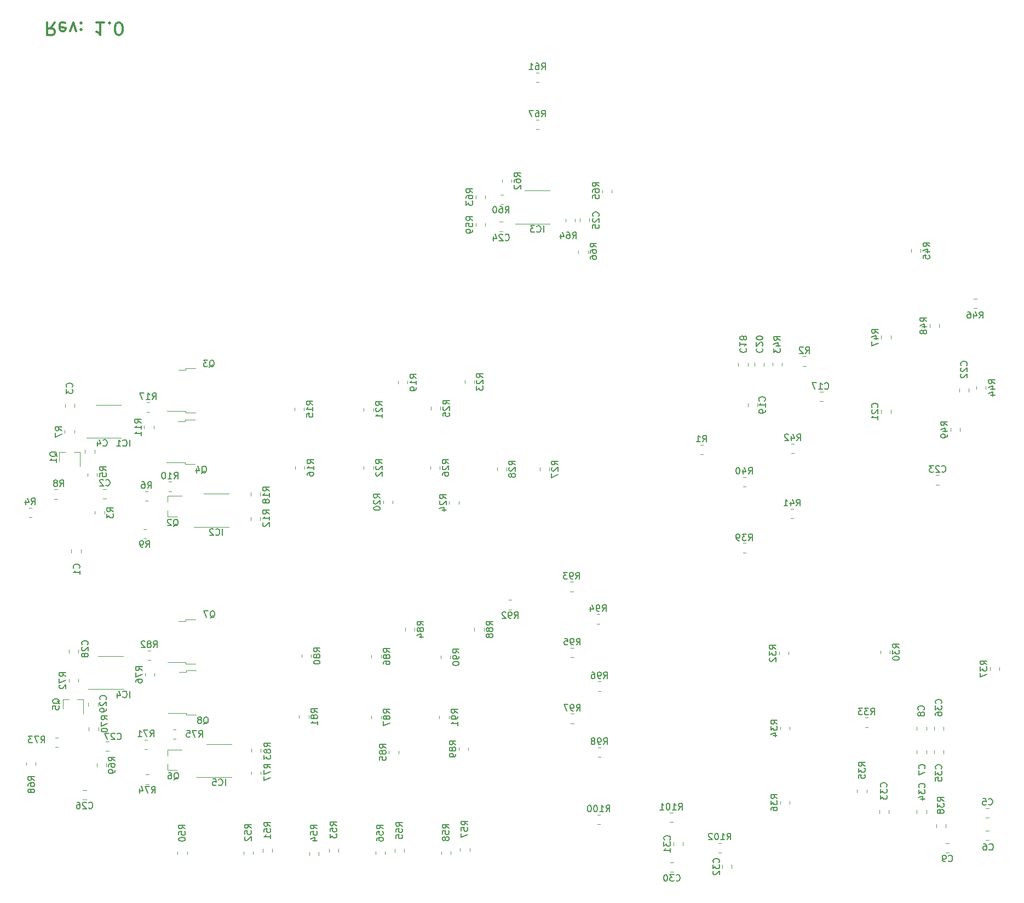
<source format=gbo>
%TF.GenerationSoftware,KiCad,Pcbnew,(5.1.10-1-10_14)*%
%TF.CreationDate,2022-05-12T15:36:39+03:00*%
%TF.ProjectId,Bipolar_transistor_tester_1.0,4269706f-6c61-4725-9f74-72616e736973,rev?*%
%TF.SameCoordinates,Original*%
%TF.FileFunction,Legend,Bot*%
%TF.FilePolarity,Positive*%
%FSLAX46Y46*%
G04 Gerber Fmt 4.6, Leading zero omitted, Abs format (unit mm)*
G04 Created by KiCad (PCBNEW (5.1.10-1-10_14)) date 2022-05-12 15:36:39*
%MOMM*%
%LPD*%
G01*
G04 APERTURE LIST*
%ADD10C,0.300000*%
%ADD11C,0.120000*%
%ADD12C,0.150000*%
G04 APERTURE END LIST*
D10*
X74280952Y-29795238D02*
X73614285Y-30747619D01*
X73138095Y-29795238D02*
X73138095Y-31795238D01*
X73900000Y-31795238D01*
X74090476Y-31700000D01*
X74185714Y-31604761D01*
X74280952Y-31414285D01*
X74280952Y-31128571D01*
X74185714Y-30938095D01*
X74090476Y-30842857D01*
X73900000Y-30747619D01*
X73138095Y-30747619D01*
X75900000Y-29890476D02*
X75709523Y-29795238D01*
X75328571Y-29795238D01*
X75138095Y-29890476D01*
X75042857Y-30080952D01*
X75042857Y-30842857D01*
X75138095Y-31033333D01*
X75328571Y-31128571D01*
X75709523Y-31128571D01*
X75900000Y-31033333D01*
X75995238Y-30842857D01*
X75995238Y-30652380D01*
X75042857Y-30461904D01*
X76661904Y-31128571D02*
X77138095Y-29795238D01*
X77614285Y-31128571D01*
X78376190Y-29985714D02*
X78471428Y-29890476D01*
X78376190Y-29795238D01*
X78280952Y-29890476D01*
X78376190Y-29985714D01*
X78376190Y-29795238D01*
X78376190Y-31033333D02*
X78471428Y-30938095D01*
X78376190Y-30842857D01*
X78280952Y-30938095D01*
X78376190Y-31033333D01*
X78376190Y-30842857D01*
X81900000Y-29795238D02*
X80757142Y-29795238D01*
X81328571Y-29795238D02*
X81328571Y-31795238D01*
X81138095Y-31509523D01*
X80947619Y-31319047D01*
X80757142Y-31223809D01*
X82757142Y-29985714D02*
X82852380Y-29890476D01*
X82757142Y-29795238D01*
X82661904Y-29890476D01*
X82757142Y-29985714D01*
X82757142Y-29795238D01*
X84090476Y-31795238D02*
X84280952Y-31795238D01*
X84471428Y-31700000D01*
X84566666Y-31604761D01*
X84661904Y-31414285D01*
X84757142Y-31033333D01*
X84757142Y-30557142D01*
X84661904Y-30176190D01*
X84566666Y-29985714D01*
X84471428Y-29890476D01*
X84280952Y-29795238D01*
X84090476Y-29795238D01*
X83900000Y-29890476D01*
X83804761Y-29985714D01*
X83709523Y-30176190D01*
X83614285Y-30557142D01*
X83614285Y-31033333D01*
X83709523Y-31414285D01*
X83804761Y-31604761D01*
X83900000Y-31700000D01*
X84090476Y-31795238D01*
D11*
%TO.C,C36*%
X211735000Y-138738748D02*
X211735000Y-139261252D01*
X210265000Y-138738748D02*
X210265000Y-139261252D01*
%TO.C,C35*%
X210265000Y-142961252D02*
X210265000Y-142438748D01*
X211735000Y-142961252D02*
X211735000Y-142438748D01*
%TO.C,C34*%
X209035000Y-152161252D02*
X209035000Y-151638748D01*
X207565000Y-152161252D02*
X207565000Y-151638748D01*
%TO.C,C33*%
X203235000Y-152161252D02*
X203235000Y-151638748D01*
X201765000Y-152161252D02*
X201765000Y-151638748D01*
%TO.C,R4*%
X70727064Y-104865000D02*
X70272936Y-104865000D01*
X70727064Y-106335000D02*
X70272936Y-106335000D01*
%TO.C,R73*%
X74827064Y-140465000D02*
X74372936Y-140465000D01*
X74827064Y-141935000D02*
X74372936Y-141935000D01*
%TO.C,R102*%
X176872936Y-158235000D02*
X177327064Y-158235000D01*
X176872936Y-156765000D02*
X177327064Y-156765000D01*
%TO.C,R101*%
X169839564Y-152065000D02*
X169385436Y-152065000D01*
X169839564Y-153535000D02*
X169385436Y-153535000D01*
%TO.C,R100*%
X158627064Y-152365000D02*
X158172936Y-152365000D01*
X158627064Y-153835000D02*
X158172936Y-153835000D01*
%TO.C,R98*%
X158727064Y-141965000D02*
X158272936Y-141965000D01*
X158727064Y-143435000D02*
X158272936Y-143435000D01*
%TO.C,R97*%
X154527064Y-136765000D02*
X154072936Y-136765000D01*
X154527064Y-138235000D02*
X154072936Y-138235000D01*
%TO.C,R96*%
X158727064Y-131765000D02*
X158272936Y-131765000D01*
X158727064Y-133235000D02*
X158272936Y-133235000D01*
%TO.C,R95*%
X154527064Y-126565000D02*
X154072936Y-126565000D01*
X154527064Y-128035000D02*
X154072936Y-128035000D01*
%TO.C,R94*%
X158527064Y-121365000D02*
X158072936Y-121365000D01*
X158527064Y-122835000D02*
X158072936Y-122835000D01*
%TO.C,R93*%
X154427064Y-116365000D02*
X153972936Y-116365000D01*
X154427064Y-117835000D02*
X153972936Y-117835000D01*
%TO.C,R92*%
X144460436Y-120635000D02*
X144914564Y-120635000D01*
X144460436Y-119165000D02*
X144914564Y-119165000D01*
%TO.C,R91*%
X135235000Y-137527064D02*
X135235000Y-137072936D01*
X133765000Y-137527064D02*
X133765000Y-137072936D01*
%TO.C,R90*%
X135435000Y-128227064D02*
X135435000Y-127772936D01*
X133965000Y-128227064D02*
X133965000Y-127772936D01*
%TO.C,R89*%
X136765000Y-141972936D02*
X136765000Y-142427064D01*
X138235000Y-141972936D02*
X138235000Y-142427064D01*
%TO.C,R88*%
X140635000Y-123927064D02*
X140635000Y-123472936D01*
X139165000Y-123927064D02*
X139165000Y-123472936D01*
%TO.C,R87*%
X124735000Y-137527064D02*
X124735000Y-137072936D01*
X123265000Y-137527064D02*
X123265000Y-137072936D01*
%TO.C,R86*%
X124735000Y-128127064D02*
X124735000Y-127672936D01*
X123265000Y-128127064D02*
X123265000Y-127672936D01*
%TO.C,R85*%
X125965000Y-142472936D02*
X125965000Y-142927064D01*
X127435000Y-142472936D02*
X127435000Y-142927064D01*
%TO.C,R84*%
X129935000Y-123927064D02*
X129935000Y-123472936D01*
X128465000Y-123927064D02*
X128465000Y-123472936D01*
%TO.C,R83*%
X104665000Y-142172936D02*
X104665000Y-142627064D01*
X106135000Y-142172936D02*
X106135000Y-142627064D01*
%TO.C,R82*%
X89127064Y-126965000D02*
X88672936Y-126965000D01*
X89127064Y-128435000D02*
X88672936Y-128435000D01*
%TO.C,R81*%
X113535000Y-137427064D02*
X113535000Y-136972936D01*
X112065000Y-137427064D02*
X112065000Y-136972936D01*
%TO.C,R80*%
X113935000Y-128027064D02*
X113935000Y-127572936D01*
X112465000Y-128027064D02*
X112465000Y-127572936D01*
%TO.C,R77*%
X104665000Y-145672936D02*
X104665000Y-146127064D01*
X106135000Y-145672936D02*
X106135000Y-146127064D01*
%TO.C,R76*%
X88265000Y-130472936D02*
X88265000Y-130927064D01*
X89735000Y-130472936D02*
X89735000Y-130927064D01*
%TO.C,R75*%
X92572936Y-140635000D02*
X93027064Y-140635000D01*
X92572936Y-139165000D02*
X93027064Y-139165000D01*
%TO.C,R74*%
X88372936Y-147635000D02*
X88827064Y-147635000D01*
X88372936Y-146165000D02*
X88827064Y-146165000D01*
%TO.C,R72*%
X76465000Y-131385436D02*
X76465000Y-131839564D01*
X77935000Y-131385436D02*
X77935000Y-131839564D01*
%TO.C,R71*%
X88627064Y-140765000D02*
X88172936Y-140765000D01*
X88627064Y-142235000D02*
X88172936Y-142235000D01*
%TO.C,R70*%
X79565000Y-138885436D02*
X79565000Y-139339564D01*
X81035000Y-138885436D02*
X81035000Y-139339564D01*
%TO.C,R69*%
X82235000Y-144927064D02*
X82235000Y-144472936D01*
X80765000Y-144927064D02*
X80765000Y-144472936D01*
%TO.C,R68*%
X69865000Y-144272936D02*
X69865000Y-144727064D01*
X71335000Y-144272936D02*
X71335000Y-144727064D01*
%TO.C,R67*%
X149127064Y-44865000D02*
X148672936Y-44865000D01*
X149127064Y-46335000D02*
X148672936Y-46335000D01*
%TO.C,R66*%
X155265000Y-65072936D02*
X155265000Y-65527064D01*
X156735000Y-65072936D02*
X156735000Y-65527064D01*
%TO.C,R65*%
X160435000Y-56127064D02*
X160435000Y-55672936D01*
X158965000Y-56127064D02*
X158965000Y-55672936D01*
%TO.C,R64*%
X153265000Y-60172936D02*
X153265000Y-60627064D01*
X154735000Y-60172936D02*
X154735000Y-60627064D01*
%TO.C,R63*%
X139365000Y-56572936D02*
X139365000Y-57027064D01*
X140835000Y-56572936D02*
X140835000Y-57027064D01*
%TO.C,R62*%
X144935000Y-54527064D02*
X144935000Y-54072936D01*
X143465000Y-54527064D02*
X143465000Y-54072936D01*
%TO.C,R61*%
X149139564Y-37565000D02*
X148685436Y-37565000D01*
X149139564Y-39035000D02*
X148685436Y-39035000D01*
%TO.C,R60*%
X143627064Y-56465000D02*
X143172936Y-56465000D01*
X143627064Y-57935000D02*
X143172936Y-57935000D01*
%TO.C,R59*%
X139365000Y-60872936D02*
X139365000Y-61327064D01*
X140835000Y-60872936D02*
X140835000Y-61327064D01*
%TO.C,R58*%
X134065000Y-158072936D02*
X134065000Y-158527064D01*
X135535000Y-158072936D02*
X135535000Y-158527064D01*
%TO.C,R57*%
X136965000Y-157572936D02*
X136965000Y-158027064D01*
X138435000Y-157572936D02*
X138435000Y-158027064D01*
%TO.C,R56*%
X123865000Y-158072936D02*
X123865000Y-158527064D01*
X125335000Y-158072936D02*
X125335000Y-158527064D01*
%TO.C,R55*%
X126865000Y-157672936D02*
X126865000Y-158127064D01*
X128335000Y-157672936D02*
X128335000Y-158127064D01*
%TO.C,R54*%
X113665000Y-158172936D02*
X113665000Y-158627064D01*
X115135000Y-158172936D02*
X115135000Y-158627064D01*
%TO.C,R53*%
X116665000Y-157672936D02*
X116665000Y-158127064D01*
X118135000Y-157672936D02*
X118135000Y-158127064D01*
%TO.C,R52*%
X103465000Y-158072936D02*
X103465000Y-158527064D01*
X104935000Y-158072936D02*
X104935000Y-158527064D01*
%TO.C,R51*%
X106465000Y-157672936D02*
X106465000Y-158127064D01*
X107935000Y-157672936D02*
X107935000Y-158127064D01*
%TO.C,R50*%
X93265000Y-158072936D02*
X93265000Y-158527064D01*
X94735000Y-158072936D02*
X94735000Y-158527064D01*
%TO.C,R49*%
X212765000Y-92572936D02*
X212765000Y-93027064D01*
X214235000Y-92572936D02*
X214235000Y-93027064D01*
%TO.C,R48*%
X209565000Y-76472936D02*
X209565000Y-76927064D01*
X211035000Y-76472936D02*
X211035000Y-76927064D01*
%TO.C,R47*%
X202065000Y-78272936D02*
X202065000Y-78727064D01*
X203535000Y-78272936D02*
X203535000Y-78727064D01*
%TO.C,R46*%
X216372936Y-74035000D02*
X216827064Y-74035000D01*
X216372936Y-72565000D02*
X216827064Y-72565000D01*
%TO.C,R45*%
X208135000Y-65327064D02*
X208135000Y-64872936D01*
X206665000Y-65327064D02*
X206665000Y-64872936D01*
%TO.C,R44*%
X218235000Y-86527064D02*
X218235000Y-86072936D01*
X216765000Y-86527064D02*
X216765000Y-86072936D01*
%TO.C,R43*%
X185265000Y-82472936D02*
X185265000Y-82927064D01*
X186735000Y-82472936D02*
X186735000Y-82927064D01*
%TO.C,R42*%
X188627064Y-94965000D02*
X188172936Y-94965000D01*
X188627064Y-96435000D02*
X188172936Y-96435000D01*
%TO.C,R41*%
X188527064Y-105065000D02*
X188072936Y-105065000D01*
X188527064Y-106535000D02*
X188072936Y-106535000D01*
%TO.C,R40*%
X180672936Y-101635000D02*
X181127064Y-101635000D01*
X180672936Y-100165000D02*
X181127064Y-100165000D01*
%TO.C,R39*%
X180672936Y-111835000D02*
X181127064Y-111835000D01*
X180672936Y-110365000D02*
X181127064Y-110365000D01*
%TO.C,R38*%
X212035000Y-154327064D02*
X212035000Y-153872936D01*
X210565000Y-154327064D02*
X210565000Y-153872936D01*
%TO.C,R37*%
X218865000Y-129572936D02*
X218865000Y-130027064D01*
X220335000Y-129572936D02*
X220335000Y-130027064D01*
%TO.C,R36*%
X186465000Y-150272936D02*
X186465000Y-150727064D01*
X187935000Y-150272936D02*
X187935000Y-150727064D01*
%TO.C,R35*%
X198365000Y-148472936D02*
X198365000Y-148927064D01*
X199835000Y-148472936D02*
X199835000Y-148927064D01*
%TO.C,R34*%
X186465000Y-138760436D02*
X186465000Y-139214564D01*
X187935000Y-138760436D02*
X187935000Y-139214564D01*
%TO.C,R33*%
X200039564Y-137365000D02*
X199585436Y-137365000D01*
X200039564Y-138835000D02*
X199585436Y-138835000D01*
%TO.C,R32*%
X186265000Y-127172936D02*
X186265000Y-127627064D01*
X187735000Y-127172936D02*
X187735000Y-127627064D01*
%TO.C,R30*%
X201965000Y-126972936D02*
X201965000Y-127427064D01*
X203435000Y-126972936D02*
X203435000Y-127427064D01*
%TO.C,R28*%
X144135000Y-99127064D02*
X144135000Y-98672936D01*
X142665000Y-99127064D02*
X142665000Y-98672936D01*
%TO.C,R27*%
X150735000Y-99127064D02*
X150735000Y-98672936D01*
X149265000Y-99127064D02*
X149265000Y-98672936D01*
%TO.C,R26*%
X133835000Y-98927064D02*
X133835000Y-98472936D01*
X132365000Y-98927064D02*
X132365000Y-98472936D01*
%TO.C,R25*%
X133935000Y-89727064D02*
X133935000Y-89272936D01*
X132465000Y-89727064D02*
X132465000Y-89272936D01*
%TO.C,R24*%
X135265000Y-103872936D02*
X135265000Y-104327064D01*
X136735000Y-103872936D02*
X136735000Y-104327064D01*
%TO.C,R23*%
X139135000Y-85627064D02*
X139135000Y-85172936D01*
X137665000Y-85627064D02*
X137665000Y-85172936D01*
%TO.C,R22*%
X123535000Y-98927064D02*
X123535000Y-98472936D01*
X122065000Y-98927064D02*
X122065000Y-98472936D01*
%TO.C,R21*%
X123535000Y-89927064D02*
X123535000Y-89472936D01*
X122065000Y-89927064D02*
X122065000Y-89472936D01*
%TO.C,R20*%
X125065000Y-103772936D02*
X125065000Y-104227064D01*
X126535000Y-103772936D02*
X126535000Y-104227064D01*
%TO.C,R19*%
X128835000Y-85727064D02*
X128835000Y-85272936D01*
X127365000Y-85727064D02*
X127365000Y-85272936D01*
%TO.C,R18*%
X104565000Y-102572936D02*
X104565000Y-103027064D01*
X106035000Y-102572936D02*
X106035000Y-103027064D01*
%TO.C,R17*%
X88964564Y-88590000D02*
X88510436Y-88590000D01*
X88964564Y-90060000D02*
X88510436Y-90060000D01*
%TO.C,R16*%
X112935000Y-98927064D02*
X112935000Y-98472936D01*
X111465000Y-98927064D02*
X111465000Y-98472936D01*
%TO.C,R15*%
X112835000Y-89827064D02*
X112835000Y-89372936D01*
X111365000Y-89827064D02*
X111365000Y-89372936D01*
%TO.C,R12*%
X104565000Y-106372936D02*
X104565000Y-106827064D01*
X106035000Y-106372936D02*
X106035000Y-106827064D01*
%TO.C,R11*%
X88115000Y-92197936D02*
X88115000Y-92652064D01*
X89585000Y-92197936D02*
X89585000Y-92652064D01*
%TO.C,R10*%
X92327064Y-100865000D02*
X91872936Y-100865000D01*
X92327064Y-102335000D02*
X91872936Y-102335000D01*
%TO.C,R9*%
X87985436Y-109635000D02*
X88439564Y-109635000D01*
X87985436Y-108165000D02*
X88439564Y-108165000D01*
%TO.C,R8*%
X74677064Y-102065000D02*
X74222936Y-102065000D01*
X74677064Y-103535000D02*
X74222936Y-103535000D01*
%TO.C,R7*%
X75840000Y-92885436D02*
X75840000Y-93339564D01*
X77310000Y-92885436D02*
X77310000Y-93339564D01*
%TO.C,R6*%
X88702064Y-102340000D02*
X88247936Y-102340000D01*
X88702064Y-103810000D02*
X88247936Y-103810000D01*
%TO.C,R5*%
X79340000Y-99547936D02*
X79340000Y-100002064D01*
X80810000Y-99547936D02*
X80810000Y-100002064D01*
%TO.C,R3*%
X81960000Y-105877064D02*
X81960000Y-105422936D01*
X80490000Y-105877064D02*
X80490000Y-105422936D01*
%TO.C,R2*%
X190427064Y-81465000D02*
X189972936Y-81465000D01*
X190427064Y-82935000D02*
X189972936Y-82935000D01*
%TO.C,R1*%
X174527064Y-95165000D02*
X174072936Y-95165000D01*
X174527064Y-96635000D02*
X174072936Y-96635000D01*
%TO.C,Q8*%
X96130000Y-136950000D02*
X94630000Y-136950000D01*
X94630000Y-136950000D02*
X94630000Y-136680000D01*
X94630000Y-136680000D02*
X91800000Y-136680000D01*
X96130000Y-130050000D02*
X94630000Y-130050000D01*
X94630000Y-130050000D02*
X94630000Y-130320000D01*
X94630000Y-130320000D02*
X93530000Y-130320000D01*
%TO.C,Q7*%
X96030000Y-129050000D02*
X94530000Y-129050000D01*
X94530000Y-129050000D02*
X94530000Y-128780000D01*
X94530000Y-128780000D02*
X91700000Y-128780000D01*
X96030000Y-122150000D02*
X94530000Y-122150000D01*
X94530000Y-122150000D02*
X94530000Y-122420000D01*
X94530000Y-122420000D02*
X93430000Y-122420000D01*
%TO.C,Q6*%
X91740000Y-145480000D02*
X91740000Y-144550000D01*
X91740000Y-142320000D02*
X91740000Y-143250000D01*
X91740000Y-142320000D02*
X93900000Y-142320000D01*
X91740000Y-145480000D02*
X93200000Y-145480000D01*
%TO.C,Q5*%
X75520000Y-134540000D02*
X76450000Y-134540000D01*
X78680000Y-134540000D02*
X77750000Y-134540000D01*
X78680000Y-134540000D02*
X78680000Y-136700000D01*
X75520000Y-134540000D02*
X75520000Y-136000000D01*
%TO.C,Q4*%
X95930000Y-98150000D02*
X94430000Y-98150000D01*
X94430000Y-98150000D02*
X94430000Y-97880000D01*
X94430000Y-97880000D02*
X91600000Y-97880000D01*
X95930000Y-91250000D02*
X94430000Y-91250000D01*
X94430000Y-91250000D02*
X94430000Y-91520000D01*
X94430000Y-91520000D02*
X93330000Y-91520000D01*
%TO.C,Q3*%
X96005000Y-90175000D02*
X94505000Y-90175000D01*
X94505000Y-90175000D02*
X94505000Y-89905000D01*
X94505000Y-89905000D02*
X91675000Y-89905000D01*
X96005000Y-83275000D02*
X94505000Y-83275000D01*
X94505000Y-83275000D02*
X94505000Y-83545000D01*
X94505000Y-83545000D02*
X93405000Y-83545000D01*
%TO.C,Q2*%
X91765000Y-106230000D02*
X91765000Y-105300000D01*
X91765000Y-103070000D02*
X91765000Y-104000000D01*
X91765000Y-103070000D02*
X93925000Y-103070000D01*
X91765000Y-106230000D02*
X93225000Y-106230000D01*
%TO.C,Q1*%
X74995000Y-96290000D02*
X75925000Y-96290000D01*
X78155000Y-96290000D02*
X77225000Y-96290000D01*
X78155000Y-96290000D02*
X78155000Y-98450000D01*
X74995000Y-96290000D02*
X74995000Y-97750000D01*
%TO.C,IC5*%
X99700000Y-141440000D02*
X101650000Y-141440000D01*
X99700000Y-141440000D02*
X97750000Y-141440000D01*
X99700000Y-146560000D02*
X101650000Y-146560000D01*
X99700000Y-146560000D02*
X96250000Y-146560000D01*
%TO.C,IC4*%
X82900000Y-127840000D02*
X84850000Y-127840000D01*
X82900000Y-127840000D02*
X80950000Y-127840000D01*
X82900000Y-132960000D02*
X84850000Y-132960000D01*
X82900000Y-132960000D02*
X79450000Y-132960000D01*
%TO.C,IC3*%
X148900000Y-55840000D02*
X150850000Y-55840000D01*
X148900000Y-55840000D02*
X146950000Y-55840000D01*
X148900000Y-60960000D02*
X150850000Y-60960000D01*
X148900000Y-60960000D02*
X145450000Y-60960000D01*
%TO.C,IC2*%
X99250000Y-102740000D02*
X101200000Y-102740000D01*
X99250000Y-102740000D02*
X97300000Y-102740000D01*
X99250000Y-107860000D02*
X101200000Y-107860000D01*
X99250000Y-107860000D02*
X95800000Y-107860000D01*
%TO.C,IC1*%
X82620000Y-88965000D02*
X84570000Y-88965000D01*
X82620000Y-88965000D02*
X80670000Y-88965000D01*
X82620000Y-94085000D02*
X84570000Y-94085000D01*
X82620000Y-94085000D02*
X79170000Y-94085000D01*
%TO.C,C32*%
X177465000Y-160138748D02*
X177465000Y-160661252D01*
X178935000Y-160138748D02*
X178935000Y-160661252D01*
%TO.C,C31*%
X169965000Y-156638748D02*
X169965000Y-157161252D01*
X171435000Y-156638748D02*
X171435000Y-157161252D01*
%TO.C,C30*%
X169438748Y-161235000D02*
X169961252Y-161235000D01*
X169438748Y-159765000D02*
X169961252Y-159765000D01*
%TO.C,C29*%
X79465000Y-135038748D02*
X79465000Y-135561252D01*
X80935000Y-135038748D02*
X80935000Y-135561252D01*
%TO.C,C28*%
X77935000Y-127361252D02*
X77935000Y-126838748D01*
X76465000Y-127361252D02*
X76465000Y-126838748D01*
%TO.C,C27*%
X82661252Y-141065000D02*
X82138748Y-141065000D01*
X82661252Y-142535000D02*
X82138748Y-142535000D01*
%TO.C,C26*%
X78638748Y-150035000D02*
X79161252Y-150035000D01*
X78638748Y-148565000D02*
X79161252Y-148565000D01*
%TO.C,C25*%
X155465000Y-60138748D02*
X155465000Y-60661252D01*
X156935000Y-60138748D02*
X156935000Y-60661252D01*
%TO.C,C24*%
X143561252Y-60665000D02*
X143038748Y-60665000D01*
X143561252Y-62135000D02*
X143038748Y-62135000D01*
%TO.C,C23*%
X211061252Y-99865000D02*
X210538748Y-99865000D01*
X211061252Y-101335000D02*
X210538748Y-101335000D01*
%TO.C,C22*%
X214165000Y-86438748D02*
X214165000Y-86961252D01*
X215635000Y-86438748D02*
X215635000Y-86961252D01*
%TO.C,C21*%
X202065000Y-89738748D02*
X202065000Y-90261252D01*
X203535000Y-89738748D02*
X203535000Y-90261252D01*
%TO.C,C20*%
X183935000Y-83011252D02*
X183935000Y-82488748D01*
X182465000Y-83011252D02*
X182465000Y-82488748D01*
%TO.C,C19*%
X182935000Y-89261252D02*
X182935000Y-88738748D01*
X181465000Y-89261252D02*
X181465000Y-88738748D01*
%TO.C,C18*%
X181435000Y-83011252D02*
X181435000Y-82488748D01*
X179965000Y-83011252D02*
X179965000Y-82488748D01*
%TO.C,C17*%
X192538748Y-88435000D02*
X193061252Y-88435000D01*
X192538748Y-86965000D02*
X193061252Y-86965000D01*
%TO.C,C9*%
X212038748Y-158235000D02*
X212561252Y-158235000D01*
X212038748Y-156765000D02*
X212561252Y-156765000D01*
%TO.C,C8*%
X207565000Y-138738748D02*
X207565000Y-139261252D01*
X209035000Y-138738748D02*
X209035000Y-139261252D01*
%TO.C,C7*%
X209035000Y-142961252D02*
X209035000Y-142438748D01*
X207565000Y-142961252D02*
X207565000Y-142438748D01*
%TO.C,C6*%
X218761252Y-154865000D02*
X218238748Y-154865000D01*
X218761252Y-156335000D02*
X218238748Y-156335000D01*
%TO.C,C5*%
X218761252Y-151365000D02*
X218238748Y-151365000D01*
X218761252Y-152835000D02*
X218238748Y-152835000D01*
%TO.C,C4*%
X78965000Y-95938748D02*
X78965000Y-96461252D01*
X80435000Y-95938748D02*
X80435000Y-96461252D01*
%TO.C,C3*%
X77335000Y-89361252D02*
X77335000Y-88838748D01*
X75865000Y-89361252D02*
X75865000Y-88838748D01*
%TO.C,C2*%
X82281252Y-102005000D02*
X81758748Y-102005000D01*
X82281252Y-103475000D02*
X81758748Y-103475000D01*
%TO.C,C1*%
X76865000Y-111338748D02*
X76865000Y-111861252D01*
X78335000Y-111338748D02*
X78335000Y-111861252D01*
%TO.C,C36*%
D12*
X211357142Y-135157142D02*
X211404761Y-135109523D01*
X211452380Y-134966666D01*
X211452380Y-134871428D01*
X211404761Y-134728571D01*
X211309523Y-134633333D01*
X211214285Y-134585714D01*
X211023809Y-134538095D01*
X210880952Y-134538095D01*
X210690476Y-134585714D01*
X210595238Y-134633333D01*
X210500000Y-134728571D01*
X210452380Y-134871428D01*
X210452380Y-134966666D01*
X210500000Y-135109523D01*
X210547619Y-135157142D01*
X210452380Y-135490476D02*
X210452380Y-136109523D01*
X210833333Y-135776190D01*
X210833333Y-135919047D01*
X210880952Y-136014285D01*
X210928571Y-136061904D01*
X211023809Y-136109523D01*
X211261904Y-136109523D01*
X211357142Y-136061904D01*
X211404761Y-136014285D01*
X211452380Y-135919047D01*
X211452380Y-135633333D01*
X211404761Y-135538095D01*
X211357142Y-135490476D01*
X210452380Y-136966666D02*
X210452380Y-136776190D01*
X210500000Y-136680952D01*
X210547619Y-136633333D01*
X210690476Y-136538095D01*
X210880952Y-136490476D01*
X211261904Y-136490476D01*
X211357142Y-136538095D01*
X211404761Y-136585714D01*
X211452380Y-136680952D01*
X211452380Y-136871428D01*
X211404761Y-136966666D01*
X211357142Y-137014285D01*
X211261904Y-137061904D01*
X211023809Y-137061904D01*
X210928571Y-137014285D01*
X210880952Y-136966666D01*
X210833333Y-136871428D01*
X210833333Y-136680952D01*
X210880952Y-136585714D01*
X210928571Y-136538095D01*
X211023809Y-136490476D01*
%TO.C,C35*%
X211357142Y-145257142D02*
X211404761Y-145209523D01*
X211452380Y-145066666D01*
X211452380Y-144971428D01*
X211404761Y-144828571D01*
X211309523Y-144733333D01*
X211214285Y-144685714D01*
X211023809Y-144638095D01*
X210880952Y-144638095D01*
X210690476Y-144685714D01*
X210595238Y-144733333D01*
X210500000Y-144828571D01*
X210452380Y-144971428D01*
X210452380Y-145066666D01*
X210500000Y-145209523D01*
X210547619Y-145257142D01*
X210452380Y-145590476D02*
X210452380Y-146209523D01*
X210833333Y-145876190D01*
X210833333Y-146019047D01*
X210880952Y-146114285D01*
X210928571Y-146161904D01*
X211023809Y-146209523D01*
X211261904Y-146209523D01*
X211357142Y-146161904D01*
X211404761Y-146114285D01*
X211452380Y-146019047D01*
X211452380Y-145733333D01*
X211404761Y-145638095D01*
X211357142Y-145590476D01*
X210452380Y-147114285D02*
X210452380Y-146638095D01*
X210928571Y-146590476D01*
X210880952Y-146638095D01*
X210833333Y-146733333D01*
X210833333Y-146971428D01*
X210880952Y-147066666D01*
X210928571Y-147114285D01*
X211023809Y-147161904D01*
X211261904Y-147161904D01*
X211357142Y-147114285D01*
X211404761Y-147066666D01*
X211452380Y-146971428D01*
X211452380Y-146733333D01*
X211404761Y-146638095D01*
X211357142Y-146590476D01*
%TO.C,C34*%
X208757142Y-148157142D02*
X208804761Y-148109523D01*
X208852380Y-147966666D01*
X208852380Y-147871428D01*
X208804761Y-147728571D01*
X208709523Y-147633333D01*
X208614285Y-147585714D01*
X208423809Y-147538095D01*
X208280952Y-147538095D01*
X208090476Y-147585714D01*
X207995238Y-147633333D01*
X207900000Y-147728571D01*
X207852380Y-147871428D01*
X207852380Y-147966666D01*
X207900000Y-148109523D01*
X207947619Y-148157142D01*
X207852380Y-148490476D02*
X207852380Y-149109523D01*
X208233333Y-148776190D01*
X208233333Y-148919047D01*
X208280952Y-149014285D01*
X208328571Y-149061904D01*
X208423809Y-149109523D01*
X208661904Y-149109523D01*
X208757142Y-149061904D01*
X208804761Y-149014285D01*
X208852380Y-148919047D01*
X208852380Y-148633333D01*
X208804761Y-148538095D01*
X208757142Y-148490476D01*
X208185714Y-149966666D02*
X208852380Y-149966666D01*
X207804761Y-149728571D02*
X208519047Y-149490476D01*
X208519047Y-150109523D01*
%TO.C,C33*%
X202857142Y-148057142D02*
X202904761Y-148009523D01*
X202952380Y-147866666D01*
X202952380Y-147771428D01*
X202904761Y-147628571D01*
X202809523Y-147533333D01*
X202714285Y-147485714D01*
X202523809Y-147438095D01*
X202380952Y-147438095D01*
X202190476Y-147485714D01*
X202095238Y-147533333D01*
X202000000Y-147628571D01*
X201952380Y-147771428D01*
X201952380Y-147866666D01*
X202000000Y-148009523D01*
X202047619Y-148057142D01*
X201952380Y-148390476D02*
X201952380Y-149009523D01*
X202333333Y-148676190D01*
X202333333Y-148819047D01*
X202380952Y-148914285D01*
X202428571Y-148961904D01*
X202523809Y-149009523D01*
X202761904Y-149009523D01*
X202857142Y-148961904D01*
X202904761Y-148914285D01*
X202952380Y-148819047D01*
X202952380Y-148533333D01*
X202904761Y-148438095D01*
X202857142Y-148390476D01*
X201952380Y-149342857D02*
X201952380Y-149961904D01*
X202333333Y-149628571D01*
X202333333Y-149771428D01*
X202380952Y-149866666D01*
X202428571Y-149914285D01*
X202523809Y-149961904D01*
X202761904Y-149961904D01*
X202857142Y-149914285D01*
X202904761Y-149866666D01*
X202952380Y-149771428D01*
X202952380Y-149485714D01*
X202904761Y-149390476D01*
X202857142Y-149342857D01*
%TO.C,R4*%
X70666666Y-104402380D02*
X71000000Y-103926190D01*
X71238095Y-104402380D02*
X71238095Y-103402380D01*
X70857142Y-103402380D01*
X70761904Y-103450000D01*
X70714285Y-103497619D01*
X70666666Y-103592857D01*
X70666666Y-103735714D01*
X70714285Y-103830952D01*
X70761904Y-103878571D01*
X70857142Y-103926190D01*
X71238095Y-103926190D01*
X69809523Y-103735714D02*
X69809523Y-104402380D01*
X70047619Y-103354761D02*
X70285714Y-104069047D01*
X69666666Y-104069047D01*
%TO.C,R73*%
X72142857Y-141252380D02*
X72476190Y-140776190D01*
X72714285Y-141252380D02*
X72714285Y-140252380D01*
X72333333Y-140252380D01*
X72238095Y-140300000D01*
X72190476Y-140347619D01*
X72142857Y-140442857D01*
X72142857Y-140585714D01*
X72190476Y-140680952D01*
X72238095Y-140728571D01*
X72333333Y-140776190D01*
X72714285Y-140776190D01*
X71809523Y-140252380D02*
X71142857Y-140252380D01*
X71571428Y-141252380D01*
X70857142Y-140252380D02*
X70238095Y-140252380D01*
X70571428Y-140633333D01*
X70428571Y-140633333D01*
X70333333Y-140680952D01*
X70285714Y-140728571D01*
X70238095Y-140823809D01*
X70238095Y-141061904D01*
X70285714Y-141157142D01*
X70333333Y-141204761D01*
X70428571Y-141252380D01*
X70714285Y-141252380D01*
X70809523Y-141204761D01*
X70857142Y-141157142D01*
%TO.C,R102*%
X178219047Y-156252380D02*
X178552380Y-155776190D01*
X178790476Y-156252380D02*
X178790476Y-155252380D01*
X178409523Y-155252380D01*
X178314285Y-155300000D01*
X178266666Y-155347619D01*
X178219047Y-155442857D01*
X178219047Y-155585714D01*
X178266666Y-155680952D01*
X178314285Y-155728571D01*
X178409523Y-155776190D01*
X178790476Y-155776190D01*
X177266666Y-156252380D02*
X177838095Y-156252380D01*
X177552380Y-156252380D02*
X177552380Y-155252380D01*
X177647619Y-155395238D01*
X177742857Y-155490476D01*
X177838095Y-155538095D01*
X176647619Y-155252380D02*
X176552380Y-155252380D01*
X176457142Y-155300000D01*
X176409523Y-155347619D01*
X176361904Y-155442857D01*
X176314285Y-155633333D01*
X176314285Y-155871428D01*
X176361904Y-156061904D01*
X176409523Y-156157142D01*
X176457142Y-156204761D01*
X176552380Y-156252380D01*
X176647619Y-156252380D01*
X176742857Y-156204761D01*
X176790476Y-156157142D01*
X176838095Y-156061904D01*
X176885714Y-155871428D01*
X176885714Y-155633333D01*
X176838095Y-155442857D01*
X176790476Y-155347619D01*
X176742857Y-155300000D01*
X176647619Y-155252380D01*
X175933333Y-155347619D02*
X175885714Y-155300000D01*
X175790476Y-155252380D01*
X175552380Y-155252380D01*
X175457142Y-155300000D01*
X175409523Y-155347619D01*
X175361904Y-155442857D01*
X175361904Y-155538095D01*
X175409523Y-155680952D01*
X175980952Y-156252380D01*
X175361904Y-156252380D01*
%TO.C,R101*%
X170731547Y-151602380D02*
X171064880Y-151126190D01*
X171302976Y-151602380D02*
X171302976Y-150602380D01*
X170922023Y-150602380D01*
X170826785Y-150650000D01*
X170779166Y-150697619D01*
X170731547Y-150792857D01*
X170731547Y-150935714D01*
X170779166Y-151030952D01*
X170826785Y-151078571D01*
X170922023Y-151126190D01*
X171302976Y-151126190D01*
X169779166Y-151602380D02*
X170350595Y-151602380D01*
X170064880Y-151602380D02*
X170064880Y-150602380D01*
X170160119Y-150745238D01*
X170255357Y-150840476D01*
X170350595Y-150888095D01*
X169160119Y-150602380D02*
X169064880Y-150602380D01*
X168969642Y-150650000D01*
X168922023Y-150697619D01*
X168874404Y-150792857D01*
X168826785Y-150983333D01*
X168826785Y-151221428D01*
X168874404Y-151411904D01*
X168922023Y-151507142D01*
X168969642Y-151554761D01*
X169064880Y-151602380D01*
X169160119Y-151602380D01*
X169255357Y-151554761D01*
X169302976Y-151507142D01*
X169350595Y-151411904D01*
X169398214Y-151221428D01*
X169398214Y-150983333D01*
X169350595Y-150792857D01*
X169302976Y-150697619D01*
X169255357Y-150650000D01*
X169160119Y-150602380D01*
X167874404Y-151602380D02*
X168445833Y-151602380D01*
X168160119Y-151602380D02*
X168160119Y-150602380D01*
X168255357Y-150745238D01*
X168350595Y-150840476D01*
X168445833Y-150888095D01*
%TO.C,R100*%
X159519047Y-151902380D02*
X159852380Y-151426190D01*
X160090476Y-151902380D02*
X160090476Y-150902380D01*
X159709523Y-150902380D01*
X159614285Y-150950000D01*
X159566666Y-150997619D01*
X159519047Y-151092857D01*
X159519047Y-151235714D01*
X159566666Y-151330952D01*
X159614285Y-151378571D01*
X159709523Y-151426190D01*
X160090476Y-151426190D01*
X158566666Y-151902380D02*
X159138095Y-151902380D01*
X158852380Y-151902380D02*
X158852380Y-150902380D01*
X158947619Y-151045238D01*
X159042857Y-151140476D01*
X159138095Y-151188095D01*
X157947619Y-150902380D02*
X157852380Y-150902380D01*
X157757142Y-150950000D01*
X157709523Y-150997619D01*
X157661904Y-151092857D01*
X157614285Y-151283333D01*
X157614285Y-151521428D01*
X157661904Y-151711904D01*
X157709523Y-151807142D01*
X157757142Y-151854761D01*
X157852380Y-151902380D01*
X157947619Y-151902380D01*
X158042857Y-151854761D01*
X158090476Y-151807142D01*
X158138095Y-151711904D01*
X158185714Y-151521428D01*
X158185714Y-151283333D01*
X158138095Y-151092857D01*
X158090476Y-150997619D01*
X158042857Y-150950000D01*
X157947619Y-150902380D01*
X156995238Y-150902380D02*
X156900000Y-150902380D01*
X156804761Y-150950000D01*
X156757142Y-150997619D01*
X156709523Y-151092857D01*
X156661904Y-151283333D01*
X156661904Y-151521428D01*
X156709523Y-151711904D01*
X156757142Y-151807142D01*
X156804761Y-151854761D01*
X156900000Y-151902380D01*
X156995238Y-151902380D01*
X157090476Y-151854761D01*
X157138095Y-151807142D01*
X157185714Y-151711904D01*
X157233333Y-151521428D01*
X157233333Y-151283333D01*
X157185714Y-151092857D01*
X157138095Y-150997619D01*
X157090476Y-150950000D01*
X156995238Y-150902380D01*
%TO.C,R98*%
X159142857Y-141502380D02*
X159476190Y-141026190D01*
X159714285Y-141502380D02*
X159714285Y-140502380D01*
X159333333Y-140502380D01*
X159238095Y-140550000D01*
X159190476Y-140597619D01*
X159142857Y-140692857D01*
X159142857Y-140835714D01*
X159190476Y-140930952D01*
X159238095Y-140978571D01*
X159333333Y-141026190D01*
X159714285Y-141026190D01*
X158666666Y-141502380D02*
X158476190Y-141502380D01*
X158380952Y-141454761D01*
X158333333Y-141407142D01*
X158238095Y-141264285D01*
X158190476Y-141073809D01*
X158190476Y-140692857D01*
X158238095Y-140597619D01*
X158285714Y-140550000D01*
X158380952Y-140502380D01*
X158571428Y-140502380D01*
X158666666Y-140550000D01*
X158714285Y-140597619D01*
X158761904Y-140692857D01*
X158761904Y-140930952D01*
X158714285Y-141026190D01*
X158666666Y-141073809D01*
X158571428Y-141121428D01*
X158380952Y-141121428D01*
X158285714Y-141073809D01*
X158238095Y-141026190D01*
X158190476Y-140930952D01*
X157619047Y-140930952D02*
X157714285Y-140883333D01*
X157761904Y-140835714D01*
X157809523Y-140740476D01*
X157809523Y-140692857D01*
X157761904Y-140597619D01*
X157714285Y-140550000D01*
X157619047Y-140502380D01*
X157428571Y-140502380D01*
X157333333Y-140550000D01*
X157285714Y-140597619D01*
X157238095Y-140692857D01*
X157238095Y-140740476D01*
X157285714Y-140835714D01*
X157333333Y-140883333D01*
X157428571Y-140930952D01*
X157619047Y-140930952D01*
X157714285Y-140978571D01*
X157761904Y-141026190D01*
X157809523Y-141121428D01*
X157809523Y-141311904D01*
X157761904Y-141407142D01*
X157714285Y-141454761D01*
X157619047Y-141502380D01*
X157428571Y-141502380D01*
X157333333Y-141454761D01*
X157285714Y-141407142D01*
X157238095Y-141311904D01*
X157238095Y-141121428D01*
X157285714Y-141026190D01*
X157333333Y-140978571D01*
X157428571Y-140930952D01*
%TO.C,R97*%
X154942857Y-136302380D02*
X155276190Y-135826190D01*
X155514285Y-136302380D02*
X155514285Y-135302380D01*
X155133333Y-135302380D01*
X155038095Y-135350000D01*
X154990476Y-135397619D01*
X154942857Y-135492857D01*
X154942857Y-135635714D01*
X154990476Y-135730952D01*
X155038095Y-135778571D01*
X155133333Y-135826190D01*
X155514285Y-135826190D01*
X154466666Y-136302380D02*
X154276190Y-136302380D01*
X154180952Y-136254761D01*
X154133333Y-136207142D01*
X154038095Y-136064285D01*
X153990476Y-135873809D01*
X153990476Y-135492857D01*
X154038095Y-135397619D01*
X154085714Y-135350000D01*
X154180952Y-135302380D01*
X154371428Y-135302380D01*
X154466666Y-135350000D01*
X154514285Y-135397619D01*
X154561904Y-135492857D01*
X154561904Y-135730952D01*
X154514285Y-135826190D01*
X154466666Y-135873809D01*
X154371428Y-135921428D01*
X154180952Y-135921428D01*
X154085714Y-135873809D01*
X154038095Y-135826190D01*
X153990476Y-135730952D01*
X153657142Y-135302380D02*
X152990476Y-135302380D01*
X153419047Y-136302380D01*
%TO.C,R96*%
X159142857Y-131302380D02*
X159476190Y-130826190D01*
X159714285Y-131302380D02*
X159714285Y-130302380D01*
X159333333Y-130302380D01*
X159238095Y-130350000D01*
X159190476Y-130397619D01*
X159142857Y-130492857D01*
X159142857Y-130635714D01*
X159190476Y-130730952D01*
X159238095Y-130778571D01*
X159333333Y-130826190D01*
X159714285Y-130826190D01*
X158666666Y-131302380D02*
X158476190Y-131302380D01*
X158380952Y-131254761D01*
X158333333Y-131207142D01*
X158238095Y-131064285D01*
X158190476Y-130873809D01*
X158190476Y-130492857D01*
X158238095Y-130397619D01*
X158285714Y-130350000D01*
X158380952Y-130302380D01*
X158571428Y-130302380D01*
X158666666Y-130350000D01*
X158714285Y-130397619D01*
X158761904Y-130492857D01*
X158761904Y-130730952D01*
X158714285Y-130826190D01*
X158666666Y-130873809D01*
X158571428Y-130921428D01*
X158380952Y-130921428D01*
X158285714Y-130873809D01*
X158238095Y-130826190D01*
X158190476Y-130730952D01*
X157333333Y-130302380D02*
X157523809Y-130302380D01*
X157619047Y-130350000D01*
X157666666Y-130397619D01*
X157761904Y-130540476D01*
X157809523Y-130730952D01*
X157809523Y-131111904D01*
X157761904Y-131207142D01*
X157714285Y-131254761D01*
X157619047Y-131302380D01*
X157428571Y-131302380D01*
X157333333Y-131254761D01*
X157285714Y-131207142D01*
X157238095Y-131111904D01*
X157238095Y-130873809D01*
X157285714Y-130778571D01*
X157333333Y-130730952D01*
X157428571Y-130683333D01*
X157619047Y-130683333D01*
X157714285Y-130730952D01*
X157761904Y-130778571D01*
X157809523Y-130873809D01*
%TO.C,R95*%
X154942857Y-126102380D02*
X155276190Y-125626190D01*
X155514285Y-126102380D02*
X155514285Y-125102380D01*
X155133333Y-125102380D01*
X155038095Y-125150000D01*
X154990476Y-125197619D01*
X154942857Y-125292857D01*
X154942857Y-125435714D01*
X154990476Y-125530952D01*
X155038095Y-125578571D01*
X155133333Y-125626190D01*
X155514285Y-125626190D01*
X154466666Y-126102380D02*
X154276190Y-126102380D01*
X154180952Y-126054761D01*
X154133333Y-126007142D01*
X154038095Y-125864285D01*
X153990476Y-125673809D01*
X153990476Y-125292857D01*
X154038095Y-125197619D01*
X154085714Y-125150000D01*
X154180952Y-125102380D01*
X154371428Y-125102380D01*
X154466666Y-125150000D01*
X154514285Y-125197619D01*
X154561904Y-125292857D01*
X154561904Y-125530952D01*
X154514285Y-125626190D01*
X154466666Y-125673809D01*
X154371428Y-125721428D01*
X154180952Y-125721428D01*
X154085714Y-125673809D01*
X154038095Y-125626190D01*
X153990476Y-125530952D01*
X153085714Y-125102380D02*
X153561904Y-125102380D01*
X153609523Y-125578571D01*
X153561904Y-125530952D01*
X153466666Y-125483333D01*
X153228571Y-125483333D01*
X153133333Y-125530952D01*
X153085714Y-125578571D01*
X153038095Y-125673809D01*
X153038095Y-125911904D01*
X153085714Y-126007142D01*
X153133333Y-126054761D01*
X153228571Y-126102380D01*
X153466666Y-126102380D01*
X153561904Y-126054761D01*
X153609523Y-126007142D01*
%TO.C,R94*%
X158942857Y-120902380D02*
X159276190Y-120426190D01*
X159514285Y-120902380D02*
X159514285Y-119902380D01*
X159133333Y-119902380D01*
X159038095Y-119950000D01*
X158990476Y-119997619D01*
X158942857Y-120092857D01*
X158942857Y-120235714D01*
X158990476Y-120330952D01*
X159038095Y-120378571D01*
X159133333Y-120426190D01*
X159514285Y-120426190D01*
X158466666Y-120902380D02*
X158276190Y-120902380D01*
X158180952Y-120854761D01*
X158133333Y-120807142D01*
X158038095Y-120664285D01*
X157990476Y-120473809D01*
X157990476Y-120092857D01*
X158038095Y-119997619D01*
X158085714Y-119950000D01*
X158180952Y-119902380D01*
X158371428Y-119902380D01*
X158466666Y-119950000D01*
X158514285Y-119997619D01*
X158561904Y-120092857D01*
X158561904Y-120330952D01*
X158514285Y-120426190D01*
X158466666Y-120473809D01*
X158371428Y-120521428D01*
X158180952Y-120521428D01*
X158085714Y-120473809D01*
X158038095Y-120426190D01*
X157990476Y-120330952D01*
X157133333Y-120235714D02*
X157133333Y-120902380D01*
X157371428Y-119854761D02*
X157609523Y-120569047D01*
X156990476Y-120569047D01*
%TO.C,R93*%
X154842857Y-115902380D02*
X155176190Y-115426190D01*
X155414285Y-115902380D02*
X155414285Y-114902380D01*
X155033333Y-114902380D01*
X154938095Y-114950000D01*
X154890476Y-114997619D01*
X154842857Y-115092857D01*
X154842857Y-115235714D01*
X154890476Y-115330952D01*
X154938095Y-115378571D01*
X155033333Y-115426190D01*
X155414285Y-115426190D01*
X154366666Y-115902380D02*
X154176190Y-115902380D01*
X154080952Y-115854761D01*
X154033333Y-115807142D01*
X153938095Y-115664285D01*
X153890476Y-115473809D01*
X153890476Y-115092857D01*
X153938095Y-114997619D01*
X153985714Y-114950000D01*
X154080952Y-114902380D01*
X154271428Y-114902380D01*
X154366666Y-114950000D01*
X154414285Y-114997619D01*
X154461904Y-115092857D01*
X154461904Y-115330952D01*
X154414285Y-115426190D01*
X154366666Y-115473809D01*
X154271428Y-115521428D01*
X154080952Y-115521428D01*
X153985714Y-115473809D01*
X153938095Y-115426190D01*
X153890476Y-115330952D01*
X153557142Y-114902380D02*
X152938095Y-114902380D01*
X153271428Y-115283333D01*
X153128571Y-115283333D01*
X153033333Y-115330952D01*
X152985714Y-115378571D01*
X152938095Y-115473809D01*
X152938095Y-115711904D01*
X152985714Y-115807142D01*
X153033333Y-115854761D01*
X153128571Y-115902380D01*
X153414285Y-115902380D01*
X153509523Y-115854761D01*
X153557142Y-115807142D01*
%TO.C,R92*%
X145330357Y-122002380D02*
X145663690Y-121526190D01*
X145901785Y-122002380D02*
X145901785Y-121002380D01*
X145520833Y-121002380D01*
X145425595Y-121050000D01*
X145377976Y-121097619D01*
X145330357Y-121192857D01*
X145330357Y-121335714D01*
X145377976Y-121430952D01*
X145425595Y-121478571D01*
X145520833Y-121526190D01*
X145901785Y-121526190D01*
X144854166Y-122002380D02*
X144663690Y-122002380D01*
X144568452Y-121954761D01*
X144520833Y-121907142D01*
X144425595Y-121764285D01*
X144377976Y-121573809D01*
X144377976Y-121192857D01*
X144425595Y-121097619D01*
X144473214Y-121050000D01*
X144568452Y-121002380D01*
X144758928Y-121002380D01*
X144854166Y-121050000D01*
X144901785Y-121097619D01*
X144949404Y-121192857D01*
X144949404Y-121430952D01*
X144901785Y-121526190D01*
X144854166Y-121573809D01*
X144758928Y-121621428D01*
X144568452Y-121621428D01*
X144473214Y-121573809D01*
X144425595Y-121526190D01*
X144377976Y-121430952D01*
X143997023Y-121097619D02*
X143949404Y-121050000D01*
X143854166Y-121002380D01*
X143616071Y-121002380D01*
X143520833Y-121050000D01*
X143473214Y-121097619D01*
X143425595Y-121192857D01*
X143425595Y-121288095D01*
X143473214Y-121430952D01*
X144044642Y-122002380D01*
X143425595Y-122002380D01*
%TO.C,R91*%
X136602380Y-136657142D02*
X136126190Y-136323809D01*
X136602380Y-136085714D02*
X135602380Y-136085714D01*
X135602380Y-136466666D01*
X135650000Y-136561904D01*
X135697619Y-136609523D01*
X135792857Y-136657142D01*
X135935714Y-136657142D01*
X136030952Y-136609523D01*
X136078571Y-136561904D01*
X136126190Y-136466666D01*
X136126190Y-136085714D01*
X136602380Y-137133333D02*
X136602380Y-137323809D01*
X136554761Y-137419047D01*
X136507142Y-137466666D01*
X136364285Y-137561904D01*
X136173809Y-137609523D01*
X135792857Y-137609523D01*
X135697619Y-137561904D01*
X135650000Y-137514285D01*
X135602380Y-137419047D01*
X135602380Y-137228571D01*
X135650000Y-137133333D01*
X135697619Y-137085714D01*
X135792857Y-137038095D01*
X136030952Y-137038095D01*
X136126190Y-137085714D01*
X136173809Y-137133333D01*
X136221428Y-137228571D01*
X136221428Y-137419047D01*
X136173809Y-137514285D01*
X136126190Y-137561904D01*
X136030952Y-137609523D01*
X136602380Y-138561904D02*
X136602380Y-137990476D01*
X136602380Y-138276190D02*
X135602380Y-138276190D01*
X135745238Y-138180952D01*
X135840476Y-138085714D01*
X135888095Y-137990476D01*
%TO.C,R90*%
X136802380Y-127357142D02*
X136326190Y-127023809D01*
X136802380Y-126785714D02*
X135802380Y-126785714D01*
X135802380Y-127166666D01*
X135850000Y-127261904D01*
X135897619Y-127309523D01*
X135992857Y-127357142D01*
X136135714Y-127357142D01*
X136230952Y-127309523D01*
X136278571Y-127261904D01*
X136326190Y-127166666D01*
X136326190Y-126785714D01*
X136802380Y-127833333D02*
X136802380Y-128023809D01*
X136754761Y-128119047D01*
X136707142Y-128166666D01*
X136564285Y-128261904D01*
X136373809Y-128309523D01*
X135992857Y-128309523D01*
X135897619Y-128261904D01*
X135850000Y-128214285D01*
X135802380Y-128119047D01*
X135802380Y-127928571D01*
X135850000Y-127833333D01*
X135897619Y-127785714D01*
X135992857Y-127738095D01*
X136230952Y-127738095D01*
X136326190Y-127785714D01*
X136373809Y-127833333D01*
X136421428Y-127928571D01*
X136421428Y-128119047D01*
X136373809Y-128214285D01*
X136326190Y-128261904D01*
X136230952Y-128309523D01*
X135802380Y-128928571D02*
X135802380Y-129023809D01*
X135850000Y-129119047D01*
X135897619Y-129166666D01*
X135992857Y-129214285D01*
X136183333Y-129261904D01*
X136421428Y-129261904D01*
X136611904Y-129214285D01*
X136707142Y-129166666D01*
X136754761Y-129119047D01*
X136802380Y-129023809D01*
X136802380Y-128928571D01*
X136754761Y-128833333D01*
X136707142Y-128785714D01*
X136611904Y-128738095D01*
X136421428Y-128690476D01*
X136183333Y-128690476D01*
X135992857Y-128738095D01*
X135897619Y-128785714D01*
X135850000Y-128833333D01*
X135802380Y-128928571D01*
%TO.C,R89*%
X136302380Y-141557142D02*
X135826190Y-141223809D01*
X136302380Y-140985714D02*
X135302380Y-140985714D01*
X135302380Y-141366666D01*
X135350000Y-141461904D01*
X135397619Y-141509523D01*
X135492857Y-141557142D01*
X135635714Y-141557142D01*
X135730952Y-141509523D01*
X135778571Y-141461904D01*
X135826190Y-141366666D01*
X135826190Y-140985714D01*
X135730952Y-142128571D02*
X135683333Y-142033333D01*
X135635714Y-141985714D01*
X135540476Y-141938095D01*
X135492857Y-141938095D01*
X135397619Y-141985714D01*
X135350000Y-142033333D01*
X135302380Y-142128571D01*
X135302380Y-142319047D01*
X135350000Y-142414285D01*
X135397619Y-142461904D01*
X135492857Y-142509523D01*
X135540476Y-142509523D01*
X135635714Y-142461904D01*
X135683333Y-142414285D01*
X135730952Y-142319047D01*
X135730952Y-142128571D01*
X135778571Y-142033333D01*
X135826190Y-141985714D01*
X135921428Y-141938095D01*
X136111904Y-141938095D01*
X136207142Y-141985714D01*
X136254761Y-142033333D01*
X136302380Y-142128571D01*
X136302380Y-142319047D01*
X136254761Y-142414285D01*
X136207142Y-142461904D01*
X136111904Y-142509523D01*
X135921428Y-142509523D01*
X135826190Y-142461904D01*
X135778571Y-142414285D01*
X135730952Y-142319047D01*
X136302380Y-142985714D02*
X136302380Y-143176190D01*
X136254761Y-143271428D01*
X136207142Y-143319047D01*
X136064285Y-143414285D01*
X135873809Y-143461904D01*
X135492857Y-143461904D01*
X135397619Y-143414285D01*
X135350000Y-143366666D01*
X135302380Y-143271428D01*
X135302380Y-143080952D01*
X135350000Y-142985714D01*
X135397619Y-142938095D01*
X135492857Y-142890476D01*
X135730952Y-142890476D01*
X135826190Y-142938095D01*
X135873809Y-142985714D01*
X135921428Y-143080952D01*
X135921428Y-143271428D01*
X135873809Y-143366666D01*
X135826190Y-143414285D01*
X135730952Y-143461904D01*
%TO.C,R88*%
X142002380Y-123057142D02*
X141526190Y-122723809D01*
X142002380Y-122485714D02*
X141002380Y-122485714D01*
X141002380Y-122866666D01*
X141050000Y-122961904D01*
X141097619Y-123009523D01*
X141192857Y-123057142D01*
X141335714Y-123057142D01*
X141430952Y-123009523D01*
X141478571Y-122961904D01*
X141526190Y-122866666D01*
X141526190Y-122485714D01*
X141430952Y-123628571D02*
X141383333Y-123533333D01*
X141335714Y-123485714D01*
X141240476Y-123438095D01*
X141192857Y-123438095D01*
X141097619Y-123485714D01*
X141050000Y-123533333D01*
X141002380Y-123628571D01*
X141002380Y-123819047D01*
X141050000Y-123914285D01*
X141097619Y-123961904D01*
X141192857Y-124009523D01*
X141240476Y-124009523D01*
X141335714Y-123961904D01*
X141383333Y-123914285D01*
X141430952Y-123819047D01*
X141430952Y-123628571D01*
X141478571Y-123533333D01*
X141526190Y-123485714D01*
X141621428Y-123438095D01*
X141811904Y-123438095D01*
X141907142Y-123485714D01*
X141954761Y-123533333D01*
X142002380Y-123628571D01*
X142002380Y-123819047D01*
X141954761Y-123914285D01*
X141907142Y-123961904D01*
X141811904Y-124009523D01*
X141621428Y-124009523D01*
X141526190Y-123961904D01*
X141478571Y-123914285D01*
X141430952Y-123819047D01*
X141430952Y-124580952D02*
X141383333Y-124485714D01*
X141335714Y-124438095D01*
X141240476Y-124390476D01*
X141192857Y-124390476D01*
X141097619Y-124438095D01*
X141050000Y-124485714D01*
X141002380Y-124580952D01*
X141002380Y-124771428D01*
X141050000Y-124866666D01*
X141097619Y-124914285D01*
X141192857Y-124961904D01*
X141240476Y-124961904D01*
X141335714Y-124914285D01*
X141383333Y-124866666D01*
X141430952Y-124771428D01*
X141430952Y-124580952D01*
X141478571Y-124485714D01*
X141526190Y-124438095D01*
X141621428Y-124390476D01*
X141811904Y-124390476D01*
X141907142Y-124438095D01*
X141954761Y-124485714D01*
X142002380Y-124580952D01*
X142002380Y-124771428D01*
X141954761Y-124866666D01*
X141907142Y-124914285D01*
X141811904Y-124961904D01*
X141621428Y-124961904D01*
X141526190Y-124914285D01*
X141478571Y-124866666D01*
X141430952Y-124771428D01*
%TO.C,R87*%
X126102380Y-136657142D02*
X125626190Y-136323809D01*
X126102380Y-136085714D02*
X125102380Y-136085714D01*
X125102380Y-136466666D01*
X125150000Y-136561904D01*
X125197619Y-136609523D01*
X125292857Y-136657142D01*
X125435714Y-136657142D01*
X125530952Y-136609523D01*
X125578571Y-136561904D01*
X125626190Y-136466666D01*
X125626190Y-136085714D01*
X125530952Y-137228571D02*
X125483333Y-137133333D01*
X125435714Y-137085714D01*
X125340476Y-137038095D01*
X125292857Y-137038095D01*
X125197619Y-137085714D01*
X125150000Y-137133333D01*
X125102380Y-137228571D01*
X125102380Y-137419047D01*
X125150000Y-137514285D01*
X125197619Y-137561904D01*
X125292857Y-137609523D01*
X125340476Y-137609523D01*
X125435714Y-137561904D01*
X125483333Y-137514285D01*
X125530952Y-137419047D01*
X125530952Y-137228571D01*
X125578571Y-137133333D01*
X125626190Y-137085714D01*
X125721428Y-137038095D01*
X125911904Y-137038095D01*
X126007142Y-137085714D01*
X126054761Y-137133333D01*
X126102380Y-137228571D01*
X126102380Y-137419047D01*
X126054761Y-137514285D01*
X126007142Y-137561904D01*
X125911904Y-137609523D01*
X125721428Y-137609523D01*
X125626190Y-137561904D01*
X125578571Y-137514285D01*
X125530952Y-137419047D01*
X125102380Y-137942857D02*
X125102380Y-138609523D01*
X126102380Y-138180952D01*
%TO.C,R86*%
X126102380Y-127257142D02*
X125626190Y-126923809D01*
X126102380Y-126685714D02*
X125102380Y-126685714D01*
X125102380Y-127066666D01*
X125150000Y-127161904D01*
X125197619Y-127209523D01*
X125292857Y-127257142D01*
X125435714Y-127257142D01*
X125530952Y-127209523D01*
X125578571Y-127161904D01*
X125626190Y-127066666D01*
X125626190Y-126685714D01*
X125530952Y-127828571D02*
X125483333Y-127733333D01*
X125435714Y-127685714D01*
X125340476Y-127638095D01*
X125292857Y-127638095D01*
X125197619Y-127685714D01*
X125150000Y-127733333D01*
X125102380Y-127828571D01*
X125102380Y-128019047D01*
X125150000Y-128114285D01*
X125197619Y-128161904D01*
X125292857Y-128209523D01*
X125340476Y-128209523D01*
X125435714Y-128161904D01*
X125483333Y-128114285D01*
X125530952Y-128019047D01*
X125530952Y-127828571D01*
X125578571Y-127733333D01*
X125626190Y-127685714D01*
X125721428Y-127638095D01*
X125911904Y-127638095D01*
X126007142Y-127685714D01*
X126054761Y-127733333D01*
X126102380Y-127828571D01*
X126102380Y-128019047D01*
X126054761Y-128114285D01*
X126007142Y-128161904D01*
X125911904Y-128209523D01*
X125721428Y-128209523D01*
X125626190Y-128161904D01*
X125578571Y-128114285D01*
X125530952Y-128019047D01*
X125102380Y-129066666D02*
X125102380Y-128876190D01*
X125150000Y-128780952D01*
X125197619Y-128733333D01*
X125340476Y-128638095D01*
X125530952Y-128590476D01*
X125911904Y-128590476D01*
X126007142Y-128638095D01*
X126054761Y-128685714D01*
X126102380Y-128780952D01*
X126102380Y-128971428D01*
X126054761Y-129066666D01*
X126007142Y-129114285D01*
X125911904Y-129161904D01*
X125673809Y-129161904D01*
X125578571Y-129114285D01*
X125530952Y-129066666D01*
X125483333Y-128971428D01*
X125483333Y-128780952D01*
X125530952Y-128685714D01*
X125578571Y-128638095D01*
X125673809Y-128590476D01*
%TO.C,R85*%
X125502380Y-142057142D02*
X125026190Y-141723809D01*
X125502380Y-141485714D02*
X124502380Y-141485714D01*
X124502380Y-141866666D01*
X124550000Y-141961904D01*
X124597619Y-142009523D01*
X124692857Y-142057142D01*
X124835714Y-142057142D01*
X124930952Y-142009523D01*
X124978571Y-141961904D01*
X125026190Y-141866666D01*
X125026190Y-141485714D01*
X124930952Y-142628571D02*
X124883333Y-142533333D01*
X124835714Y-142485714D01*
X124740476Y-142438095D01*
X124692857Y-142438095D01*
X124597619Y-142485714D01*
X124550000Y-142533333D01*
X124502380Y-142628571D01*
X124502380Y-142819047D01*
X124550000Y-142914285D01*
X124597619Y-142961904D01*
X124692857Y-143009523D01*
X124740476Y-143009523D01*
X124835714Y-142961904D01*
X124883333Y-142914285D01*
X124930952Y-142819047D01*
X124930952Y-142628571D01*
X124978571Y-142533333D01*
X125026190Y-142485714D01*
X125121428Y-142438095D01*
X125311904Y-142438095D01*
X125407142Y-142485714D01*
X125454761Y-142533333D01*
X125502380Y-142628571D01*
X125502380Y-142819047D01*
X125454761Y-142914285D01*
X125407142Y-142961904D01*
X125311904Y-143009523D01*
X125121428Y-143009523D01*
X125026190Y-142961904D01*
X124978571Y-142914285D01*
X124930952Y-142819047D01*
X124502380Y-143914285D02*
X124502380Y-143438095D01*
X124978571Y-143390476D01*
X124930952Y-143438095D01*
X124883333Y-143533333D01*
X124883333Y-143771428D01*
X124930952Y-143866666D01*
X124978571Y-143914285D01*
X125073809Y-143961904D01*
X125311904Y-143961904D01*
X125407142Y-143914285D01*
X125454761Y-143866666D01*
X125502380Y-143771428D01*
X125502380Y-143533333D01*
X125454761Y-143438095D01*
X125407142Y-143390476D01*
%TO.C,R84*%
X131302380Y-123057142D02*
X130826190Y-122723809D01*
X131302380Y-122485714D02*
X130302380Y-122485714D01*
X130302380Y-122866666D01*
X130350000Y-122961904D01*
X130397619Y-123009523D01*
X130492857Y-123057142D01*
X130635714Y-123057142D01*
X130730952Y-123009523D01*
X130778571Y-122961904D01*
X130826190Y-122866666D01*
X130826190Y-122485714D01*
X130730952Y-123628571D02*
X130683333Y-123533333D01*
X130635714Y-123485714D01*
X130540476Y-123438095D01*
X130492857Y-123438095D01*
X130397619Y-123485714D01*
X130350000Y-123533333D01*
X130302380Y-123628571D01*
X130302380Y-123819047D01*
X130350000Y-123914285D01*
X130397619Y-123961904D01*
X130492857Y-124009523D01*
X130540476Y-124009523D01*
X130635714Y-123961904D01*
X130683333Y-123914285D01*
X130730952Y-123819047D01*
X130730952Y-123628571D01*
X130778571Y-123533333D01*
X130826190Y-123485714D01*
X130921428Y-123438095D01*
X131111904Y-123438095D01*
X131207142Y-123485714D01*
X131254761Y-123533333D01*
X131302380Y-123628571D01*
X131302380Y-123819047D01*
X131254761Y-123914285D01*
X131207142Y-123961904D01*
X131111904Y-124009523D01*
X130921428Y-124009523D01*
X130826190Y-123961904D01*
X130778571Y-123914285D01*
X130730952Y-123819047D01*
X130635714Y-124866666D02*
X131302380Y-124866666D01*
X130254761Y-124628571D02*
X130969047Y-124390476D01*
X130969047Y-125009523D01*
%TO.C,R83*%
X107652380Y-141857142D02*
X107176190Y-141523809D01*
X107652380Y-141285714D02*
X106652380Y-141285714D01*
X106652380Y-141666666D01*
X106700000Y-141761904D01*
X106747619Y-141809523D01*
X106842857Y-141857142D01*
X106985714Y-141857142D01*
X107080952Y-141809523D01*
X107128571Y-141761904D01*
X107176190Y-141666666D01*
X107176190Y-141285714D01*
X107080952Y-142428571D02*
X107033333Y-142333333D01*
X106985714Y-142285714D01*
X106890476Y-142238095D01*
X106842857Y-142238095D01*
X106747619Y-142285714D01*
X106700000Y-142333333D01*
X106652380Y-142428571D01*
X106652380Y-142619047D01*
X106700000Y-142714285D01*
X106747619Y-142761904D01*
X106842857Y-142809523D01*
X106890476Y-142809523D01*
X106985714Y-142761904D01*
X107033333Y-142714285D01*
X107080952Y-142619047D01*
X107080952Y-142428571D01*
X107128571Y-142333333D01*
X107176190Y-142285714D01*
X107271428Y-142238095D01*
X107461904Y-142238095D01*
X107557142Y-142285714D01*
X107604761Y-142333333D01*
X107652380Y-142428571D01*
X107652380Y-142619047D01*
X107604761Y-142714285D01*
X107557142Y-142761904D01*
X107461904Y-142809523D01*
X107271428Y-142809523D01*
X107176190Y-142761904D01*
X107128571Y-142714285D01*
X107080952Y-142619047D01*
X106652380Y-143142857D02*
X106652380Y-143761904D01*
X107033333Y-143428571D01*
X107033333Y-143571428D01*
X107080952Y-143666666D01*
X107128571Y-143714285D01*
X107223809Y-143761904D01*
X107461904Y-143761904D01*
X107557142Y-143714285D01*
X107604761Y-143666666D01*
X107652380Y-143571428D01*
X107652380Y-143285714D01*
X107604761Y-143190476D01*
X107557142Y-143142857D01*
%TO.C,R82*%
X89542857Y-126502380D02*
X89876190Y-126026190D01*
X90114285Y-126502380D02*
X90114285Y-125502380D01*
X89733333Y-125502380D01*
X89638095Y-125550000D01*
X89590476Y-125597619D01*
X89542857Y-125692857D01*
X89542857Y-125835714D01*
X89590476Y-125930952D01*
X89638095Y-125978571D01*
X89733333Y-126026190D01*
X90114285Y-126026190D01*
X88971428Y-125930952D02*
X89066666Y-125883333D01*
X89114285Y-125835714D01*
X89161904Y-125740476D01*
X89161904Y-125692857D01*
X89114285Y-125597619D01*
X89066666Y-125550000D01*
X88971428Y-125502380D01*
X88780952Y-125502380D01*
X88685714Y-125550000D01*
X88638095Y-125597619D01*
X88590476Y-125692857D01*
X88590476Y-125740476D01*
X88638095Y-125835714D01*
X88685714Y-125883333D01*
X88780952Y-125930952D01*
X88971428Y-125930952D01*
X89066666Y-125978571D01*
X89114285Y-126026190D01*
X89161904Y-126121428D01*
X89161904Y-126311904D01*
X89114285Y-126407142D01*
X89066666Y-126454761D01*
X88971428Y-126502380D01*
X88780952Y-126502380D01*
X88685714Y-126454761D01*
X88638095Y-126407142D01*
X88590476Y-126311904D01*
X88590476Y-126121428D01*
X88638095Y-126026190D01*
X88685714Y-125978571D01*
X88780952Y-125930952D01*
X88209523Y-125597619D02*
X88161904Y-125550000D01*
X88066666Y-125502380D01*
X87828571Y-125502380D01*
X87733333Y-125550000D01*
X87685714Y-125597619D01*
X87638095Y-125692857D01*
X87638095Y-125788095D01*
X87685714Y-125930952D01*
X88257142Y-126502380D01*
X87638095Y-126502380D01*
%TO.C,R81*%
X114902380Y-136557142D02*
X114426190Y-136223809D01*
X114902380Y-135985714D02*
X113902380Y-135985714D01*
X113902380Y-136366666D01*
X113950000Y-136461904D01*
X113997619Y-136509523D01*
X114092857Y-136557142D01*
X114235714Y-136557142D01*
X114330952Y-136509523D01*
X114378571Y-136461904D01*
X114426190Y-136366666D01*
X114426190Y-135985714D01*
X114330952Y-137128571D02*
X114283333Y-137033333D01*
X114235714Y-136985714D01*
X114140476Y-136938095D01*
X114092857Y-136938095D01*
X113997619Y-136985714D01*
X113950000Y-137033333D01*
X113902380Y-137128571D01*
X113902380Y-137319047D01*
X113950000Y-137414285D01*
X113997619Y-137461904D01*
X114092857Y-137509523D01*
X114140476Y-137509523D01*
X114235714Y-137461904D01*
X114283333Y-137414285D01*
X114330952Y-137319047D01*
X114330952Y-137128571D01*
X114378571Y-137033333D01*
X114426190Y-136985714D01*
X114521428Y-136938095D01*
X114711904Y-136938095D01*
X114807142Y-136985714D01*
X114854761Y-137033333D01*
X114902380Y-137128571D01*
X114902380Y-137319047D01*
X114854761Y-137414285D01*
X114807142Y-137461904D01*
X114711904Y-137509523D01*
X114521428Y-137509523D01*
X114426190Y-137461904D01*
X114378571Y-137414285D01*
X114330952Y-137319047D01*
X114902380Y-138461904D02*
X114902380Y-137890476D01*
X114902380Y-138176190D02*
X113902380Y-138176190D01*
X114045238Y-138080952D01*
X114140476Y-137985714D01*
X114188095Y-137890476D01*
%TO.C,R80*%
X115302380Y-127157142D02*
X114826190Y-126823809D01*
X115302380Y-126585714D02*
X114302380Y-126585714D01*
X114302380Y-126966666D01*
X114350000Y-127061904D01*
X114397619Y-127109523D01*
X114492857Y-127157142D01*
X114635714Y-127157142D01*
X114730952Y-127109523D01*
X114778571Y-127061904D01*
X114826190Y-126966666D01*
X114826190Y-126585714D01*
X114730952Y-127728571D02*
X114683333Y-127633333D01*
X114635714Y-127585714D01*
X114540476Y-127538095D01*
X114492857Y-127538095D01*
X114397619Y-127585714D01*
X114350000Y-127633333D01*
X114302380Y-127728571D01*
X114302380Y-127919047D01*
X114350000Y-128014285D01*
X114397619Y-128061904D01*
X114492857Y-128109523D01*
X114540476Y-128109523D01*
X114635714Y-128061904D01*
X114683333Y-128014285D01*
X114730952Y-127919047D01*
X114730952Y-127728571D01*
X114778571Y-127633333D01*
X114826190Y-127585714D01*
X114921428Y-127538095D01*
X115111904Y-127538095D01*
X115207142Y-127585714D01*
X115254761Y-127633333D01*
X115302380Y-127728571D01*
X115302380Y-127919047D01*
X115254761Y-128014285D01*
X115207142Y-128061904D01*
X115111904Y-128109523D01*
X114921428Y-128109523D01*
X114826190Y-128061904D01*
X114778571Y-128014285D01*
X114730952Y-127919047D01*
X114302380Y-128728571D02*
X114302380Y-128823809D01*
X114350000Y-128919047D01*
X114397619Y-128966666D01*
X114492857Y-129014285D01*
X114683333Y-129061904D01*
X114921428Y-129061904D01*
X115111904Y-129014285D01*
X115207142Y-128966666D01*
X115254761Y-128919047D01*
X115302380Y-128823809D01*
X115302380Y-128728571D01*
X115254761Y-128633333D01*
X115207142Y-128585714D01*
X115111904Y-128538095D01*
X114921428Y-128490476D01*
X114683333Y-128490476D01*
X114492857Y-128538095D01*
X114397619Y-128585714D01*
X114350000Y-128633333D01*
X114302380Y-128728571D01*
%TO.C,R77*%
X107652380Y-145157142D02*
X107176190Y-144823809D01*
X107652380Y-144585714D02*
X106652380Y-144585714D01*
X106652380Y-144966666D01*
X106700000Y-145061904D01*
X106747619Y-145109523D01*
X106842857Y-145157142D01*
X106985714Y-145157142D01*
X107080952Y-145109523D01*
X107128571Y-145061904D01*
X107176190Y-144966666D01*
X107176190Y-144585714D01*
X106652380Y-145490476D02*
X106652380Y-146157142D01*
X107652380Y-145728571D01*
X106652380Y-146442857D02*
X106652380Y-147109523D01*
X107652380Y-146680952D01*
%TO.C,R76*%
X87802380Y-130057142D02*
X87326190Y-129723809D01*
X87802380Y-129485714D02*
X86802380Y-129485714D01*
X86802380Y-129866666D01*
X86850000Y-129961904D01*
X86897619Y-130009523D01*
X86992857Y-130057142D01*
X87135714Y-130057142D01*
X87230952Y-130009523D01*
X87278571Y-129961904D01*
X87326190Y-129866666D01*
X87326190Y-129485714D01*
X86802380Y-130390476D02*
X86802380Y-131057142D01*
X87802380Y-130628571D01*
X86802380Y-131866666D02*
X86802380Y-131676190D01*
X86850000Y-131580952D01*
X86897619Y-131533333D01*
X87040476Y-131438095D01*
X87230952Y-131390476D01*
X87611904Y-131390476D01*
X87707142Y-131438095D01*
X87754761Y-131485714D01*
X87802380Y-131580952D01*
X87802380Y-131771428D01*
X87754761Y-131866666D01*
X87707142Y-131914285D01*
X87611904Y-131961904D01*
X87373809Y-131961904D01*
X87278571Y-131914285D01*
X87230952Y-131866666D01*
X87183333Y-131771428D01*
X87183333Y-131580952D01*
X87230952Y-131485714D01*
X87278571Y-131438095D01*
X87373809Y-131390476D01*
%TO.C,R75*%
X96542857Y-140352380D02*
X96876190Y-139876190D01*
X97114285Y-140352380D02*
X97114285Y-139352380D01*
X96733333Y-139352380D01*
X96638095Y-139400000D01*
X96590476Y-139447619D01*
X96542857Y-139542857D01*
X96542857Y-139685714D01*
X96590476Y-139780952D01*
X96638095Y-139828571D01*
X96733333Y-139876190D01*
X97114285Y-139876190D01*
X96209523Y-139352380D02*
X95542857Y-139352380D01*
X95971428Y-140352380D01*
X94685714Y-139352380D02*
X95161904Y-139352380D01*
X95209523Y-139828571D01*
X95161904Y-139780952D01*
X95066666Y-139733333D01*
X94828571Y-139733333D01*
X94733333Y-139780952D01*
X94685714Y-139828571D01*
X94638095Y-139923809D01*
X94638095Y-140161904D01*
X94685714Y-140257142D01*
X94733333Y-140304761D01*
X94828571Y-140352380D01*
X95066666Y-140352380D01*
X95161904Y-140304761D01*
X95209523Y-140257142D01*
%TO.C,R74*%
X89242857Y-149002380D02*
X89576190Y-148526190D01*
X89814285Y-149002380D02*
X89814285Y-148002380D01*
X89433333Y-148002380D01*
X89338095Y-148050000D01*
X89290476Y-148097619D01*
X89242857Y-148192857D01*
X89242857Y-148335714D01*
X89290476Y-148430952D01*
X89338095Y-148478571D01*
X89433333Y-148526190D01*
X89814285Y-148526190D01*
X88909523Y-148002380D02*
X88242857Y-148002380D01*
X88671428Y-149002380D01*
X87433333Y-148335714D02*
X87433333Y-149002380D01*
X87671428Y-147954761D02*
X87909523Y-148669047D01*
X87290476Y-148669047D01*
%TO.C,R72*%
X76002380Y-130969642D02*
X75526190Y-130636309D01*
X76002380Y-130398214D02*
X75002380Y-130398214D01*
X75002380Y-130779166D01*
X75050000Y-130874404D01*
X75097619Y-130922023D01*
X75192857Y-130969642D01*
X75335714Y-130969642D01*
X75430952Y-130922023D01*
X75478571Y-130874404D01*
X75526190Y-130779166D01*
X75526190Y-130398214D01*
X75002380Y-131302976D02*
X75002380Y-131969642D01*
X76002380Y-131541071D01*
X75097619Y-132302976D02*
X75050000Y-132350595D01*
X75002380Y-132445833D01*
X75002380Y-132683928D01*
X75050000Y-132779166D01*
X75097619Y-132826785D01*
X75192857Y-132874404D01*
X75288095Y-132874404D01*
X75430952Y-132826785D01*
X76002380Y-132255357D01*
X76002380Y-132874404D01*
%TO.C,R71*%
X89042857Y-140302380D02*
X89376190Y-139826190D01*
X89614285Y-140302380D02*
X89614285Y-139302380D01*
X89233333Y-139302380D01*
X89138095Y-139350000D01*
X89090476Y-139397619D01*
X89042857Y-139492857D01*
X89042857Y-139635714D01*
X89090476Y-139730952D01*
X89138095Y-139778571D01*
X89233333Y-139826190D01*
X89614285Y-139826190D01*
X88709523Y-139302380D02*
X88042857Y-139302380D01*
X88471428Y-140302380D01*
X87138095Y-140302380D02*
X87709523Y-140302380D01*
X87423809Y-140302380D02*
X87423809Y-139302380D01*
X87519047Y-139445238D01*
X87614285Y-139540476D01*
X87709523Y-139588095D01*
%TO.C,R70*%
X82452380Y-137657142D02*
X81976190Y-137323809D01*
X82452380Y-137085714D02*
X81452380Y-137085714D01*
X81452380Y-137466666D01*
X81500000Y-137561904D01*
X81547619Y-137609523D01*
X81642857Y-137657142D01*
X81785714Y-137657142D01*
X81880952Y-137609523D01*
X81928571Y-137561904D01*
X81976190Y-137466666D01*
X81976190Y-137085714D01*
X81452380Y-137990476D02*
X81452380Y-138657142D01*
X82452380Y-138228571D01*
X81452380Y-139228571D02*
X81452380Y-139323809D01*
X81500000Y-139419047D01*
X81547619Y-139466666D01*
X81642857Y-139514285D01*
X81833333Y-139561904D01*
X82071428Y-139561904D01*
X82261904Y-139514285D01*
X82357142Y-139466666D01*
X82404761Y-139419047D01*
X82452380Y-139323809D01*
X82452380Y-139228571D01*
X82404761Y-139133333D01*
X82357142Y-139085714D01*
X82261904Y-139038095D01*
X82071428Y-138990476D01*
X81833333Y-138990476D01*
X81642857Y-139038095D01*
X81547619Y-139085714D01*
X81500000Y-139133333D01*
X81452380Y-139228571D01*
%TO.C,R69*%
X83602380Y-144057142D02*
X83126190Y-143723809D01*
X83602380Y-143485714D02*
X82602380Y-143485714D01*
X82602380Y-143866666D01*
X82650000Y-143961904D01*
X82697619Y-144009523D01*
X82792857Y-144057142D01*
X82935714Y-144057142D01*
X83030952Y-144009523D01*
X83078571Y-143961904D01*
X83126190Y-143866666D01*
X83126190Y-143485714D01*
X82602380Y-144914285D02*
X82602380Y-144723809D01*
X82650000Y-144628571D01*
X82697619Y-144580952D01*
X82840476Y-144485714D01*
X83030952Y-144438095D01*
X83411904Y-144438095D01*
X83507142Y-144485714D01*
X83554761Y-144533333D01*
X83602380Y-144628571D01*
X83602380Y-144819047D01*
X83554761Y-144914285D01*
X83507142Y-144961904D01*
X83411904Y-145009523D01*
X83173809Y-145009523D01*
X83078571Y-144961904D01*
X83030952Y-144914285D01*
X82983333Y-144819047D01*
X82983333Y-144628571D01*
X83030952Y-144533333D01*
X83078571Y-144485714D01*
X83173809Y-144438095D01*
X83602380Y-145485714D02*
X83602380Y-145676190D01*
X83554761Y-145771428D01*
X83507142Y-145819047D01*
X83364285Y-145914285D01*
X83173809Y-145961904D01*
X82792857Y-145961904D01*
X82697619Y-145914285D01*
X82650000Y-145866666D01*
X82602380Y-145771428D01*
X82602380Y-145580952D01*
X82650000Y-145485714D01*
X82697619Y-145438095D01*
X82792857Y-145390476D01*
X83030952Y-145390476D01*
X83126190Y-145438095D01*
X83173809Y-145485714D01*
X83221428Y-145580952D01*
X83221428Y-145771428D01*
X83173809Y-145866666D01*
X83126190Y-145914285D01*
X83030952Y-145961904D01*
%TO.C,R68*%
X71152380Y-147057142D02*
X70676190Y-146723809D01*
X71152380Y-146485714D02*
X70152380Y-146485714D01*
X70152380Y-146866666D01*
X70200000Y-146961904D01*
X70247619Y-147009523D01*
X70342857Y-147057142D01*
X70485714Y-147057142D01*
X70580952Y-147009523D01*
X70628571Y-146961904D01*
X70676190Y-146866666D01*
X70676190Y-146485714D01*
X70152380Y-147914285D02*
X70152380Y-147723809D01*
X70200000Y-147628571D01*
X70247619Y-147580952D01*
X70390476Y-147485714D01*
X70580952Y-147438095D01*
X70961904Y-147438095D01*
X71057142Y-147485714D01*
X71104761Y-147533333D01*
X71152380Y-147628571D01*
X71152380Y-147819047D01*
X71104761Y-147914285D01*
X71057142Y-147961904D01*
X70961904Y-148009523D01*
X70723809Y-148009523D01*
X70628571Y-147961904D01*
X70580952Y-147914285D01*
X70533333Y-147819047D01*
X70533333Y-147628571D01*
X70580952Y-147533333D01*
X70628571Y-147485714D01*
X70723809Y-147438095D01*
X70580952Y-148580952D02*
X70533333Y-148485714D01*
X70485714Y-148438095D01*
X70390476Y-148390476D01*
X70342857Y-148390476D01*
X70247619Y-148438095D01*
X70200000Y-148485714D01*
X70152380Y-148580952D01*
X70152380Y-148771428D01*
X70200000Y-148866666D01*
X70247619Y-148914285D01*
X70342857Y-148961904D01*
X70390476Y-148961904D01*
X70485714Y-148914285D01*
X70533333Y-148866666D01*
X70580952Y-148771428D01*
X70580952Y-148580952D01*
X70628571Y-148485714D01*
X70676190Y-148438095D01*
X70771428Y-148390476D01*
X70961904Y-148390476D01*
X71057142Y-148438095D01*
X71104761Y-148485714D01*
X71152380Y-148580952D01*
X71152380Y-148771428D01*
X71104761Y-148866666D01*
X71057142Y-148914285D01*
X70961904Y-148961904D01*
X70771428Y-148961904D01*
X70676190Y-148914285D01*
X70628571Y-148866666D01*
X70580952Y-148771428D01*
%TO.C,R67*%
X149542857Y-44402380D02*
X149876190Y-43926190D01*
X150114285Y-44402380D02*
X150114285Y-43402380D01*
X149733333Y-43402380D01*
X149638095Y-43450000D01*
X149590476Y-43497619D01*
X149542857Y-43592857D01*
X149542857Y-43735714D01*
X149590476Y-43830952D01*
X149638095Y-43878571D01*
X149733333Y-43926190D01*
X150114285Y-43926190D01*
X148685714Y-43402380D02*
X148876190Y-43402380D01*
X148971428Y-43450000D01*
X149019047Y-43497619D01*
X149114285Y-43640476D01*
X149161904Y-43830952D01*
X149161904Y-44211904D01*
X149114285Y-44307142D01*
X149066666Y-44354761D01*
X148971428Y-44402380D01*
X148780952Y-44402380D01*
X148685714Y-44354761D01*
X148638095Y-44307142D01*
X148590476Y-44211904D01*
X148590476Y-43973809D01*
X148638095Y-43878571D01*
X148685714Y-43830952D01*
X148780952Y-43783333D01*
X148971428Y-43783333D01*
X149066666Y-43830952D01*
X149114285Y-43878571D01*
X149161904Y-43973809D01*
X148257142Y-43402380D02*
X147590476Y-43402380D01*
X148019047Y-44402380D01*
%TO.C,R66*%
X158052380Y-64557142D02*
X157576190Y-64223809D01*
X158052380Y-63985714D02*
X157052380Y-63985714D01*
X157052380Y-64366666D01*
X157100000Y-64461904D01*
X157147619Y-64509523D01*
X157242857Y-64557142D01*
X157385714Y-64557142D01*
X157480952Y-64509523D01*
X157528571Y-64461904D01*
X157576190Y-64366666D01*
X157576190Y-63985714D01*
X157052380Y-65414285D02*
X157052380Y-65223809D01*
X157100000Y-65128571D01*
X157147619Y-65080952D01*
X157290476Y-64985714D01*
X157480952Y-64938095D01*
X157861904Y-64938095D01*
X157957142Y-64985714D01*
X158004761Y-65033333D01*
X158052380Y-65128571D01*
X158052380Y-65319047D01*
X158004761Y-65414285D01*
X157957142Y-65461904D01*
X157861904Y-65509523D01*
X157623809Y-65509523D01*
X157528571Y-65461904D01*
X157480952Y-65414285D01*
X157433333Y-65319047D01*
X157433333Y-65128571D01*
X157480952Y-65033333D01*
X157528571Y-64985714D01*
X157623809Y-64938095D01*
X157052380Y-66366666D02*
X157052380Y-66176190D01*
X157100000Y-66080952D01*
X157147619Y-66033333D01*
X157290476Y-65938095D01*
X157480952Y-65890476D01*
X157861904Y-65890476D01*
X157957142Y-65938095D01*
X158004761Y-65985714D01*
X158052380Y-66080952D01*
X158052380Y-66271428D01*
X158004761Y-66366666D01*
X157957142Y-66414285D01*
X157861904Y-66461904D01*
X157623809Y-66461904D01*
X157528571Y-66414285D01*
X157480952Y-66366666D01*
X157433333Y-66271428D01*
X157433333Y-66080952D01*
X157480952Y-65985714D01*
X157528571Y-65938095D01*
X157623809Y-65890476D01*
%TO.C,R65*%
X158452380Y-55157142D02*
X157976190Y-54823809D01*
X158452380Y-54585714D02*
X157452380Y-54585714D01*
X157452380Y-54966666D01*
X157500000Y-55061904D01*
X157547619Y-55109523D01*
X157642857Y-55157142D01*
X157785714Y-55157142D01*
X157880952Y-55109523D01*
X157928571Y-55061904D01*
X157976190Y-54966666D01*
X157976190Y-54585714D01*
X157452380Y-56014285D02*
X157452380Y-55823809D01*
X157500000Y-55728571D01*
X157547619Y-55680952D01*
X157690476Y-55585714D01*
X157880952Y-55538095D01*
X158261904Y-55538095D01*
X158357142Y-55585714D01*
X158404761Y-55633333D01*
X158452380Y-55728571D01*
X158452380Y-55919047D01*
X158404761Y-56014285D01*
X158357142Y-56061904D01*
X158261904Y-56109523D01*
X158023809Y-56109523D01*
X157928571Y-56061904D01*
X157880952Y-56014285D01*
X157833333Y-55919047D01*
X157833333Y-55728571D01*
X157880952Y-55633333D01*
X157928571Y-55585714D01*
X158023809Y-55538095D01*
X157452380Y-57014285D02*
X157452380Y-56538095D01*
X157928571Y-56490476D01*
X157880952Y-56538095D01*
X157833333Y-56633333D01*
X157833333Y-56871428D01*
X157880952Y-56966666D01*
X157928571Y-57014285D01*
X158023809Y-57061904D01*
X158261904Y-57061904D01*
X158357142Y-57014285D01*
X158404761Y-56966666D01*
X158452380Y-56871428D01*
X158452380Y-56633333D01*
X158404761Y-56538095D01*
X158357142Y-56490476D01*
%TO.C,R64*%
X154342857Y-63252380D02*
X154676190Y-62776190D01*
X154914285Y-63252380D02*
X154914285Y-62252380D01*
X154533333Y-62252380D01*
X154438095Y-62300000D01*
X154390476Y-62347619D01*
X154342857Y-62442857D01*
X154342857Y-62585714D01*
X154390476Y-62680952D01*
X154438095Y-62728571D01*
X154533333Y-62776190D01*
X154914285Y-62776190D01*
X153485714Y-62252380D02*
X153676190Y-62252380D01*
X153771428Y-62300000D01*
X153819047Y-62347619D01*
X153914285Y-62490476D01*
X153961904Y-62680952D01*
X153961904Y-63061904D01*
X153914285Y-63157142D01*
X153866666Y-63204761D01*
X153771428Y-63252380D01*
X153580952Y-63252380D01*
X153485714Y-63204761D01*
X153438095Y-63157142D01*
X153390476Y-63061904D01*
X153390476Y-62823809D01*
X153438095Y-62728571D01*
X153485714Y-62680952D01*
X153580952Y-62633333D01*
X153771428Y-62633333D01*
X153866666Y-62680952D01*
X153914285Y-62728571D01*
X153961904Y-62823809D01*
X152533333Y-62585714D02*
X152533333Y-63252380D01*
X152771428Y-62204761D02*
X153009523Y-62919047D01*
X152390476Y-62919047D01*
%TO.C,R63*%
X138902380Y-56157142D02*
X138426190Y-55823809D01*
X138902380Y-55585714D02*
X137902380Y-55585714D01*
X137902380Y-55966666D01*
X137950000Y-56061904D01*
X137997619Y-56109523D01*
X138092857Y-56157142D01*
X138235714Y-56157142D01*
X138330952Y-56109523D01*
X138378571Y-56061904D01*
X138426190Y-55966666D01*
X138426190Y-55585714D01*
X137902380Y-57014285D02*
X137902380Y-56823809D01*
X137950000Y-56728571D01*
X137997619Y-56680952D01*
X138140476Y-56585714D01*
X138330952Y-56538095D01*
X138711904Y-56538095D01*
X138807142Y-56585714D01*
X138854761Y-56633333D01*
X138902380Y-56728571D01*
X138902380Y-56919047D01*
X138854761Y-57014285D01*
X138807142Y-57061904D01*
X138711904Y-57109523D01*
X138473809Y-57109523D01*
X138378571Y-57061904D01*
X138330952Y-57014285D01*
X138283333Y-56919047D01*
X138283333Y-56728571D01*
X138330952Y-56633333D01*
X138378571Y-56585714D01*
X138473809Y-56538095D01*
X137902380Y-57442857D02*
X137902380Y-58061904D01*
X138283333Y-57728571D01*
X138283333Y-57871428D01*
X138330952Y-57966666D01*
X138378571Y-58014285D01*
X138473809Y-58061904D01*
X138711904Y-58061904D01*
X138807142Y-58014285D01*
X138854761Y-57966666D01*
X138902380Y-57871428D01*
X138902380Y-57585714D01*
X138854761Y-57490476D01*
X138807142Y-57442857D01*
%TO.C,R62*%
X146302380Y-53657142D02*
X145826190Y-53323809D01*
X146302380Y-53085714D02*
X145302380Y-53085714D01*
X145302380Y-53466666D01*
X145350000Y-53561904D01*
X145397619Y-53609523D01*
X145492857Y-53657142D01*
X145635714Y-53657142D01*
X145730952Y-53609523D01*
X145778571Y-53561904D01*
X145826190Y-53466666D01*
X145826190Y-53085714D01*
X145302380Y-54514285D02*
X145302380Y-54323809D01*
X145350000Y-54228571D01*
X145397619Y-54180952D01*
X145540476Y-54085714D01*
X145730952Y-54038095D01*
X146111904Y-54038095D01*
X146207142Y-54085714D01*
X146254761Y-54133333D01*
X146302380Y-54228571D01*
X146302380Y-54419047D01*
X146254761Y-54514285D01*
X146207142Y-54561904D01*
X146111904Y-54609523D01*
X145873809Y-54609523D01*
X145778571Y-54561904D01*
X145730952Y-54514285D01*
X145683333Y-54419047D01*
X145683333Y-54228571D01*
X145730952Y-54133333D01*
X145778571Y-54085714D01*
X145873809Y-54038095D01*
X145397619Y-54990476D02*
X145350000Y-55038095D01*
X145302380Y-55133333D01*
X145302380Y-55371428D01*
X145350000Y-55466666D01*
X145397619Y-55514285D01*
X145492857Y-55561904D01*
X145588095Y-55561904D01*
X145730952Y-55514285D01*
X146302380Y-54942857D01*
X146302380Y-55561904D01*
%TO.C,R61*%
X149555357Y-37102380D02*
X149888690Y-36626190D01*
X150126785Y-37102380D02*
X150126785Y-36102380D01*
X149745833Y-36102380D01*
X149650595Y-36150000D01*
X149602976Y-36197619D01*
X149555357Y-36292857D01*
X149555357Y-36435714D01*
X149602976Y-36530952D01*
X149650595Y-36578571D01*
X149745833Y-36626190D01*
X150126785Y-36626190D01*
X148698214Y-36102380D02*
X148888690Y-36102380D01*
X148983928Y-36150000D01*
X149031547Y-36197619D01*
X149126785Y-36340476D01*
X149174404Y-36530952D01*
X149174404Y-36911904D01*
X149126785Y-37007142D01*
X149079166Y-37054761D01*
X148983928Y-37102380D01*
X148793452Y-37102380D01*
X148698214Y-37054761D01*
X148650595Y-37007142D01*
X148602976Y-36911904D01*
X148602976Y-36673809D01*
X148650595Y-36578571D01*
X148698214Y-36530952D01*
X148793452Y-36483333D01*
X148983928Y-36483333D01*
X149079166Y-36530952D01*
X149126785Y-36578571D01*
X149174404Y-36673809D01*
X147650595Y-37102380D02*
X148222023Y-37102380D01*
X147936309Y-37102380D02*
X147936309Y-36102380D01*
X148031547Y-36245238D01*
X148126785Y-36340476D01*
X148222023Y-36388095D01*
%TO.C,R60*%
X143942857Y-59252380D02*
X144276190Y-58776190D01*
X144514285Y-59252380D02*
X144514285Y-58252380D01*
X144133333Y-58252380D01*
X144038095Y-58300000D01*
X143990476Y-58347619D01*
X143942857Y-58442857D01*
X143942857Y-58585714D01*
X143990476Y-58680952D01*
X144038095Y-58728571D01*
X144133333Y-58776190D01*
X144514285Y-58776190D01*
X143085714Y-58252380D02*
X143276190Y-58252380D01*
X143371428Y-58300000D01*
X143419047Y-58347619D01*
X143514285Y-58490476D01*
X143561904Y-58680952D01*
X143561904Y-59061904D01*
X143514285Y-59157142D01*
X143466666Y-59204761D01*
X143371428Y-59252380D01*
X143180952Y-59252380D01*
X143085714Y-59204761D01*
X143038095Y-59157142D01*
X142990476Y-59061904D01*
X142990476Y-58823809D01*
X143038095Y-58728571D01*
X143085714Y-58680952D01*
X143180952Y-58633333D01*
X143371428Y-58633333D01*
X143466666Y-58680952D01*
X143514285Y-58728571D01*
X143561904Y-58823809D01*
X142371428Y-58252380D02*
X142276190Y-58252380D01*
X142180952Y-58300000D01*
X142133333Y-58347619D01*
X142085714Y-58442857D01*
X142038095Y-58633333D01*
X142038095Y-58871428D01*
X142085714Y-59061904D01*
X142133333Y-59157142D01*
X142180952Y-59204761D01*
X142276190Y-59252380D01*
X142371428Y-59252380D01*
X142466666Y-59204761D01*
X142514285Y-59157142D01*
X142561904Y-59061904D01*
X142609523Y-58871428D01*
X142609523Y-58633333D01*
X142561904Y-58442857D01*
X142514285Y-58347619D01*
X142466666Y-58300000D01*
X142371428Y-58252380D01*
%TO.C,R59*%
X138902380Y-60457142D02*
X138426190Y-60123809D01*
X138902380Y-59885714D02*
X137902380Y-59885714D01*
X137902380Y-60266666D01*
X137950000Y-60361904D01*
X137997619Y-60409523D01*
X138092857Y-60457142D01*
X138235714Y-60457142D01*
X138330952Y-60409523D01*
X138378571Y-60361904D01*
X138426190Y-60266666D01*
X138426190Y-59885714D01*
X137902380Y-61361904D02*
X137902380Y-60885714D01*
X138378571Y-60838095D01*
X138330952Y-60885714D01*
X138283333Y-60980952D01*
X138283333Y-61219047D01*
X138330952Y-61314285D01*
X138378571Y-61361904D01*
X138473809Y-61409523D01*
X138711904Y-61409523D01*
X138807142Y-61361904D01*
X138854761Y-61314285D01*
X138902380Y-61219047D01*
X138902380Y-60980952D01*
X138854761Y-60885714D01*
X138807142Y-60838095D01*
X138902380Y-61885714D02*
X138902380Y-62076190D01*
X138854761Y-62171428D01*
X138807142Y-62219047D01*
X138664285Y-62314285D01*
X138473809Y-62361904D01*
X138092857Y-62361904D01*
X137997619Y-62314285D01*
X137950000Y-62266666D01*
X137902380Y-62171428D01*
X137902380Y-61980952D01*
X137950000Y-61885714D01*
X137997619Y-61838095D01*
X138092857Y-61790476D01*
X138330952Y-61790476D01*
X138426190Y-61838095D01*
X138473809Y-61885714D01*
X138521428Y-61980952D01*
X138521428Y-62171428D01*
X138473809Y-62266666D01*
X138426190Y-62314285D01*
X138330952Y-62361904D01*
%TO.C,R58*%
X135252380Y-154457142D02*
X134776190Y-154123809D01*
X135252380Y-153885714D02*
X134252380Y-153885714D01*
X134252380Y-154266666D01*
X134300000Y-154361904D01*
X134347619Y-154409523D01*
X134442857Y-154457142D01*
X134585714Y-154457142D01*
X134680952Y-154409523D01*
X134728571Y-154361904D01*
X134776190Y-154266666D01*
X134776190Y-153885714D01*
X134252380Y-155361904D02*
X134252380Y-154885714D01*
X134728571Y-154838095D01*
X134680952Y-154885714D01*
X134633333Y-154980952D01*
X134633333Y-155219047D01*
X134680952Y-155314285D01*
X134728571Y-155361904D01*
X134823809Y-155409523D01*
X135061904Y-155409523D01*
X135157142Y-155361904D01*
X135204761Y-155314285D01*
X135252380Y-155219047D01*
X135252380Y-154980952D01*
X135204761Y-154885714D01*
X135157142Y-154838095D01*
X134680952Y-155980952D02*
X134633333Y-155885714D01*
X134585714Y-155838095D01*
X134490476Y-155790476D01*
X134442857Y-155790476D01*
X134347619Y-155838095D01*
X134300000Y-155885714D01*
X134252380Y-155980952D01*
X134252380Y-156171428D01*
X134300000Y-156266666D01*
X134347619Y-156314285D01*
X134442857Y-156361904D01*
X134490476Y-156361904D01*
X134585714Y-156314285D01*
X134633333Y-156266666D01*
X134680952Y-156171428D01*
X134680952Y-155980952D01*
X134728571Y-155885714D01*
X134776190Y-155838095D01*
X134871428Y-155790476D01*
X135061904Y-155790476D01*
X135157142Y-155838095D01*
X135204761Y-155885714D01*
X135252380Y-155980952D01*
X135252380Y-156171428D01*
X135204761Y-156266666D01*
X135157142Y-156314285D01*
X135061904Y-156361904D01*
X134871428Y-156361904D01*
X134776190Y-156314285D01*
X134728571Y-156266666D01*
X134680952Y-156171428D01*
%TO.C,R57*%
X138152380Y-153957142D02*
X137676190Y-153623809D01*
X138152380Y-153385714D02*
X137152380Y-153385714D01*
X137152380Y-153766666D01*
X137200000Y-153861904D01*
X137247619Y-153909523D01*
X137342857Y-153957142D01*
X137485714Y-153957142D01*
X137580952Y-153909523D01*
X137628571Y-153861904D01*
X137676190Y-153766666D01*
X137676190Y-153385714D01*
X137152380Y-154861904D02*
X137152380Y-154385714D01*
X137628571Y-154338095D01*
X137580952Y-154385714D01*
X137533333Y-154480952D01*
X137533333Y-154719047D01*
X137580952Y-154814285D01*
X137628571Y-154861904D01*
X137723809Y-154909523D01*
X137961904Y-154909523D01*
X138057142Y-154861904D01*
X138104761Y-154814285D01*
X138152380Y-154719047D01*
X138152380Y-154480952D01*
X138104761Y-154385714D01*
X138057142Y-154338095D01*
X137152380Y-155242857D02*
X137152380Y-155909523D01*
X138152380Y-155480952D01*
%TO.C,R56*%
X125052380Y-154557142D02*
X124576190Y-154223809D01*
X125052380Y-153985714D02*
X124052380Y-153985714D01*
X124052380Y-154366666D01*
X124100000Y-154461904D01*
X124147619Y-154509523D01*
X124242857Y-154557142D01*
X124385714Y-154557142D01*
X124480952Y-154509523D01*
X124528571Y-154461904D01*
X124576190Y-154366666D01*
X124576190Y-153985714D01*
X124052380Y-155461904D02*
X124052380Y-154985714D01*
X124528571Y-154938095D01*
X124480952Y-154985714D01*
X124433333Y-155080952D01*
X124433333Y-155319047D01*
X124480952Y-155414285D01*
X124528571Y-155461904D01*
X124623809Y-155509523D01*
X124861904Y-155509523D01*
X124957142Y-155461904D01*
X125004761Y-155414285D01*
X125052380Y-155319047D01*
X125052380Y-155080952D01*
X125004761Y-154985714D01*
X124957142Y-154938095D01*
X124052380Y-156366666D02*
X124052380Y-156176190D01*
X124100000Y-156080952D01*
X124147619Y-156033333D01*
X124290476Y-155938095D01*
X124480952Y-155890476D01*
X124861904Y-155890476D01*
X124957142Y-155938095D01*
X125004761Y-155985714D01*
X125052380Y-156080952D01*
X125052380Y-156271428D01*
X125004761Y-156366666D01*
X124957142Y-156414285D01*
X124861904Y-156461904D01*
X124623809Y-156461904D01*
X124528571Y-156414285D01*
X124480952Y-156366666D01*
X124433333Y-156271428D01*
X124433333Y-156080952D01*
X124480952Y-155985714D01*
X124528571Y-155938095D01*
X124623809Y-155890476D01*
%TO.C,R55*%
X128052380Y-154157142D02*
X127576190Y-153823809D01*
X128052380Y-153585714D02*
X127052380Y-153585714D01*
X127052380Y-153966666D01*
X127100000Y-154061904D01*
X127147619Y-154109523D01*
X127242857Y-154157142D01*
X127385714Y-154157142D01*
X127480952Y-154109523D01*
X127528571Y-154061904D01*
X127576190Y-153966666D01*
X127576190Y-153585714D01*
X127052380Y-155061904D02*
X127052380Y-154585714D01*
X127528571Y-154538095D01*
X127480952Y-154585714D01*
X127433333Y-154680952D01*
X127433333Y-154919047D01*
X127480952Y-155014285D01*
X127528571Y-155061904D01*
X127623809Y-155109523D01*
X127861904Y-155109523D01*
X127957142Y-155061904D01*
X128004761Y-155014285D01*
X128052380Y-154919047D01*
X128052380Y-154680952D01*
X128004761Y-154585714D01*
X127957142Y-154538095D01*
X127052380Y-156014285D02*
X127052380Y-155538095D01*
X127528571Y-155490476D01*
X127480952Y-155538095D01*
X127433333Y-155633333D01*
X127433333Y-155871428D01*
X127480952Y-155966666D01*
X127528571Y-156014285D01*
X127623809Y-156061904D01*
X127861904Y-156061904D01*
X127957142Y-156014285D01*
X128004761Y-155966666D01*
X128052380Y-155871428D01*
X128052380Y-155633333D01*
X128004761Y-155538095D01*
X127957142Y-155490476D01*
%TO.C,R54*%
X114852380Y-154557142D02*
X114376190Y-154223809D01*
X114852380Y-153985714D02*
X113852380Y-153985714D01*
X113852380Y-154366666D01*
X113900000Y-154461904D01*
X113947619Y-154509523D01*
X114042857Y-154557142D01*
X114185714Y-154557142D01*
X114280952Y-154509523D01*
X114328571Y-154461904D01*
X114376190Y-154366666D01*
X114376190Y-153985714D01*
X113852380Y-155461904D02*
X113852380Y-154985714D01*
X114328571Y-154938095D01*
X114280952Y-154985714D01*
X114233333Y-155080952D01*
X114233333Y-155319047D01*
X114280952Y-155414285D01*
X114328571Y-155461904D01*
X114423809Y-155509523D01*
X114661904Y-155509523D01*
X114757142Y-155461904D01*
X114804761Y-155414285D01*
X114852380Y-155319047D01*
X114852380Y-155080952D01*
X114804761Y-154985714D01*
X114757142Y-154938095D01*
X114185714Y-156366666D02*
X114852380Y-156366666D01*
X113804761Y-156128571D02*
X114519047Y-155890476D01*
X114519047Y-156509523D01*
%TO.C,R53*%
X117852380Y-154057142D02*
X117376190Y-153723809D01*
X117852380Y-153485714D02*
X116852380Y-153485714D01*
X116852380Y-153866666D01*
X116900000Y-153961904D01*
X116947619Y-154009523D01*
X117042857Y-154057142D01*
X117185714Y-154057142D01*
X117280952Y-154009523D01*
X117328571Y-153961904D01*
X117376190Y-153866666D01*
X117376190Y-153485714D01*
X116852380Y-154961904D02*
X116852380Y-154485714D01*
X117328571Y-154438095D01*
X117280952Y-154485714D01*
X117233333Y-154580952D01*
X117233333Y-154819047D01*
X117280952Y-154914285D01*
X117328571Y-154961904D01*
X117423809Y-155009523D01*
X117661904Y-155009523D01*
X117757142Y-154961904D01*
X117804761Y-154914285D01*
X117852380Y-154819047D01*
X117852380Y-154580952D01*
X117804761Y-154485714D01*
X117757142Y-154438095D01*
X116852380Y-155342857D02*
X116852380Y-155961904D01*
X117233333Y-155628571D01*
X117233333Y-155771428D01*
X117280952Y-155866666D01*
X117328571Y-155914285D01*
X117423809Y-155961904D01*
X117661904Y-155961904D01*
X117757142Y-155914285D01*
X117804761Y-155866666D01*
X117852380Y-155771428D01*
X117852380Y-155485714D01*
X117804761Y-155390476D01*
X117757142Y-155342857D01*
%TO.C,R52*%
X104652380Y-154457142D02*
X104176190Y-154123809D01*
X104652380Y-153885714D02*
X103652380Y-153885714D01*
X103652380Y-154266666D01*
X103700000Y-154361904D01*
X103747619Y-154409523D01*
X103842857Y-154457142D01*
X103985714Y-154457142D01*
X104080952Y-154409523D01*
X104128571Y-154361904D01*
X104176190Y-154266666D01*
X104176190Y-153885714D01*
X103652380Y-155361904D02*
X103652380Y-154885714D01*
X104128571Y-154838095D01*
X104080952Y-154885714D01*
X104033333Y-154980952D01*
X104033333Y-155219047D01*
X104080952Y-155314285D01*
X104128571Y-155361904D01*
X104223809Y-155409523D01*
X104461904Y-155409523D01*
X104557142Y-155361904D01*
X104604761Y-155314285D01*
X104652380Y-155219047D01*
X104652380Y-154980952D01*
X104604761Y-154885714D01*
X104557142Y-154838095D01*
X103747619Y-155790476D02*
X103700000Y-155838095D01*
X103652380Y-155933333D01*
X103652380Y-156171428D01*
X103700000Y-156266666D01*
X103747619Y-156314285D01*
X103842857Y-156361904D01*
X103938095Y-156361904D01*
X104080952Y-156314285D01*
X104652380Y-155742857D01*
X104652380Y-156361904D01*
%TO.C,R51*%
X107652380Y-154157142D02*
X107176190Y-153823809D01*
X107652380Y-153585714D02*
X106652380Y-153585714D01*
X106652380Y-153966666D01*
X106700000Y-154061904D01*
X106747619Y-154109523D01*
X106842857Y-154157142D01*
X106985714Y-154157142D01*
X107080952Y-154109523D01*
X107128571Y-154061904D01*
X107176190Y-153966666D01*
X107176190Y-153585714D01*
X106652380Y-155061904D02*
X106652380Y-154585714D01*
X107128571Y-154538095D01*
X107080952Y-154585714D01*
X107033333Y-154680952D01*
X107033333Y-154919047D01*
X107080952Y-155014285D01*
X107128571Y-155061904D01*
X107223809Y-155109523D01*
X107461904Y-155109523D01*
X107557142Y-155061904D01*
X107604761Y-155014285D01*
X107652380Y-154919047D01*
X107652380Y-154680952D01*
X107604761Y-154585714D01*
X107557142Y-154538095D01*
X107652380Y-156061904D02*
X107652380Y-155490476D01*
X107652380Y-155776190D02*
X106652380Y-155776190D01*
X106795238Y-155680952D01*
X106890476Y-155585714D01*
X106938095Y-155490476D01*
%TO.C,R50*%
X94452380Y-154557142D02*
X93976190Y-154223809D01*
X94452380Y-153985714D02*
X93452380Y-153985714D01*
X93452380Y-154366666D01*
X93500000Y-154461904D01*
X93547619Y-154509523D01*
X93642857Y-154557142D01*
X93785714Y-154557142D01*
X93880952Y-154509523D01*
X93928571Y-154461904D01*
X93976190Y-154366666D01*
X93976190Y-153985714D01*
X93452380Y-155461904D02*
X93452380Y-154985714D01*
X93928571Y-154938095D01*
X93880952Y-154985714D01*
X93833333Y-155080952D01*
X93833333Y-155319047D01*
X93880952Y-155414285D01*
X93928571Y-155461904D01*
X94023809Y-155509523D01*
X94261904Y-155509523D01*
X94357142Y-155461904D01*
X94404761Y-155414285D01*
X94452380Y-155319047D01*
X94452380Y-155080952D01*
X94404761Y-154985714D01*
X94357142Y-154938095D01*
X93452380Y-156128571D02*
X93452380Y-156223809D01*
X93500000Y-156319047D01*
X93547619Y-156366666D01*
X93642857Y-156414285D01*
X93833333Y-156461904D01*
X94071428Y-156461904D01*
X94261904Y-156414285D01*
X94357142Y-156366666D01*
X94404761Y-156319047D01*
X94452380Y-156223809D01*
X94452380Y-156128571D01*
X94404761Y-156033333D01*
X94357142Y-155985714D01*
X94261904Y-155938095D01*
X94071428Y-155890476D01*
X93833333Y-155890476D01*
X93642857Y-155938095D01*
X93547619Y-155985714D01*
X93500000Y-156033333D01*
X93452380Y-156128571D01*
%TO.C,R49*%
X212302380Y-92157142D02*
X211826190Y-91823809D01*
X212302380Y-91585714D02*
X211302380Y-91585714D01*
X211302380Y-91966666D01*
X211350000Y-92061904D01*
X211397619Y-92109523D01*
X211492857Y-92157142D01*
X211635714Y-92157142D01*
X211730952Y-92109523D01*
X211778571Y-92061904D01*
X211826190Y-91966666D01*
X211826190Y-91585714D01*
X211635714Y-93014285D02*
X212302380Y-93014285D01*
X211254761Y-92776190D02*
X211969047Y-92538095D01*
X211969047Y-93157142D01*
X212302380Y-93585714D02*
X212302380Y-93776190D01*
X212254761Y-93871428D01*
X212207142Y-93919047D01*
X212064285Y-94014285D01*
X211873809Y-94061904D01*
X211492857Y-94061904D01*
X211397619Y-94014285D01*
X211350000Y-93966666D01*
X211302380Y-93871428D01*
X211302380Y-93680952D01*
X211350000Y-93585714D01*
X211397619Y-93538095D01*
X211492857Y-93490476D01*
X211730952Y-93490476D01*
X211826190Y-93538095D01*
X211873809Y-93585714D01*
X211921428Y-93680952D01*
X211921428Y-93871428D01*
X211873809Y-93966666D01*
X211826190Y-94014285D01*
X211730952Y-94061904D01*
%TO.C,R48*%
X209102380Y-76057142D02*
X208626190Y-75723809D01*
X209102380Y-75485714D02*
X208102380Y-75485714D01*
X208102380Y-75866666D01*
X208150000Y-75961904D01*
X208197619Y-76009523D01*
X208292857Y-76057142D01*
X208435714Y-76057142D01*
X208530952Y-76009523D01*
X208578571Y-75961904D01*
X208626190Y-75866666D01*
X208626190Y-75485714D01*
X208435714Y-76914285D02*
X209102380Y-76914285D01*
X208054761Y-76676190D02*
X208769047Y-76438095D01*
X208769047Y-77057142D01*
X208530952Y-77580952D02*
X208483333Y-77485714D01*
X208435714Y-77438095D01*
X208340476Y-77390476D01*
X208292857Y-77390476D01*
X208197619Y-77438095D01*
X208150000Y-77485714D01*
X208102380Y-77580952D01*
X208102380Y-77771428D01*
X208150000Y-77866666D01*
X208197619Y-77914285D01*
X208292857Y-77961904D01*
X208340476Y-77961904D01*
X208435714Y-77914285D01*
X208483333Y-77866666D01*
X208530952Y-77771428D01*
X208530952Y-77580952D01*
X208578571Y-77485714D01*
X208626190Y-77438095D01*
X208721428Y-77390476D01*
X208911904Y-77390476D01*
X209007142Y-77438095D01*
X209054761Y-77485714D01*
X209102380Y-77580952D01*
X209102380Y-77771428D01*
X209054761Y-77866666D01*
X209007142Y-77914285D01*
X208911904Y-77961904D01*
X208721428Y-77961904D01*
X208626190Y-77914285D01*
X208578571Y-77866666D01*
X208530952Y-77771428D01*
%TO.C,R47*%
X201602380Y-77857142D02*
X201126190Y-77523809D01*
X201602380Y-77285714D02*
X200602380Y-77285714D01*
X200602380Y-77666666D01*
X200650000Y-77761904D01*
X200697619Y-77809523D01*
X200792857Y-77857142D01*
X200935714Y-77857142D01*
X201030952Y-77809523D01*
X201078571Y-77761904D01*
X201126190Y-77666666D01*
X201126190Y-77285714D01*
X200935714Y-78714285D02*
X201602380Y-78714285D01*
X200554761Y-78476190D02*
X201269047Y-78238095D01*
X201269047Y-78857142D01*
X200602380Y-79142857D02*
X200602380Y-79809523D01*
X201602380Y-79380952D01*
%TO.C,R46*%
X217242857Y-75552380D02*
X217576190Y-75076190D01*
X217814285Y-75552380D02*
X217814285Y-74552380D01*
X217433333Y-74552380D01*
X217338095Y-74600000D01*
X217290476Y-74647619D01*
X217242857Y-74742857D01*
X217242857Y-74885714D01*
X217290476Y-74980952D01*
X217338095Y-75028571D01*
X217433333Y-75076190D01*
X217814285Y-75076190D01*
X216385714Y-74885714D02*
X216385714Y-75552380D01*
X216623809Y-74504761D02*
X216861904Y-75219047D01*
X216242857Y-75219047D01*
X215433333Y-74552380D02*
X215623809Y-74552380D01*
X215719047Y-74600000D01*
X215766666Y-74647619D01*
X215861904Y-74790476D01*
X215909523Y-74980952D01*
X215909523Y-75361904D01*
X215861904Y-75457142D01*
X215814285Y-75504761D01*
X215719047Y-75552380D01*
X215528571Y-75552380D01*
X215433333Y-75504761D01*
X215385714Y-75457142D01*
X215338095Y-75361904D01*
X215338095Y-75123809D01*
X215385714Y-75028571D01*
X215433333Y-74980952D01*
X215528571Y-74933333D01*
X215719047Y-74933333D01*
X215814285Y-74980952D01*
X215861904Y-75028571D01*
X215909523Y-75123809D01*
%TO.C,R45*%
X209552380Y-64457142D02*
X209076190Y-64123809D01*
X209552380Y-63885714D02*
X208552380Y-63885714D01*
X208552380Y-64266666D01*
X208600000Y-64361904D01*
X208647619Y-64409523D01*
X208742857Y-64457142D01*
X208885714Y-64457142D01*
X208980952Y-64409523D01*
X209028571Y-64361904D01*
X209076190Y-64266666D01*
X209076190Y-63885714D01*
X208885714Y-65314285D02*
X209552380Y-65314285D01*
X208504761Y-65076190D02*
X209219047Y-64838095D01*
X209219047Y-65457142D01*
X208552380Y-66314285D02*
X208552380Y-65838095D01*
X209028571Y-65790476D01*
X208980952Y-65838095D01*
X208933333Y-65933333D01*
X208933333Y-66171428D01*
X208980952Y-66266666D01*
X209028571Y-66314285D01*
X209123809Y-66361904D01*
X209361904Y-66361904D01*
X209457142Y-66314285D01*
X209504761Y-66266666D01*
X209552380Y-66171428D01*
X209552380Y-65933333D01*
X209504761Y-65838095D01*
X209457142Y-65790476D01*
%TO.C,R44*%
X219652380Y-85657142D02*
X219176190Y-85323809D01*
X219652380Y-85085714D02*
X218652380Y-85085714D01*
X218652380Y-85466666D01*
X218700000Y-85561904D01*
X218747619Y-85609523D01*
X218842857Y-85657142D01*
X218985714Y-85657142D01*
X219080952Y-85609523D01*
X219128571Y-85561904D01*
X219176190Y-85466666D01*
X219176190Y-85085714D01*
X218985714Y-86514285D02*
X219652380Y-86514285D01*
X218604761Y-86276190D02*
X219319047Y-86038095D01*
X219319047Y-86657142D01*
X218985714Y-87466666D02*
X219652380Y-87466666D01*
X218604761Y-87228571D02*
X219319047Y-86990476D01*
X219319047Y-87609523D01*
%TO.C,R43*%
X186452380Y-78957142D02*
X185976190Y-78623809D01*
X186452380Y-78385714D02*
X185452380Y-78385714D01*
X185452380Y-78766666D01*
X185500000Y-78861904D01*
X185547619Y-78909523D01*
X185642857Y-78957142D01*
X185785714Y-78957142D01*
X185880952Y-78909523D01*
X185928571Y-78861904D01*
X185976190Y-78766666D01*
X185976190Y-78385714D01*
X185785714Y-79814285D02*
X186452380Y-79814285D01*
X185404761Y-79576190D02*
X186119047Y-79338095D01*
X186119047Y-79957142D01*
X185452380Y-80242857D02*
X185452380Y-80861904D01*
X185833333Y-80528571D01*
X185833333Y-80671428D01*
X185880952Y-80766666D01*
X185928571Y-80814285D01*
X186023809Y-80861904D01*
X186261904Y-80861904D01*
X186357142Y-80814285D01*
X186404761Y-80766666D01*
X186452380Y-80671428D01*
X186452380Y-80385714D01*
X186404761Y-80290476D01*
X186357142Y-80242857D01*
%TO.C,R42*%
X189042857Y-94502380D02*
X189376190Y-94026190D01*
X189614285Y-94502380D02*
X189614285Y-93502380D01*
X189233333Y-93502380D01*
X189138095Y-93550000D01*
X189090476Y-93597619D01*
X189042857Y-93692857D01*
X189042857Y-93835714D01*
X189090476Y-93930952D01*
X189138095Y-93978571D01*
X189233333Y-94026190D01*
X189614285Y-94026190D01*
X188185714Y-93835714D02*
X188185714Y-94502380D01*
X188423809Y-93454761D02*
X188661904Y-94169047D01*
X188042857Y-94169047D01*
X187709523Y-93597619D02*
X187661904Y-93550000D01*
X187566666Y-93502380D01*
X187328571Y-93502380D01*
X187233333Y-93550000D01*
X187185714Y-93597619D01*
X187138095Y-93692857D01*
X187138095Y-93788095D01*
X187185714Y-93930952D01*
X187757142Y-94502380D01*
X187138095Y-94502380D01*
%TO.C,R41*%
X188942857Y-104602380D02*
X189276190Y-104126190D01*
X189514285Y-104602380D02*
X189514285Y-103602380D01*
X189133333Y-103602380D01*
X189038095Y-103650000D01*
X188990476Y-103697619D01*
X188942857Y-103792857D01*
X188942857Y-103935714D01*
X188990476Y-104030952D01*
X189038095Y-104078571D01*
X189133333Y-104126190D01*
X189514285Y-104126190D01*
X188085714Y-103935714D02*
X188085714Y-104602380D01*
X188323809Y-103554761D02*
X188561904Y-104269047D01*
X187942857Y-104269047D01*
X187038095Y-104602380D02*
X187609523Y-104602380D01*
X187323809Y-104602380D02*
X187323809Y-103602380D01*
X187419047Y-103745238D01*
X187514285Y-103840476D01*
X187609523Y-103888095D01*
%TO.C,R40*%
X181542857Y-99652380D02*
X181876190Y-99176190D01*
X182114285Y-99652380D02*
X182114285Y-98652380D01*
X181733333Y-98652380D01*
X181638095Y-98700000D01*
X181590476Y-98747619D01*
X181542857Y-98842857D01*
X181542857Y-98985714D01*
X181590476Y-99080952D01*
X181638095Y-99128571D01*
X181733333Y-99176190D01*
X182114285Y-99176190D01*
X180685714Y-98985714D02*
X180685714Y-99652380D01*
X180923809Y-98604761D02*
X181161904Y-99319047D01*
X180542857Y-99319047D01*
X179971428Y-98652380D02*
X179876190Y-98652380D01*
X179780952Y-98700000D01*
X179733333Y-98747619D01*
X179685714Y-98842857D01*
X179638095Y-99033333D01*
X179638095Y-99271428D01*
X179685714Y-99461904D01*
X179733333Y-99557142D01*
X179780952Y-99604761D01*
X179876190Y-99652380D01*
X179971428Y-99652380D01*
X180066666Y-99604761D01*
X180114285Y-99557142D01*
X180161904Y-99461904D01*
X180209523Y-99271428D01*
X180209523Y-99033333D01*
X180161904Y-98842857D01*
X180114285Y-98747619D01*
X180066666Y-98700000D01*
X179971428Y-98652380D01*
%TO.C,R39*%
X181542857Y-109952380D02*
X181876190Y-109476190D01*
X182114285Y-109952380D02*
X182114285Y-108952380D01*
X181733333Y-108952380D01*
X181638095Y-109000000D01*
X181590476Y-109047619D01*
X181542857Y-109142857D01*
X181542857Y-109285714D01*
X181590476Y-109380952D01*
X181638095Y-109428571D01*
X181733333Y-109476190D01*
X182114285Y-109476190D01*
X181209523Y-108952380D02*
X180590476Y-108952380D01*
X180923809Y-109333333D01*
X180780952Y-109333333D01*
X180685714Y-109380952D01*
X180638095Y-109428571D01*
X180590476Y-109523809D01*
X180590476Y-109761904D01*
X180638095Y-109857142D01*
X180685714Y-109904761D01*
X180780952Y-109952380D01*
X181066666Y-109952380D01*
X181161904Y-109904761D01*
X181209523Y-109857142D01*
X180114285Y-109952380D02*
X179923809Y-109952380D01*
X179828571Y-109904761D01*
X179780952Y-109857142D01*
X179685714Y-109714285D01*
X179638095Y-109523809D01*
X179638095Y-109142857D01*
X179685714Y-109047619D01*
X179733333Y-109000000D01*
X179828571Y-108952380D01*
X180019047Y-108952380D01*
X180114285Y-109000000D01*
X180161904Y-109047619D01*
X180209523Y-109142857D01*
X180209523Y-109380952D01*
X180161904Y-109476190D01*
X180114285Y-109523809D01*
X180019047Y-109571428D01*
X179828571Y-109571428D01*
X179733333Y-109523809D01*
X179685714Y-109476190D01*
X179638095Y-109380952D01*
%TO.C,R38*%
X211752380Y-150257142D02*
X211276190Y-149923809D01*
X211752380Y-149685714D02*
X210752380Y-149685714D01*
X210752380Y-150066666D01*
X210800000Y-150161904D01*
X210847619Y-150209523D01*
X210942857Y-150257142D01*
X211085714Y-150257142D01*
X211180952Y-150209523D01*
X211228571Y-150161904D01*
X211276190Y-150066666D01*
X211276190Y-149685714D01*
X210752380Y-150590476D02*
X210752380Y-151209523D01*
X211133333Y-150876190D01*
X211133333Y-151019047D01*
X211180952Y-151114285D01*
X211228571Y-151161904D01*
X211323809Y-151209523D01*
X211561904Y-151209523D01*
X211657142Y-151161904D01*
X211704761Y-151114285D01*
X211752380Y-151019047D01*
X211752380Y-150733333D01*
X211704761Y-150638095D01*
X211657142Y-150590476D01*
X211180952Y-151780952D02*
X211133333Y-151685714D01*
X211085714Y-151638095D01*
X210990476Y-151590476D01*
X210942857Y-151590476D01*
X210847619Y-151638095D01*
X210800000Y-151685714D01*
X210752380Y-151780952D01*
X210752380Y-151971428D01*
X210800000Y-152066666D01*
X210847619Y-152114285D01*
X210942857Y-152161904D01*
X210990476Y-152161904D01*
X211085714Y-152114285D01*
X211133333Y-152066666D01*
X211180952Y-151971428D01*
X211180952Y-151780952D01*
X211228571Y-151685714D01*
X211276190Y-151638095D01*
X211371428Y-151590476D01*
X211561904Y-151590476D01*
X211657142Y-151638095D01*
X211704761Y-151685714D01*
X211752380Y-151780952D01*
X211752380Y-151971428D01*
X211704761Y-152066666D01*
X211657142Y-152114285D01*
X211561904Y-152161904D01*
X211371428Y-152161904D01*
X211276190Y-152114285D01*
X211228571Y-152066666D01*
X211180952Y-151971428D01*
%TO.C,R37*%
X218402380Y-129157142D02*
X217926190Y-128823809D01*
X218402380Y-128585714D02*
X217402380Y-128585714D01*
X217402380Y-128966666D01*
X217450000Y-129061904D01*
X217497619Y-129109523D01*
X217592857Y-129157142D01*
X217735714Y-129157142D01*
X217830952Y-129109523D01*
X217878571Y-129061904D01*
X217926190Y-128966666D01*
X217926190Y-128585714D01*
X217402380Y-129490476D02*
X217402380Y-130109523D01*
X217783333Y-129776190D01*
X217783333Y-129919047D01*
X217830952Y-130014285D01*
X217878571Y-130061904D01*
X217973809Y-130109523D01*
X218211904Y-130109523D01*
X218307142Y-130061904D01*
X218354761Y-130014285D01*
X218402380Y-129919047D01*
X218402380Y-129633333D01*
X218354761Y-129538095D01*
X218307142Y-129490476D01*
X217402380Y-130442857D02*
X217402380Y-131109523D01*
X218402380Y-130680952D01*
%TO.C,R36*%
X186002380Y-149857142D02*
X185526190Y-149523809D01*
X186002380Y-149285714D02*
X185002380Y-149285714D01*
X185002380Y-149666666D01*
X185050000Y-149761904D01*
X185097619Y-149809523D01*
X185192857Y-149857142D01*
X185335714Y-149857142D01*
X185430952Y-149809523D01*
X185478571Y-149761904D01*
X185526190Y-149666666D01*
X185526190Y-149285714D01*
X185002380Y-150190476D02*
X185002380Y-150809523D01*
X185383333Y-150476190D01*
X185383333Y-150619047D01*
X185430952Y-150714285D01*
X185478571Y-150761904D01*
X185573809Y-150809523D01*
X185811904Y-150809523D01*
X185907142Y-150761904D01*
X185954761Y-150714285D01*
X186002380Y-150619047D01*
X186002380Y-150333333D01*
X185954761Y-150238095D01*
X185907142Y-150190476D01*
X185002380Y-151666666D02*
X185002380Y-151476190D01*
X185050000Y-151380952D01*
X185097619Y-151333333D01*
X185240476Y-151238095D01*
X185430952Y-151190476D01*
X185811904Y-151190476D01*
X185907142Y-151238095D01*
X185954761Y-151285714D01*
X186002380Y-151380952D01*
X186002380Y-151571428D01*
X185954761Y-151666666D01*
X185907142Y-151714285D01*
X185811904Y-151761904D01*
X185573809Y-151761904D01*
X185478571Y-151714285D01*
X185430952Y-151666666D01*
X185383333Y-151571428D01*
X185383333Y-151380952D01*
X185430952Y-151285714D01*
X185478571Y-151238095D01*
X185573809Y-151190476D01*
%TO.C,R35*%
X199552380Y-144857142D02*
X199076190Y-144523809D01*
X199552380Y-144285714D02*
X198552380Y-144285714D01*
X198552380Y-144666666D01*
X198600000Y-144761904D01*
X198647619Y-144809523D01*
X198742857Y-144857142D01*
X198885714Y-144857142D01*
X198980952Y-144809523D01*
X199028571Y-144761904D01*
X199076190Y-144666666D01*
X199076190Y-144285714D01*
X198552380Y-145190476D02*
X198552380Y-145809523D01*
X198933333Y-145476190D01*
X198933333Y-145619047D01*
X198980952Y-145714285D01*
X199028571Y-145761904D01*
X199123809Y-145809523D01*
X199361904Y-145809523D01*
X199457142Y-145761904D01*
X199504761Y-145714285D01*
X199552380Y-145619047D01*
X199552380Y-145333333D01*
X199504761Y-145238095D01*
X199457142Y-145190476D01*
X198552380Y-146714285D02*
X198552380Y-146238095D01*
X199028571Y-146190476D01*
X198980952Y-146238095D01*
X198933333Y-146333333D01*
X198933333Y-146571428D01*
X198980952Y-146666666D01*
X199028571Y-146714285D01*
X199123809Y-146761904D01*
X199361904Y-146761904D01*
X199457142Y-146714285D01*
X199504761Y-146666666D01*
X199552380Y-146571428D01*
X199552380Y-146333333D01*
X199504761Y-146238095D01*
X199457142Y-146190476D01*
%TO.C,R34*%
X186002380Y-138344642D02*
X185526190Y-138011309D01*
X186002380Y-137773214D02*
X185002380Y-137773214D01*
X185002380Y-138154166D01*
X185050000Y-138249404D01*
X185097619Y-138297023D01*
X185192857Y-138344642D01*
X185335714Y-138344642D01*
X185430952Y-138297023D01*
X185478571Y-138249404D01*
X185526190Y-138154166D01*
X185526190Y-137773214D01*
X185002380Y-138677976D02*
X185002380Y-139297023D01*
X185383333Y-138963690D01*
X185383333Y-139106547D01*
X185430952Y-139201785D01*
X185478571Y-139249404D01*
X185573809Y-139297023D01*
X185811904Y-139297023D01*
X185907142Y-139249404D01*
X185954761Y-139201785D01*
X186002380Y-139106547D01*
X186002380Y-138820833D01*
X185954761Y-138725595D01*
X185907142Y-138677976D01*
X185335714Y-140154166D02*
X186002380Y-140154166D01*
X184954761Y-139916071D02*
X185669047Y-139677976D01*
X185669047Y-140297023D01*
%TO.C,R33*%
X200455357Y-136902380D02*
X200788690Y-136426190D01*
X201026785Y-136902380D02*
X201026785Y-135902380D01*
X200645833Y-135902380D01*
X200550595Y-135950000D01*
X200502976Y-135997619D01*
X200455357Y-136092857D01*
X200455357Y-136235714D01*
X200502976Y-136330952D01*
X200550595Y-136378571D01*
X200645833Y-136426190D01*
X201026785Y-136426190D01*
X200122023Y-135902380D02*
X199502976Y-135902380D01*
X199836309Y-136283333D01*
X199693452Y-136283333D01*
X199598214Y-136330952D01*
X199550595Y-136378571D01*
X199502976Y-136473809D01*
X199502976Y-136711904D01*
X199550595Y-136807142D01*
X199598214Y-136854761D01*
X199693452Y-136902380D01*
X199979166Y-136902380D01*
X200074404Y-136854761D01*
X200122023Y-136807142D01*
X199169642Y-135902380D02*
X198550595Y-135902380D01*
X198883928Y-136283333D01*
X198741071Y-136283333D01*
X198645833Y-136330952D01*
X198598214Y-136378571D01*
X198550595Y-136473809D01*
X198550595Y-136711904D01*
X198598214Y-136807142D01*
X198645833Y-136854761D01*
X198741071Y-136902380D01*
X199026785Y-136902380D01*
X199122023Y-136854761D01*
X199169642Y-136807142D01*
%TO.C,R32*%
X185802380Y-126757142D02*
X185326190Y-126423809D01*
X185802380Y-126185714D02*
X184802380Y-126185714D01*
X184802380Y-126566666D01*
X184850000Y-126661904D01*
X184897619Y-126709523D01*
X184992857Y-126757142D01*
X185135714Y-126757142D01*
X185230952Y-126709523D01*
X185278571Y-126661904D01*
X185326190Y-126566666D01*
X185326190Y-126185714D01*
X184802380Y-127090476D02*
X184802380Y-127709523D01*
X185183333Y-127376190D01*
X185183333Y-127519047D01*
X185230952Y-127614285D01*
X185278571Y-127661904D01*
X185373809Y-127709523D01*
X185611904Y-127709523D01*
X185707142Y-127661904D01*
X185754761Y-127614285D01*
X185802380Y-127519047D01*
X185802380Y-127233333D01*
X185754761Y-127138095D01*
X185707142Y-127090476D01*
X184897619Y-128090476D02*
X184850000Y-128138095D01*
X184802380Y-128233333D01*
X184802380Y-128471428D01*
X184850000Y-128566666D01*
X184897619Y-128614285D01*
X184992857Y-128661904D01*
X185088095Y-128661904D01*
X185230952Y-128614285D01*
X185802380Y-128042857D01*
X185802380Y-128661904D01*
%TO.C,R30*%
X204852380Y-126557142D02*
X204376190Y-126223809D01*
X204852380Y-125985714D02*
X203852380Y-125985714D01*
X203852380Y-126366666D01*
X203900000Y-126461904D01*
X203947619Y-126509523D01*
X204042857Y-126557142D01*
X204185714Y-126557142D01*
X204280952Y-126509523D01*
X204328571Y-126461904D01*
X204376190Y-126366666D01*
X204376190Y-125985714D01*
X203852380Y-126890476D02*
X203852380Y-127509523D01*
X204233333Y-127176190D01*
X204233333Y-127319047D01*
X204280952Y-127414285D01*
X204328571Y-127461904D01*
X204423809Y-127509523D01*
X204661904Y-127509523D01*
X204757142Y-127461904D01*
X204804761Y-127414285D01*
X204852380Y-127319047D01*
X204852380Y-127033333D01*
X204804761Y-126938095D01*
X204757142Y-126890476D01*
X203852380Y-128128571D02*
X203852380Y-128223809D01*
X203900000Y-128319047D01*
X203947619Y-128366666D01*
X204042857Y-128414285D01*
X204233333Y-128461904D01*
X204471428Y-128461904D01*
X204661904Y-128414285D01*
X204757142Y-128366666D01*
X204804761Y-128319047D01*
X204852380Y-128223809D01*
X204852380Y-128128571D01*
X204804761Y-128033333D01*
X204757142Y-127985714D01*
X204661904Y-127938095D01*
X204471428Y-127890476D01*
X204233333Y-127890476D01*
X204042857Y-127938095D01*
X203947619Y-127985714D01*
X203900000Y-128033333D01*
X203852380Y-128128571D01*
%TO.C,R28*%
X145502380Y-98257142D02*
X145026190Y-97923809D01*
X145502380Y-97685714D02*
X144502380Y-97685714D01*
X144502380Y-98066666D01*
X144550000Y-98161904D01*
X144597619Y-98209523D01*
X144692857Y-98257142D01*
X144835714Y-98257142D01*
X144930952Y-98209523D01*
X144978571Y-98161904D01*
X145026190Y-98066666D01*
X145026190Y-97685714D01*
X144597619Y-98638095D02*
X144550000Y-98685714D01*
X144502380Y-98780952D01*
X144502380Y-99019047D01*
X144550000Y-99114285D01*
X144597619Y-99161904D01*
X144692857Y-99209523D01*
X144788095Y-99209523D01*
X144930952Y-99161904D01*
X145502380Y-98590476D01*
X145502380Y-99209523D01*
X144930952Y-99780952D02*
X144883333Y-99685714D01*
X144835714Y-99638095D01*
X144740476Y-99590476D01*
X144692857Y-99590476D01*
X144597619Y-99638095D01*
X144550000Y-99685714D01*
X144502380Y-99780952D01*
X144502380Y-99971428D01*
X144550000Y-100066666D01*
X144597619Y-100114285D01*
X144692857Y-100161904D01*
X144740476Y-100161904D01*
X144835714Y-100114285D01*
X144883333Y-100066666D01*
X144930952Y-99971428D01*
X144930952Y-99780952D01*
X144978571Y-99685714D01*
X145026190Y-99638095D01*
X145121428Y-99590476D01*
X145311904Y-99590476D01*
X145407142Y-99638095D01*
X145454761Y-99685714D01*
X145502380Y-99780952D01*
X145502380Y-99971428D01*
X145454761Y-100066666D01*
X145407142Y-100114285D01*
X145311904Y-100161904D01*
X145121428Y-100161904D01*
X145026190Y-100114285D01*
X144978571Y-100066666D01*
X144930952Y-99971428D01*
%TO.C,R27*%
X152102380Y-98257142D02*
X151626190Y-97923809D01*
X152102380Y-97685714D02*
X151102380Y-97685714D01*
X151102380Y-98066666D01*
X151150000Y-98161904D01*
X151197619Y-98209523D01*
X151292857Y-98257142D01*
X151435714Y-98257142D01*
X151530952Y-98209523D01*
X151578571Y-98161904D01*
X151626190Y-98066666D01*
X151626190Y-97685714D01*
X151197619Y-98638095D02*
X151150000Y-98685714D01*
X151102380Y-98780952D01*
X151102380Y-99019047D01*
X151150000Y-99114285D01*
X151197619Y-99161904D01*
X151292857Y-99209523D01*
X151388095Y-99209523D01*
X151530952Y-99161904D01*
X152102380Y-98590476D01*
X152102380Y-99209523D01*
X151102380Y-99542857D02*
X151102380Y-100209523D01*
X152102380Y-99780952D01*
%TO.C,R26*%
X135202380Y-98057142D02*
X134726190Y-97723809D01*
X135202380Y-97485714D02*
X134202380Y-97485714D01*
X134202380Y-97866666D01*
X134250000Y-97961904D01*
X134297619Y-98009523D01*
X134392857Y-98057142D01*
X134535714Y-98057142D01*
X134630952Y-98009523D01*
X134678571Y-97961904D01*
X134726190Y-97866666D01*
X134726190Y-97485714D01*
X134297619Y-98438095D02*
X134250000Y-98485714D01*
X134202380Y-98580952D01*
X134202380Y-98819047D01*
X134250000Y-98914285D01*
X134297619Y-98961904D01*
X134392857Y-99009523D01*
X134488095Y-99009523D01*
X134630952Y-98961904D01*
X135202380Y-98390476D01*
X135202380Y-99009523D01*
X134202380Y-99866666D02*
X134202380Y-99676190D01*
X134250000Y-99580952D01*
X134297619Y-99533333D01*
X134440476Y-99438095D01*
X134630952Y-99390476D01*
X135011904Y-99390476D01*
X135107142Y-99438095D01*
X135154761Y-99485714D01*
X135202380Y-99580952D01*
X135202380Y-99771428D01*
X135154761Y-99866666D01*
X135107142Y-99914285D01*
X135011904Y-99961904D01*
X134773809Y-99961904D01*
X134678571Y-99914285D01*
X134630952Y-99866666D01*
X134583333Y-99771428D01*
X134583333Y-99580952D01*
X134630952Y-99485714D01*
X134678571Y-99438095D01*
X134773809Y-99390476D01*
%TO.C,R25*%
X135302380Y-88857142D02*
X134826190Y-88523809D01*
X135302380Y-88285714D02*
X134302380Y-88285714D01*
X134302380Y-88666666D01*
X134350000Y-88761904D01*
X134397619Y-88809523D01*
X134492857Y-88857142D01*
X134635714Y-88857142D01*
X134730952Y-88809523D01*
X134778571Y-88761904D01*
X134826190Y-88666666D01*
X134826190Y-88285714D01*
X134397619Y-89238095D02*
X134350000Y-89285714D01*
X134302380Y-89380952D01*
X134302380Y-89619047D01*
X134350000Y-89714285D01*
X134397619Y-89761904D01*
X134492857Y-89809523D01*
X134588095Y-89809523D01*
X134730952Y-89761904D01*
X135302380Y-89190476D01*
X135302380Y-89809523D01*
X134302380Y-90714285D02*
X134302380Y-90238095D01*
X134778571Y-90190476D01*
X134730952Y-90238095D01*
X134683333Y-90333333D01*
X134683333Y-90571428D01*
X134730952Y-90666666D01*
X134778571Y-90714285D01*
X134873809Y-90761904D01*
X135111904Y-90761904D01*
X135207142Y-90714285D01*
X135254761Y-90666666D01*
X135302380Y-90571428D01*
X135302380Y-90333333D01*
X135254761Y-90238095D01*
X135207142Y-90190476D01*
%TO.C,R24*%
X134802380Y-103457142D02*
X134326190Y-103123809D01*
X134802380Y-102885714D02*
X133802380Y-102885714D01*
X133802380Y-103266666D01*
X133850000Y-103361904D01*
X133897619Y-103409523D01*
X133992857Y-103457142D01*
X134135714Y-103457142D01*
X134230952Y-103409523D01*
X134278571Y-103361904D01*
X134326190Y-103266666D01*
X134326190Y-102885714D01*
X133897619Y-103838095D02*
X133850000Y-103885714D01*
X133802380Y-103980952D01*
X133802380Y-104219047D01*
X133850000Y-104314285D01*
X133897619Y-104361904D01*
X133992857Y-104409523D01*
X134088095Y-104409523D01*
X134230952Y-104361904D01*
X134802380Y-103790476D01*
X134802380Y-104409523D01*
X134135714Y-105266666D02*
X134802380Y-105266666D01*
X133754761Y-105028571D02*
X134469047Y-104790476D01*
X134469047Y-105409523D01*
%TO.C,R23*%
X140502380Y-84757142D02*
X140026190Y-84423809D01*
X140502380Y-84185714D02*
X139502380Y-84185714D01*
X139502380Y-84566666D01*
X139550000Y-84661904D01*
X139597619Y-84709523D01*
X139692857Y-84757142D01*
X139835714Y-84757142D01*
X139930952Y-84709523D01*
X139978571Y-84661904D01*
X140026190Y-84566666D01*
X140026190Y-84185714D01*
X139597619Y-85138095D02*
X139550000Y-85185714D01*
X139502380Y-85280952D01*
X139502380Y-85519047D01*
X139550000Y-85614285D01*
X139597619Y-85661904D01*
X139692857Y-85709523D01*
X139788095Y-85709523D01*
X139930952Y-85661904D01*
X140502380Y-85090476D01*
X140502380Y-85709523D01*
X139502380Y-86042857D02*
X139502380Y-86661904D01*
X139883333Y-86328571D01*
X139883333Y-86471428D01*
X139930952Y-86566666D01*
X139978571Y-86614285D01*
X140073809Y-86661904D01*
X140311904Y-86661904D01*
X140407142Y-86614285D01*
X140454761Y-86566666D01*
X140502380Y-86471428D01*
X140502380Y-86185714D01*
X140454761Y-86090476D01*
X140407142Y-86042857D01*
%TO.C,R22*%
X124902380Y-98057142D02*
X124426190Y-97723809D01*
X124902380Y-97485714D02*
X123902380Y-97485714D01*
X123902380Y-97866666D01*
X123950000Y-97961904D01*
X123997619Y-98009523D01*
X124092857Y-98057142D01*
X124235714Y-98057142D01*
X124330952Y-98009523D01*
X124378571Y-97961904D01*
X124426190Y-97866666D01*
X124426190Y-97485714D01*
X123997619Y-98438095D02*
X123950000Y-98485714D01*
X123902380Y-98580952D01*
X123902380Y-98819047D01*
X123950000Y-98914285D01*
X123997619Y-98961904D01*
X124092857Y-99009523D01*
X124188095Y-99009523D01*
X124330952Y-98961904D01*
X124902380Y-98390476D01*
X124902380Y-99009523D01*
X123997619Y-99390476D02*
X123950000Y-99438095D01*
X123902380Y-99533333D01*
X123902380Y-99771428D01*
X123950000Y-99866666D01*
X123997619Y-99914285D01*
X124092857Y-99961904D01*
X124188095Y-99961904D01*
X124330952Y-99914285D01*
X124902380Y-99342857D01*
X124902380Y-99961904D01*
%TO.C,R21*%
X124902380Y-89057142D02*
X124426190Y-88723809D01*
X124902380Y-88485714D02*
X123902380Y-88485714D01*
X123902380Y-88866666D01*
X123950000Y-88961904D01*
X123997619Y-89009523D01*
X124092857Y-89057142D01*
X124235714Y-89057142D01*
X124330952Y-89009523D01*
X124378571Y-88961904D01*
X124426190Y-88866666D01*
X124426190Y-88485714D01*
X123997619Y-89438095D02*
X123950000Y-89485714D01*
X123902380Y-89580952D01*
X123902380Y-89819047D01*
X123950000Y-89914285D01*
X123997619Y-89961904D01*
X124092857Y-90009523D01*
X124188095Y-90009523D01*
X124330952Y-89961904D01*
X124902380Y-89390476D01*
X124902380Y-90009523D01*
X124902380Y-90961904D02*
X124902380Y-90390476D01*
X124902380Y-90676190D02*
X123902380Y-90676190D01*
X124045238Y-90580952D01*
X124140476Y-90485714D01*
X124188095Y-90390476D01*
%TO.C,R20*%
X124602380Y-103357142D02*
X124126190Y-103023809D01*
X124602380Y-102785714D02*
X123602380Y-102785714D01*
X123602380Y-103166666D01*
X123650000Y-103261904D01*
X123697619Y-103309523D01*
X123792857Y-103357142D01*
X123935714Y-103357142D01*
X124030952Y-103309523D01*
X124078571Y-103261904D01*
X124126190Y-103166666D01*
X124126190Y-102785714D01*
X123697619Y-103738095D02*
X123650000Y-103785714D01*
X123602380Y-103880952D01*
X123602380Y-104119047D01*
X123650000Y-104214285D01*
X123697619Y-104261904D01*
X123792857Y-104309523D01*
X123888095Y-104309523D01*
X124030952Y-104261904D01*
X124602380Y-103690476D01*
X124602380Y-104309523D01*
X123602380Y-104928571D02*
X123602380Y-105023809D01*
X123650000Y-105119047D01*
X123697619Y-105166666D01*
X123792857Y-105214285D01*
X123983333Y-105261904D01*
X124221428Y-105261904D01*
X124411904Y-105214285D01*
X124507142Y-105166666D01*
X124554761Y-105119047D01*
X124602380Y-105023809D01*
X124602380Y-104928571D01*
X124554761Y-104833333D01*
X124507142Y-104785714D01*
X124411904Y-104738095D01*
X124221428Y-104690476D01*
X123983333Y-104690476D01*
X123792857Y-104738095D01*
X123697619Y-104785714D01*
X123650000Y-104833333D01*
X123602380Y-104928571D01*
%TO.C,R19*%
X130202380Y-84857142D02*
X129726190Y-84523809D01*
X130202380Y-84285714D02*
X129202380Y-84285714D01*
X129202380Y-84666666D01*
X129250000Y-84761904D01*
X129297619Y-84809523D01*
X129392857Y-84857142D01*
X129535714Y-84857142D01*
X129630952Y-84809523D01*
X129678571Y-84761904D01*
X129726190Y-84666666D01*
X129726190Y-84285714D01*
X130202380Y-85809523D02*
X130202380Y-85238095D01*
X130202380Y-85523809D02*
X129202380Y-85523809D01*
X129345238Y-85428571D01*
X129440476Y-85333333D01*
X129488095Y-85238095D01*
X130202380Y-86285714D02*
X130202380Y-86476190D01*
X130154761Y-86571428D01*
X130107142Y-86619047D01*
X129964285Y-86714285D01*
X129773809Y-86761904D01*
X129392857Y-86761904D01*
X129297619Y-86714285D01*
X129250000Y-86666666D01*
X129202380Y-86571428D01*
X129202380Y-86380952D01*
X129250000Y-86285714D01*
X129297619Y-86238095D01*
X129392857Y-86190476D01*
X129630952Y-86190476D01*
X129726190Y-86238095D01*
X129773809Y-86285714D01*
X129821428Y-86380952D01*
X129821428Y-86571428D01*
X129773809Y-86666666D01*
X129726190Y-86714285D01*
X129630952Y-86761904D01*
%TO.C,R18*%
X107452380Y-102257142D02*
X106976190Y-101923809D01*
X107452380Y-101685714D02*
X106452380Y-101685714D01*
X106452380Y-102066666D01*
X106500000Y-102161904D01*
X106547619Y-102209523D01*
X106642857Y-102257142D01*
X106785714Y-102257142D01*
X106880952Y-102209523D01*
X106928571Y-102161904D01*
X106976190Y-102066666D01*
X106976190Y-101685714D01*
X107452380Y-103209523D02*
X107452380Y-102638095D01*
X107452380Y-102923809D02*
X106452380Y-102923809D01*
X106595238Y-102828571D01*
X106690476Y-102733333D01*
X106738095Y-102638095D01*
X106880952Y-103780952D02*
X106833333Y-103685714D01*
X106785714Y-103638095D01*
X106690476Y-103590476D01*
X106642857Y-103590476D01*
X106547619Y-103638095D01*
X106500000Y-103685714D01*
X106452380Y-103780952D01*
X106452380Y-103971428D01*
X106500000Y-104066666D01*
X106547619Y-104114285D01*
X106642857Y-104161904D01*
X106690476Y-104161904D01*
X106785714Y-104114285D01*
X106833333Y-104066666D01*
X106880952Y-103971428D01*
X106880952Y-103780952D01*
X106928571Y-103685714D01*
X106976190Y-103638095D01*
X107071428Y-103590476D01*
X107261904Y-103590476D01*
X107357142Y-103638095D01*
X107404761Y-103685714D01*
X107452380Y-103780952D01*
X107452380Y-103971428D01*
X107404761Y-104066666D01*
X107357142Y-104114285D01*
X107261904Y-104161904D01*
X107071428Y-104161904D01*
X106976190Y-104114285D01*
X106928571Y-104066666D01*
X106880952Y-103971428D01*
%TO.C,R17*%
X89380357Y-88127380D02*
X89713690Y-87651190D01*
X89951785Y-88127380D02*
X89951785Y-87127380D01*
X89570833Y-87127380D01*
X89475595Y-87175000D01*
X89427976Y-87222619D01*
X89380357Y-87317857D01*
X89380357Y-87460714D01*
X89427976Y-87555952D01*
X89475595Y-87603571D01*
X89570833Y-87651190D01*
X89951785Y-87651190D01*
X88427976Y-88127380D02*
X88999404Y-88127380D01*
X88713690Y-88127380D02*
X88713690Y-87127380D01*
X88808928Y-87270238D01*
X88904166Y-87365476D01*
X88999404Y-87413095D01*
X88094642Y-87127380D02*
X87427976Y-87127380D01*
X87856547Y-88127380D01*
%TO.C,R16*%
X114302380Y-98057142D02*
X113826190Y-97723809D01*
X114302380Y-97485714D02*
X113302380Y-97485714D01*
X113302380Y-97866666D01*
X113350000Y-97961904D01*
X113397619Y-98009523D01*
X113492857Y-98057142D01*
X113635714Y-98057142D01*
X113730952Y-98009523D01*
X113778571Y-97961904D01*
X113826190Y-97866666D01*
X113826190Y-97485714D01*
X114302380Y-99009523D02*
X114302380Y-98438095D01*
X114302380Y-98723809D02*
X113302380Y-98723809D01*
X113445238Y-98628571D01*
X113540476Y-98533333D01*
X113588095Y-98438095D01*
X113302380Y-99866666D02*
X113302380Y-99676190D01*
X113350000Y-99580952D01*
X113397619Y-99533333D01*
X113540476Y-99438095D01*
X113730952Y-99390476D01*
X114111904Y-99390476D01*
X114207142Y-99438095D01*
X114254761Y-99485714D01*
X114302380Y-99580952D01*
X114302380Y-99771428D01*
X114254761Y-99866666D01*
X114207142Y-99914285D01*
X114111904Y-99961904D01*
X113873809Y-99961904D01*
X113778571Y-99914285D01*
X113730952Y-99866666D01*
X113683333Y-99771428D01*
X113683333Y-99580952D01*
X113730952Y-99485714D01*
X113778571Y-99438095D01*
X113873809Y-99390476D01*
%TO.C,R15*%
X114202380Y-88957142D02*
X113726190Y-88623809D01*
X114202380Y-88385714D02*
X113202380Y-88385714D01*
X113202380Y-88766666D01*
X113250000Y-88861904D01*
X113297619Y-88909523D01*
X113392857Y-88957142D01*
X113535714Y-88957142D01*
X113630952Y-88909523D01*
X113678571Y-88861904D01*
X113726190Y-88766666D01*
X113726190Y-88385714D01*
X114202380Y-89909523D02*
X114202380Y-89338095D01*
X114202380Y-89623809D02*
X113202380Y-89623809D01*
X113345238Y-89528571D01*
X113440476Y-89433333D01*
X113488095Y-89338095D01*
X113202380Y-90814285D02*
X113202380Y-90338095D01*
X113678571Y-90290476D01*
X113630952Y-90338095D01*
X113583333Y-90433333D01*
X113583333Y-90671428D01*
X113630952Y-90766666D01*
X113678571Y-90814285D01*
X113773809Y-90861904D01*
X114011904Y-90861904D01*
X114107142Y-90814285D01*
X114154761Y-90766666D01*
X114202380Y-90671428D01*
X114202380Y-90433333D01*
X114154761Y-90338095D01*
X114107142Y-90290476D01*
%TO.C,R12*%
X107452380Y-105857142D02*
X106976190Y-105523809D01*
X107452380Y-105285714D02*
X106452380Y-105285714D01*
X106452380Y-105666666D01*
X106500000Y-105761904D01*
X106547619Y-105809523D01*
X106642857Y-105857142D01*
X106785714Y-105857142D01*
X106880952Y-105809523D01*
X106928571Y-105761904D01*
X106976190Y-105666666D01*
X106976190Y-105285714D01*
X107452380Y-106809523D02*
X107452380Y-106238095D01*
X107452380Y-106523809D02*
X106452380Y-106523809D01*
X106595238Y-106428571D01*
X106690476Y-106333333D01*
X106738095Y-106238095D01*
X106547619Y-107190476D02*
X106500000Y-107238095D01*
X106452380Y-107333333D01*
X106452380Y-107571428D01*
X106500000Y-107666666D01*
X106547619Y-107714285D01*
X106642857Y-107761904D01*
X106738095Y-107761904D01*
X106880952Y-107714285D01*
X107452380Y-107142857D01*
X107452380Y-107761904D01*
%TO.C,R11*%
X87652380Y-91782142D02*
X87176190Y-91448809D01*
X87652380Y-91210714D02*
X86652380Y-91210714D01*
X86652380Y-91591666D01*
X86700000Y-91686904D01*
X86747619Y-91734523D01*
X86842857Y-91782142D01*
X86985714Y-91782142D01*
X87080952Y-91734523D01*
X87128571Y-91686904D01*
X87176190Y-91591666D01*
X87176190Y-91210714D01*
X87652380Y-92734523D02*
X87652380Y-92163095D01*
X87652380Y-92448809D02*
X86652380Y-92448809D01*
X86795238Y-92353571D01*
X86890476Y-92258333D01*
X86938095Y-92163095D01*
X87652380Y-93686904D02*
X87652380Y-93115476D01*
X87652380Y-93401190D02*
X86652380Y-93401190D01*
X86795238Y-93305952D01*
X86890476Y-93210714D01*
X86938095Y-93115476D01*
%TO.C,R10*%
X92742857Y-100402380D02*
X93076190Y-99926190D01*
X93314285Y-100402380D02*
X93314285Y-99402380D01*
X92933333Y-99402380D01*
X92838095Y-99450000D01*
X92790476Y-99497619D01*
X92742857Y-99592857D01*
X92742857Y-99735714D01*
X92790476Y-99830952D01*
X92838095Y-99878571D01*
X92933333Y-99926190D01*
X93314285Y-99926190D01*
X91790476Y-100402380D02*
X92361904Y-100402380D01*
X92076190Y-100402380D02*
X92076190Y-99402380D01*
X92171428Y-99545238D01*
X92266666Y-99640476D01*
X92361904Y-99688095D01*
X91171428Y-99402380D02*
X91076190Y-99402380D01*
X90980952Y-99450000D01*
X90933333Y-99497619D01*
X90885714Y-99592857D01*
X90838095Y-99783333D01*
X90838095Y-100021428D01*
X90885714Y-100211904D01*
X90933333Y-100307142D01*
X90980952Y-100354761D01*
X91076190Y-100402380D01*
X91171428Y-100402380D01*
X91266666Y-100354761D01*
X91314285Y-100307142D01*
X91361904Y-100211904D01*
X91409523Y-100021428D01*
X91409523Y-99783333D01*
X91361904Y-99592857D01*
X91314285Y-99497619D01*
X91266666Y-99450000D01*
X91171428Y-99402380D01*
%TO.C,R9*%
X88379166Y-111002380D02*
X88712500Y-110526190D01*
X88950595Y-111002380D02*
X88950595Y-110002380D01*
X88569642Y-110002380D01*
X88474404Y-110050000D01*
X88426785Y-110097619D01*
X88379166Y-110192857D01*
X88379166Y-110335714D01*
X88426785Y-110430952D01*
X88474404Y-110478571D01*
X88569642Y-110526190D01*
X88950595Y-110526190D01*
X87902976Y-111002380D02*
X87712500Y-111002380D01*
X87617261Y-110954761D01*
X87569642Y-110907142D01*
X87474404Y-110764285D01*
X87426785Y-110573809D01*
X87426785Y-110192857D01*
X87474404Y-110097619D01*
X87522023Y-110050000D01*
X87617261Y-110002380D01*
X87807738Y-110002380D01*
X87902976Y-110050000D01*
X87950595Y-110097619D01*
X87998214Y-110192857D01*
X87998214Y-110430952D01*
X87950595Y-110526190D01*
X87902976Y-110573809D01*
X87807738Y-110621428D01*
X87617261Y-110621428D01*
X87522023Y-110573809D01*
X87474404Y-110526190D01*
X87426785Y-110430952D01*
%TO.C,R8*%
X75066666Y-101602380D02*
X75400000Y-101126190D01*
X75638095Y-101602380D02*
X75638095Y-100602380D01*
X75257142Y-100602380D01*
X75161904Y-100650000D01*
X75114285Y-100697619D01*
X75066666Y-100792857D01*
X75066666Y-100935714D01*
X75114285Y-101030952D01*
X75161904Y-101078571D01*
X75257142Y-101126190D01*
X75638095Y-101126190D01*
X74495238Y-101030952D02*
X74590476Y-100983333D01*
X74638095Y-100935714D01*
X74685714Y-100840476D01*
X74685714Y-100792857D01*
X74638095Y-100697619D01*
X74590476Y-100650000D01*
X74495238Y-100602380D01*
X74304761Y-100602380D01*
X74209523Y-100650000D01*
X74161904Y-100697619D01*
X74114285Y-100792857D01*
X74114285Y-100840476D01*
X74161904Y-100935714D01*
X74209523Y-100983333D01*
X74304761Y-101030952D01*
X74495238Y-101030952D01*
X74590476Y-101078571D01*
X74638095Y-101126190D01*
X74685714Y-101221428D01*
X74685714Y-101411904D01*
X74638095Y-101507142D01*
X74590476Y-101554761D01*
X74495238Y-101602380D01*
X74304761Y-101602380D01*
X74209523Y-101554761D01*
X74161904Y-101507142D01*
X74114285Y-101411904D01*
X74114285Y-101221428D01*
X74161904Y-101126190D01*
X74209523Y-101078571D01*
X74304761Y-101030952D01*
%TO.C,R7*%
X75377380Y-92945833D02*
X74901190Y-92612500D01*
X75377380Y-92374404D02*
X74377380Y-92374404D01*
X74377380Y-92755357D01*
X74425000Y-92850595D01*
X74472619Y-92898214D01*
X74567857Y-92945833D01*
X74710714Y-92945833D01*
X74805952Y-92898214D01*
X74853571Y-92850595D01*
X74901190Y-92755357D01*
X74901190Y-92374404D01*
X74377380Y-93279166D02*
X74377380Y-93945833D01*
X75377380Y-93517261D01*
%TO.C,R6*%
X88641666Y-101877380D02*
X88975000Y-101401190D01*
X89213095Y-101877380D02*
X89213095Y-100877380D01*
X88832142Y-100877380D01*
X88736904Y-100925000D01*
X88689285Y-100972619D01*
X88641666Y-101067857D01*
X88641666Y-101210714D01*
X88689285Y-101305952D01*
X88736904Y-101353571D01*
X88832142Y-101401190D01*
X89213095Y-101401190D01*
X87784523Y-100877380D02*
X87975000Y-100877380D01*
X88070238Y-100925000D01*
X88117857Y-100972619D01*
X88213095Y-101115476D01*
X88260714Y-101305952D01*
X88260714Y-101686904D01*
X88213095Y-101782142D01*
X88165476Y-101829761D01*
X88070238Y-101877380D01*
X87879761Y-101877380D01*
X87784523Y-101829761D01*
X87736904Y-101782142D01*
X87689285Y-101686904D01*
X87689285Y-101448809D01*
X87736904Y-101353571D01*
X87784523Y-101305952D01*
X87879761Y-101258333D01*
X88070238Y-101258333D01*
X88165476Y-101305952D01*
X88213095Y-101353571D01*
X88260714Y-101448809D01*
%TO.C,R5*%
X82252380Y-99133333D02*
X81776190Y-98800000D01*
X82252380Y-98561904D02*
X81252380Y-98561904D01*
X81252380Y-98942857D01*
X81300000Y-99038095D01*
X81347619Y-99085714D01*
X81442857Y-99133333D01*
X81585714Y-99133333D01*
X81680952Y-99085714D01*
X81728571Y-99038095D01*
X81776190Y-98942857D01*
X81776190Y-98561904D01*
X81252380Y-100038095D02*
X81252380Y-99561904D01*
X81728571Y-99514285D01*
X81680952Y-99561904D01*
X81633333Y-99657142D01*
X81633333Y-99895238D01*
X81680952Y-99990476D01*
X81728571Y-100038095D01*
X81823809Y-100085714D01*
X82061904Y-100085714D01*
X82157142Y-100038095D01*
X82204761Y-99990476D01*
X82252380Y-99895238D01*
X82252380Y-99657142D01*
X82204761Y-99561904D01*
X82157142Y-99514285D01*
%TO.C,R3*%
X83327380Y-105483333D02*
X82851190Y-105150000D01*
X83327380Y-104911904D02*
X82327380Y-104911904D01*
X82327380Y-105292857D01*
X82375000Y-105388095D01*
X82422619Y-105435714D01*
X82517857Y-105483333D01*
X82660714Y-105483333D01*
X82755952Y-105435714D01*
X82803571Y-105388095D01*
X82851190Y-105292857D01*
X82851190Y-104911904D01*
X82327380Y-105816666D02*
X82327380Y-106435714D01*
X82708333Y-106102380D01*
X82708333Y-106245238D01*
X82755952Y-106340476D01*
X82803571Y-106388095D01*
X82898809Y-106435714D01*
X83136904Y-106435714D01*
X83232142Y-106388095D01*
X83279761Y-106340476D01*
X83327380Y-106245238D01*
X83327380Y-105959523D01*
X83279761Y-105864285D01*
X83232142Y-105816666D01*
%TO.C,R2*%
X190366666Y-81002380D02*
X190700000Y-80526190D01*
X190938095Y-81002380D02*
X190938095Y-80002380D01*
X190557142Y-80002380D01*
X190461904Y-80050000D01*
X190414285Y-80097619D01*
X190366666Y-80192857D01*
X190366666Y-80335714D01*
X190414285Y-80430952D01*
X190461904Y-80478571D01*
X190557142Y-80526190D01*
X190938095Y-80526190D01*
X189985714Y-80097619D02*
X189938095Y-80050000D01*
X189842857Y-80002380D01*
X189604761Y-80002380D01*
X189509523Y-80050000D01*
X189461904Y-80097619D01*
X189414285Y-80192857D01*
X189414285Y-80288095D01*
X189461904Y-80430952D01*
X190033333Y-81002380D01*
X189414285Y-81002380D01*
%TO.C,R1*%
X174466666Y-94702380D02*
X174800000Y-94226190D01*
X175038095Y-94702380D02*
X175038095Y-93702380D01*
X174657142Y-93702380D01*
X174561904Y-93750000D01*
X174514285Y-93797619D01*
X174466666Y-93892857D01*
X174466666Y-94035714D01*
X174514285Y-94130952D01*
X174561904Y-94178571D01*
X174657142Y-94226190D01*
X175038095Y-94226190D01*
X173514285Y-94702380D02*
X174085714Y-94702380D01*
X173800000Y-94702380D02*
X173800000Y-93702380D01*
X173895238Y-93845238D01*
X173990476Y-93940476D01*
X174085714Y-93988095D01*
%TO.C,Q8*%
X97295238Y-138347619D02*
X97390476Y-138300000D01*
X97485714Y-138204761D01*
X97628571Y-138061904D01*
X97723809Y-138014285D01*
X97819047Y-138014285D01*
X97771428Y-138252380D02*
X97866666Y-138204761D01*
X97961904Y-138109523D01*
X98009523Y-137919047D01*
X98009523Y-137585714D01*
X97961904Y-137395238D01*
X97866666Y-137300000D01*
X97771428Y-137252380D01*
X97580952Y-137252380D01*
X97485714Y-137300000D01*
X97390476Y-137395238D01*
X97342857Y-137585714D01*
X97342857Y-137919047D01*
X97390476Y-138109523D01*
X97485714Y-138204761D01*
X97580952Y-138252380D01*
X97771428Y-138252380D01*
X96771428Y-137680952D02*
X96866666Y-137633333D01*
X96914285Y-137585714D01*
X96961904Y-137490476D01*
X96961904Y-137442857D01*
X96914285Y-137347619D01*
X96866666Y-137300000D01*
X96771428Y-137252380D01*
X96580952Y-137252380D01*
X96485714Y-137300000D01*
X96438095Y-137347619D01*
X96390476Y-137442857D01*
X96390476Y-137490476D01*
X96438095Y-137585714D01*
X96485714Y-137633333D01*
X96580952Y-137680952D01*
X96771428Y-137680952D01*
X96866666Y-137728571D01*
X96914285Y-137776190D01*
X96961904Y-137871428D01*
X96961904Y-138061904D01*
X96914285Y-138157142D01*
X96866666Y-138204761D01*
X96771428Y-138252380D01*
X96580952Y-138252380D01*
X96485714Y-138204761D01*
X96438095Y-138157142D01*
X96390476Y-138061904D01*
X96390476Y-137871428D01*
X96438095Y-137776190D01*
X96485714Y-137728571D01*
X96580952Y-137680952D01*
%TO.C,Q7*%
X98295238Y-121947619D02*
X98390476Y-121900000D01*
X98485714Y-121804761D01*
X98628571Y-121661904D01*
X98723809Y-121614285D01*
X98819047Y-121614285D01*
X98771428Y-121852380D02*
X98866666Y-121804761D01*
X98961904Y-121709523D01*
X99009523Y-121519047D01*
X99009523Y-121185714D01*
X98961904Y-120995238D01*
X98866666Y-120900000D01*
X98771428Y-120852380D01*
X98580952Y-120852380D01*
X98485714Y-120900000D01*
X98390476Y-120995238D01*
X98342857Y-121185714D01*
X98342857Y-121519047D01*
X98390476Y-121709523D01*
X98485714Y-121804761D01*
X98580952Y-121852380D01*
X98771428Y-121852380D01*
X98009523Y-120852380D02*
X97342857Y-120852380D01*
X97771428Y-121852380D01*
%TO.C,Q6*%
X92695238Y-146947619D02*
X92790476Y-146900000D01*
X92885714Y-146804761D01*
X93028571Y-146661904D01*
X93123809Y-146614285D01*
X93219047Y-146614285D01*
X93171428Y-146852380D02*
X93266666Y-146804761D01*
X93361904Y-146709523D01*
X93409523Y-146519047D01*
X93409523Y-146185714D01*
X93361904Y-145995238D01*
X93266666Y-145900000D01*
X93171428Y-145852380D01*
X92980952Y-145852380D01*
X92885714Y-145900000D01*
X92790476Y-145995238D01*
X92742857Y-146185714D01*
X92742857Y-146519047D01*
X92790476Y-146709523D01*
X92885714Y-146804761D01*
X92980952Y-146852380D01*
X93171428Y-146852380D01*
X91885714Y-145852380D02*
X92076190Y-145852380D01*
X92171428Y-145900000D01*
X92219047Y-145947619D01*
X92314285Y-146090476D01*
X92361904Y-146280952D01*
X92361904Y-146661904D01*
X92314285Y-146757142D01*
X92266666Y-146804761D01*
X92171428Y-146852380D01*
X91980952Y-146852380D01*
X91885714Y-146804761D01*
X91838095Y-146757142D01*
X91790476Y-146661904D01*
X91790476Y-146423809D01*
X91838095Y-146328571D01*
X91885714Y-146280952D01*
X91980952Y-146233333D01*
X92171428Y-146233333D01*
X92266666Y-146280952D01*
X92314285Y-146328571D01*
X92361904Y-146423809D01*
%TO.C,Q5*%
X75047619Y-135204761D02*
X75000000Y-135109523D01*
X74904761Y-135014285D01*
X74761904Y-134871428D01*
X74714285Y-134776190D01*
X74714285Y-134680952D01*
X74952380Y-134728571D02*
X74904761Y-134633333D01*
X74809523Y-134538095D01*
X74619047Y-134490476D01*
X74285714Y-134490476D01*
X74095238Y-134538095D01*
X74000000Y-134633333D01*
X73952380Y-134728571D01*
X73952380Y-134919047D01*
X74000000Y-135014285D01*
X74095238Y-135109523D01*
X74285714Y-135157142D01*
X74619047Y-135157142D01*
X74809523Y-135109523D01*
X74904761Y-135014285D01*
X74952380Y-134919047D01*
X74952380Y-134728571D01*
X73952380Y-136061904D02*
X73952380Y-135585714D01*
X74428571Y-135538095D01*
X74380952Y-135585714D01*
X74333333Y-135680952D01*
X74333333Y-135919047D01*
X74380952Y-136014285D01*
X74428571Y-136061904D01*
X74523809Y-136109523D01*
X74761904Y-136109523D01*
X74857142Y-136061904D01*
X74904761Y-136014285D01*
X74952380Y-135919047D01*
X74952380Y-135680952D01*
X74904761Y-135585714D01*
X74857142Y-135538095D01*
%TO.C,Q4*%
X96995238Y-99547619D02*
X97090476Y-99500000D01*
X97185714Y-99404761D01*
X97328571Y-99261904D01*
X97423809Y-99214285D01*
X97519047Y-99214285D01*
X97471428Y-99452380D02*
X97566666Y-99404761D01*
X97661904Y-99309523D01*
X97709523Y-99119047D01*
X97709523Y-98785714D01*
X97661904Y-98595238D01*
X97566666Y-98500000D01*
X97471428Y-98452380D01*
X97280952Y-98452380D01*
X97185714Y-98500000D01*
X97090476Y-98595238D01*
X97042857Y-98785714D01*
X97042857Y-99119047D01*
X97090476Y-99309523D01*
X97185714Y-99404761D01*
X97280952Y-99452380D01*
X97471428Y-99452380D01*
X96185714Y-98785714D02*
X96185714Y-99452380D01*
X96423809Y-98404761D02*
X96661904Y-99119047D01*
X96042857Y-99119047D01*
%TO.C,Q3*%
X98195238Y-83147619D02*
X98290476Y-83100000D01*
X98385714Y-83004761D01*
X98528571Y-82861904D01*
X98623809Y-82814285D01*
X98719047Y-82814285D01*
X98671428Y-83052380D02*
X98766666Y-83004761D01*
X98861904Y-82909523D01*
X98909523Y-82719047D01*
X98909523Y-82385714D01*
X98861904Y-82195238D01*
X98766666Y-82100000D01*
X98671428Y-82052380D01*
X98480952Y-82052380D01*
X98385714Y-82100000D01*
X98290476Y-82195238D01*
X98242857Y-82385714D01*
X98242857Y-82719047D01*
X98290476Y-82909523D01*
X98385714Y-83004761D01*
X98480952Y-83052380D01*
X98671428Y-83052380D01*
X97909523Y-82052380D02*
X97290476Y-82052380D01*
X97623809Y-82433333D01*
X97480952Y-82433333D01*
X97385714Y-82480952D01*
X97338095Y-82528571D01*
X97290476Y-82623809D01*
X97290476Y-82861904D01*
X97338095Y-82957142D01*
X97385714Y-83004761D01*
X97480952Y-83052380D01*
X97766666Y-83052380D01*
X97861904Y-83004761D01*
X97909523Y-82957142D01*
%TO.C,Q2*%
X92620238Y-107747619D02*
X92715476Y-107700000D01*
X92810714Y-107604761D01*
X92953571Y-107461904D01*
X93048809Y-107414285D01*
X93144047Y-107414285D01*
X93096428Y-107652380D02*
X93191666Y-107604761D01*
X93286904Y-107509523D01*
X93334523Y-107319047D01*
X93334523Y-106985714D01*
X93286904Y-106795238D01*
X93191666Y-106700000D01*
X93096428Y-106652380D01*
X92905952Y-106652380D01*
X92810714Y-106700000D01*
X92715476Y-106795238D01*
X92667857Y-106985714D01*
X92667857Y-107319047D01*
X92715476Y-107509523D01*
X92810714Y-107604761D01*
X92905952Y-107652380D01*
X93096428Y-107652380D01*
X92286904Y-106747619D02*
X92239285Y-106700000D01*
X92144047Y-106652380D01*
X91905952Y-106652380D01*
X91810714Y-106700000D01*
X91763095Y-106747619D01*
X91715476Y-106842857D01*
X91715476Y-106938095D01*
X91763095Y-107080952D01*
X92334523Y-107652380D01*
X91715476Y-107652380D01*
%TO.C,Q1*%
X74647619Y-96954761D02*
X74600000Y-96859523D01*
X74504761Y-96764285D01*
X74361904Y-96621428D01*
X74314285Y-96526190D01*
X74314285Y-96430952D01*
X74552380Y-96478571D02*
X74504761Y-96383333D01*
X74409523Y-96288095D01*
X74219047Y-96240476D01*
X73885714Y-96240476D01*
X73695238Y-96288095D01*
X73600000Y-96383333D01*
X73552380Y-96478571D01*
X73552380Y-96669047D01*
X73600000Y-96764285D01*
X73695238Y-96859523D01*
X73885714Y-96907142D01*
X74219047Y-96907142D01*
X74409523Y-96859523D01*
X74504761Y-96764285D01*
X74552380Y-96669047D01*
X74552380Y-96478571D01*
X74552380Y-97859523D02*
X74552380Y-97288095D01*
X74552380Y-97573809D02*
X73552380Y-97573809D01*
X73695238Y-97478571D01*
X73790476Y-97383333D01*
X73838095Y-97288095D01*
%TO.C,IC5*%
X100676190Y-147852380D02*
X100676190Y-146852380D01*
X99628571Y-147757142D02*
X99676190Y-147804761D01*
X99819047Y-147852380D01*
X99914285Y-147852380D01*
X100057142Y-147804761D01*
X100152380Y-147709523D01*
X100200000Y-147614285D01*
X100247619Y-147423809D01*
X100247619Y-147280952D01*
X100200000Y-147090476D01*
X100152380Y-146995238D01*
X100057142Y-146900000D01*
X99914285Y-146852380D01*
X99819047Y-146852380D01*
X99676190Y-146900000D01*
X99628571Y-146947619D01*
X98723809Y-146852380D02*
X99200000Y-146852380D01*
X99247619Y-147328571D01*
X99200000Y-147280952D01*
X99104761Y-147233333D01*
X98866666Y-147233333D01*
X98771428Y-147280952D01*
X98723809Y-147328571D01*
X98676190Y-147423809D01*
X98676190Y-147661904D01*
X98723809Y-147757142D01*
X98771428Y-147804761D01*
X98866666Y-147852380D01*
X99104761Y-147852380D01*
X99200000Y-147804761D01*
X99247619Y-147757142D01*
%TO.C,IC4*%
X85876190Y-134252380D02*
X85876190Y-133252380D01*
X84828571Y-134157142D02*
X84876190Y-134204761D01*
X85019047Y-134252380D01*
X85114285Y-134252380D01*
X85257142Y-134204761D01*
X85352380Y-134109523D01*
X85400000Y-134014285D01*
X85447619Y-133823809D01*
X85447619Y-133680952D01*
X85400000Y-133490476D01*
X85352380Y-133395238D01*
X85257142Y-133300000D01*
X85114285Y-133252380D01*
X85019047Y-133252380D01*
X84876190Y-133300000D01*
X84828571Y-133347619D01*
X83971428Y-133585714D02*
X83971428Y-134252380D01*
X84209523Y-133204761D02*
X84447619Y-133919047D01*
X83828571Y-133919047D01*
%TO.C,IC3*%
X149876190Y-62252380D02*
X149876190Y-61252380D01*
X148828571Y-62157142D02*
X148876190Y-62204761D01*
X149019047Y-62252380D01*
X149114285Y-62252380D01*
X149257142Y-62204761D01*
X149352380Y-62109523D01*
X149400000Y-62014285D01*
X149447619Y-61823809D01*
X149447619Y-61680952D01*
X149400000Y-61490476D01*
X149352380Y-61395238D01*
X149257142Y-61300000D01*
X149114285Y-61252380D01*
X149019047Y-61252380D01*
X148876190Y-61300000D01*
X148828571Y-61347619D01*
X148495238Y-61252380D02*
X147876190Y-61252380D01*
X148209523Y-61633333D01*
X148066666Y-61633333D01*
X147971428Y-61680952D01*
X147923809Y-61728571D01*
X147876190Y-61823809D01*
X147876190Y-62061904D01*
X147923809Y-62157142D01*
X147971428Y-62204761D01*
X148066666Y-62252380D01*
X148352380Y-62252380D01*
X148447619Y-62204761D01*
X148495238Y-62157142D01*
%TO.C,IC2*%
X100226190Y-109152380D02*
X100226190Y-108152380D01*
X99178571Y-109057142D02*
X99226190Y-109104761D01*
X99369047Y-109152380D01*
X99464285Y-109152380D01*
X99607142Y-109104761D01*
X99702380Y-109009523D01*
X99750000Y-108914285D01*
X99797619Y-108723809D01*
X99797619Y-108580952D01*
X99750000Y-108390476D01*
X99702380Y-108295238D01*
X99607142Y-108200000D01*
X99464285Y-108152380D01*
X99369047Y-108152380D01*
X99226190Y-108200000D01*
X99178571Y-108247619D01*
X98797619Y-108247619D02*
X98750000Y-108200000D01*
X98654761Y-108152380D01*
X98416666Y-108152380D01*
X98321428Y-108200000D01*
X98273809Y-108247619D01*
X98226190Y-108342857D01*
X98226190Y-108438095D01*
X98273809Y-108580952D01*
X98845238Y-109152380D01*
X98226190Y-109152380D01*
%TO.C,IC1*%
X85876190Y-95377380D02*
X85876190Y-94377380D01*
X84828571Y-95282142D02*
X84876190Y-95329761D01*
X85019047Y-95377380D01*
X85114285Y-95377380D01*
X85257142Y-95329761D01*
X85352380Y-95234523D01*
X85400000Y-95139285D01*
X85447619Y-94948809D01*
X85447619Y-94805952D01*
X85400000Y-94615476D01*
X85352380Y-94520238D01*
X85257142Y-94425000D01*
X85114285Y-94377380D01*
X85019047Y-94377380D01*
X84876190Y-94425000D01*
X84828571Y-94472619D01*
X83876190Y-95377380D02*
X84447619Y-95377380D01*
X84161904Y-95377380D02*
X84161904Y-94377380D01*
X84257142Y-94520238D01*
X84352380Y-94615476D01*
X84447619Y-94663095D01*
%TO.C,C32*%
X176957142Y-159757142D02*
X177004761Y-159709523D01*
X177052380Y-159566666D01*
X177052380Y-159471428D01*
X177004761Y-159328571D01*
X176909523Y-159233333D01*
X176814285Y-159185714D01*
X176623809Y-159138095D01*
X176480952Y-159138095D01*
X176290476Y-159185714D01*
X176195238Y-159233333D01*
X176100000Y-159328571D01*
X176052380Y-159471428D01*
X176052380Y-159566666D01*
X176100000Y-159709523D01*
X176147619Y-159757142D01*
X176052380Y-160090476D02*
X176052380Y-160709523D01*
X176433333Y-160376190D01*
X176433333Y-160519047D01*
X176480952Y-160614285D01*
X176528571Y-160661904D01*
X176623809Y-160709523D01*
X176861904Y-160709523D01*
X176957142Y-160661904D01*
X177004761Y-160614285D01*
X177052380Y-160519047D01*
X177052380Y-160233333D01*
X177004761Y-160138095D01*
X176957142Y-160090476D01*
X176147619Y-161090476D02*
X176100000Y-161138095D01*
X176052380Y-161233333D01*
X176052380Y-161471428D01*
X176100000Y-161566666D01*
X176147619Y-161614285D01*
X176242857Y-161661904D01*
X176338095Y-161661904D01*
X176480952Y-161614285D01*
X177052380Y-161042857D01*
X177052380Y-161661904D01*
%TO.C,C31*%
X169377142Y-156257142D02*
X169424761Y-156209523D01*
X169472380Y-156066666D01*
X169472380Y-155971428D01*
X169424761Y-155828571D01*
X169329523Y-155733333D01*
X169234285Y-155685714D01*
X169043809Y-155638095D01*
X168900952Y-155638095D01*
X168710476Y-155685714D01*
X168615238Y-155733333D01*
X168520000Y-155828571D01*
X168472380Y-155971428D01*
X168472380Y-156066666D01*
X168520000Y-156209523D01*
X168567619Y-156257142D01*
X168472380Y-156590476D02*
X168472380Y-157209523D01*
X168853333Y-156876190D01*
X168853333Y-157019047D01*
X168900952Y-157114285D01*
X168948571Y-157161904D01*
X169043809Y-157209523D01*
X169281904Y-157209523D01*
X169377142Y-157161904D01*
X169424761Y-157114285D01*
X169472380Y-157019047D01*
X169472380Y-156733333D01*
X169424761Y-156638095D01*
X169377142Y-156590476D01*
X169472380Y-158161904D02*
X169472380Y-157590476D01*
X169472380Y-157876190D02*
X168472380Y-157876190D01*
X168615238Y-157780952D01*
X168710476Y-157685714D01*
X168758095Y-157590476D01*
%TO.C,C30*%
X170342857Y-162537142D02*
X170390476Y-162584761D01*
X170533333Y-162632380D01*
X170628571Y-162632380D01*
X170771428Y-162584761D01*
X170866666Y-162489523D01*
X170914285Y-162394285D01*
X170961904Y-162203809D01*
X170961904Y-162060952D01*
X170914285Y-161870476D01*
X170866666Y-161775238D01*
X170771428Y-161680000D01*
X170628571Y-161632380D01*
X170533333Y-161632380D01*
X170390476Y-161680000D01*
X170342857Y-161727619D01*
X170009523Y-161632380D02*
X169390476Y-161632380D01*
X169723809Y-162013333D01*
X169580952Y-162013333D01*
X169485714Y-162060952D01*
X169438095Y-162108571D01*
X169390476Y-162203809D01*
X169390476Y-162441904D01*
X169438095Y-162537142D01*
X169485714Y-162584761D01*
X169580952Y-162632380D01*
X169866666Y-162632380D01*
X169961904Y-162584761D01*
X170009523Y-162537142D01*
X168771428Y-161632380D02*
X168676190Y-161632380D01*
X168580952Y-161680000D01*
X168533333Y-161727619D01*
X168485714Y-161822857D01*
X168438095Y-162013333D01*
X168438095Y-162251428D01*
X168485714Y-162441904D01*
X168533333Y-162537142D01*
X168580952Y-162584761D01*
X168676190Y-162632380D01*
X168771428Y-162632380D01*
X168866666Y-162584761D01*
X168914285Y-162537142D01*
X168961904Y-162441904D01*
X169009523Y-162251428D01*
X169009523Y-162013333D01*
X168961904Y-161822857D01*
X168914285Y-161727619D01*
X168866666Y-161680000D01*
X168771428Y-161632380D01*
%TO.C,C29*%
X82157142Y-134557142D02*
X82204761Y-134509523D01*
X82252380Y-134366666D01*
X82252380Y-134271428D01*
X82204761Y-134128571D01*
X82109523Y-134033333D01*
X82014285Y-133985714D01*
X81823809Y-133938095D01*
X81680952Y-133938095D01*
X81490476Y-133985714D01*
X81395238Y-134033333D01*
X81300000Y-134128571D01*
X81252380Y-134271428D01*
X81252380Y-134366666D01*
X81300000Y-134509523D01*
X81347619Y-134557142D01*
X81347619Y-134938095D02*
X81300000Y-134985714D01*
X81252380Y-135080952D01*
X81252380Y-135319047D01*
X81300000Y-135414285D01*
X81347619Y-135461904D01*
X81442857Y-135509523D01*
X81538095Y-135509523D01*
X81680952Y-135461904D01*
X82252380Y-134890476D01*
X82252380Y-135509523D01*
X82252380Y-135985714D02*
X82252380Y-136176190D01*
X82204761Y-136271428D01*
X82157142Y-136319047D01*
X82014285Y-136414285D01*
X81823809Y-136461904D01*
X81442857Y-136461904D01*
X81347619Y-136414285D01*
X81300000Y-136366666D01*
X81252380Y-136271428D01*
X81252380Y-136080952D01*
X81300000Y-135985714D01*
X81347619Y-135938095D01*
X81442857Y-135890476D01*
X81680952Y-135890476D01*
X81776190Y-135938095D01*
X81823809Y-135985714D01*
X81871428Y-136080952D01*
X81871428Y-136271428D01*
X81823809Y-136366666D01*
X81776190Y-136414285D01*
X81680952Y-136461904D01*
%TO.C,C28*%
X79357142Y-126057142D02*
X79404761Y-126009523D01*
X79452380Y-125866666D01*
X79452380Y-125771428D01*
X79404761Y-125628571D01*
X79309523Y-125533333D01*
X79214285Y-125485714D01*
X79023809Y-125438095D01*
X78880952Y-125438095D01*
X78690476Y-125485714D01*
X78595238Y-125533333D01*
X78500000Y-125628571D01*
X78452380Y-125771428D01*
X78452380Y-125866666D01*
X78500000Y-126009523D01*
X78547619Y-126057142D01*
X78547619Y-126438095D02*
X78500000Y-126485714D01*
X78452380Y-126580952D01*
X78452380Y-126819047D01*
X78500000Y-126914285D01*
X78547619Y-126961904D01*
X78642857Y-127009523D01*
X78738095Y-127009523D01*
X78880952Y-126961904D01*
X79452380Y-126390476D01*
X79452380Y-127009523D01*
X78880952Y-127580952D02*
X78833333Y-127485714D01*
X78785714Y-127438095D01*
X78690476Y-127390476D01*
X78642857Y-127390476D01*
X78547619Y-127438095D01*
X78500000Y-127485714D01*
X78452380Y-127580952D01*
X78452380Y-127771428D01*
X78500000Y-127866666D01*
X78547619Y-127914285D01*
X78642857Y-127961904D01*
X78690476Y-127961904D01*
X78785714Y-127914285D01*
X78833333Y-127866666D01*
X78880952Y-127771428D01*
X78880952Y-127580952D01*
X78928571Y-127485714D01*
X78976190Y-127438095D01*
X79071428Y-127390476D01*
X79261904Y-127390476D01*
X79357142Y-127438095D01*
X79404761Y-127485714D01*
X79452380Y-127580952D01*
X79452380Y-127771428D01*
X79404761Y-127866666D01*
X79357142Y-127914285D01*
X79261904Y-127961904D01*
X79071428Y-127961904D01*
X78976190Y-127914285D01*
X78928571Y-127866666D01*
X78880952Y-127771428D01*
%TO.C,C27*%
X83942857Y-140657142D02*
X83990476Y-140704761D01*
X84133333Y-140752380D01*
X84228571Y-140752380D01*
X84371428Y-140704761D01*
X84466666Y-140609523D01*
X84514285Y-140514285D01*
X84561904Y-140323809D01*
X84561904Y-140180952D01*
X84514285Y-139990476D01*
X84466666Y-139895238D01*
X84371428Y-139800000D01*
X84228571Y-139752380D01*
X84133333Y-139752380D01*
X83990476Y-139800000D01*
X83942857Y-139847619D01*
X83561904Y-139847619D02*
X83514285Y-139800000D01*
X83419047Y-139752380D01*
X83180952Y-139752380D01*
X83085714Y-139800000D01*
X83038095Y-139847619D01*
X82990476Y-139942857D01*
X82990476Y-140038095D01*
X83038095Y-140180952D01*
X83609523Y-140752380D01*
X82990476Y-140752380D01*
X82657142Y-139752380D02*
X81990476Y-139752380D01*
X82419047Y-140752380D01*
%TO.C,C26*%
X79542857Y-151337142D02*
X79590476Y-151384761D01*
X79733333Y-151432380D01*
X79828571Y-151432380D01*
X79971428Y-151384761D01*
X80066666Y-151289523D01*
X80114285Y-151194285D01*
X80161904Y-151003809D01*
X80161904Y-150860952D01*
X80114285Y-150670476D01*
X80066666Y-150575238D01*
X79971428Y-150480000D01*
X79828571Y-150432380D01*
X79733333Y-150432380D01*
X79590476Y-150480000D01*
X79542857Y-150527619D01*
X79161904Y-150527619D02*
X79114285Y-150480000D01*
X79019047Y-150432380D01*
X78780952Y-150432380D01*
X78685714Y-150480000D01*
X78638095Y-150527619D01*
X78590476Y-150622857D01*
X78590476Y-150718095D01*
X78638095Y-150860952D01*
X79209523Y-151432380D01*
X78590476Y-151432380D01*
X77733333Y-150432380D02*
X77923809Y-150432380D01*
X78019047Y-150480000D01*
X78066666Y-150527619D01*
X78161904Y-150670476D01*
X78209523Y-150860952D01*
X78209523Y-151241904D01*
X78161904Y-151337142D01*
X78114285Y-151384761D01*
X78019047Y-151432380D01*
X77828571Y-151432380D01*
X77733333Y-151384761D01*
X77685714Y-151337142D01*
X77638095Y-151241904D01*
X77638095Y-151003809D01*
X77685714Y-150908571D01*
X77733333Y-150860952D01*
X77828571Y-150813333D01*
X78019047Y-150813333D01*
X78114285Y-150860952D01*
X78161904Y-150908571D01*
X78209523Y-151003809D01*
%TO.C,C25*%
X158357142Y-59757142D02*
X158404761Y-59709523D01*
X158452380Y-59566666D01*
X158452380Y-59471428D01*
X158404761Y-59328571D01*
X158309523Y-59233333D01*
X158214285Y-59185714D01*
X158023809Y-59138095D01*
X157880952Y-59138095D01*
X157690476Y-59185714D01*
X157595238Y-59233333D01*
X157500000Y-59328571D01*
X157452380Y-59471428D01*
X157452380Y-59566666D01*
X157500000Y-59709523D01*
X157547619Y-59757142D01*
X157547619Y-60138095D02*
X157500000Y-60185714D01*
X157452380Y-60280952D01*
X157452380Y-60519047D01*
X157500000Y-60614285D01*
X157547619Y-60661904D01*
X157642857Y-60709523D01*
X157738095Y-60709523D01*
X157880952Y-60661904D01*
X158452380Y-60090476D01*
X158452380Y-60709523D01*
X157452380Y-61614285D02*
X157452380Y-61138095D01*
X157928571Y-61090476D01*
X157880952Y-61138095D01*
X157833333Y-61233333D01*
X157833333Y-61471428D01*
X157880952Y-61566666D01*
X157928571Y-61614285D01*
X158023809Y-61661904D01*
X158261904Y-61661904D01*
X158357142Y-61614285D01*
X158404761Y-61566666D01*
X158452380Y-61471428D01*
X158452380Y-61233333D01*
X158404761Y-61138095D01*
X158357142Y-61090476D01*
%TO.C,C24*%
X143942857Y-63457142D02*
X143990476Y-63504761D01*
X144133333Y-63552380D01*
X144228571Y-63552380D01*
X144371428Y-63504761D01*
X144466666Y-63409523D01*
X144514285Y-63314285D01*
X144561904Y-63123809D01*
X144561904Y-62980952D01*
X144514285Y-62790476D01*
X144466666Y-62695238D01*
X144371428Y-62600000D01*
X144228571Y-62552380D01*
X144133333Y-62552380D01*
X143990476Y-62600000D01*
X143942857Y-62647619D01*
X143561904Y-62647619D02*
X143514285Y-62600000D01*
X143419047Y-62552380D01*
X143180952Y-62552380D01*
X143085714Y-62600000D01*
X143038095Y-62647619D01*
X142990476Y-62742857D01*
X142990476Y-62838095D01*
X143038095Y-62980952D01*
X143609523Y-63552380D01*
X142990476Y-63552380D01*
X142133333Y-62885714D02*
X142133333Y-63552380D01*
X142371428Y-62504761D02*
X142609523Y-63219047D01*
X141990476Y-63219047D01*
%TO.C,C23*%
X211442857Y-99277142D02*
X211490476Y-99324761D01*
X211633333Y-99372380D01*
X211728571Y-99372380D01*
X211871428Y-99324761D01*
X211966666Y-99229523D01*
X212014285Y-99134285D01*
X212061904Y-98943809D01*
X212061904Y-98800952D01*
X212014285Y-98610476D01*
X211966666Y-98515238D01*
X211871428Y-98420000D01*
X211728571Y-98372380D01*
X211633333Y-98372380D01*
X211490476Y-98420000D01*
X211442857Y-98467619D01*
X211061904Y-98467619D02*
X211014285Y-98420000D01*
X210919047Y-98372380D01*
X210680952Y-98372380D01*
X210585714Y-98420000D01*
X210538095Y-98467619D01*
X210490476Y-98562857D01*
X210490476Y-98658095D01*
X210538095Y-98800952D01*
X211109523Y-99372380D01*
X210490476Y-99372380D01*
X210157142Y-98372380D02*
X209538095Y-98372380D01*
X209871428Y-98753333D01*
X209728571Y-98753333D01*
X209633333Y-98800952D01*
X209585714Y-98848571D01*
X209538095Y-98943809D01*
X209538095Y-99181904D01*
X209585714Y-99277142D01*
X209633333Y-99324761D01*
X209728571Y-99372380D01*
X210014285Y-99372380D01*
X210109523Y-99324761D01*
X210157142Y-99277142D01*
%TO.C,C22*%
X215257142Y-82857142D02*
X215304761Y-82809523D01*
X215352380Y-82666666D01*
X215352380Y-82571428D01*
X215304761Y-82428571D01*
X215209523Y-82333333D01*
X215114285Y-82285714D01*
X214923809Y-82238095D01*
X214780952Y-82238095D01*
X214590476Y-82285714D01*
X214495238Y-82333333D01*
X214400000Y-82428571D01*
X214352380Y-82571428D01*
X214352380Y-82666666D01*
X214400000Y-82809523D01*
X214447619Y-82857142D01*
X214447619Y-83238095D02*
X214400000Y-83285714D01*
X214352380Y-83380952D01*
X214352380Y-83619047D01*
X214400000Y-83714285D01*
X214447619Y-83761904D01*
X214542857Y-83809523D01*
X214638095Y-83809523D01*
X214780952Y-83761904D01*
X215352380Y-83190476D01*
X215352380Y-83809523D01*
X214447619Y-84190476D02*
X214400000Y-84238095D01*
X214352380Y-84333333D01*
X214352380Y-84571428D01*
X214400000Y-84666666D01*
X214447619Y-84714285D01*
X214542857Y-84761904D01*
X214638095Y-84761904D01*
X214780952Y-84714285D01*
X215352380Y-84142857D01*
X215352380Y-84761904D01*
%TO.C,C21*%
X201477142Y-89357142D02*
X201524761Y-89309523D01*
X201572380Y-89166666D01*
X201572380Y-89071428D01*
X201524761Y-88928571D01*
X201429523Y-88833333D01*
X201334285Y-88785714D01*
X201143809Y-88738095D01*
X201000952Y-88738095D01*
X200810476Y-88785714D01*
X200715238Y-88833333D01*
X200620000Y-88928571D01*
X200572380Y-89071428D01*
X200572380Y-89166666D01*
X200620000Y-89309523D01*
X200667619Y-89357142D01*
X200667619Y-89738095D02*
X200620000Y-89785714D01*
X200572380Y-89880952D01*
X200572380Y-90119047D01*
X200620000Y-90214285D01*
X200667619Y-90261904D01*
X200762857Y-90309523D01*
X200858095Y-90309523D01*
X201000952Y-90261904D01*
X201572380Y-89690476D01*
X201572380Y-90309523D01*
X201572380Y-91261904D02*
X201572380Y-90690476D01*
X201572380Y-90976190D02*
X200572380Y-90976190D01*
X200715238Y-90880952D01*
X200810476Y-90785714D01*
X200858095Y-90690476D01*
%TO.C,C20*%
X182842857Y-80242857D02*
X182795238Y-80290476D01*
X182747619Y-80433333D01*
X182747619Y-80528571D01*
X182795238Y-80671428D01*
X182890476Y-80766666D01*
X182985714Y-80814285D01*
X183176190Y-80861904D01*
X183319047Y-80861904D01*
X183509523Y-80814285D01*
X183604761Y-80766666D01*
X183700000Y-80671428D01*
X183747619Y-80528571D01*
X183747619Y-80433333D01*
X183700000Y-80290476D01*
X183652380Y-80242857D01*
X183652380Y-79861904D02*
X183700000Y-79814285D01*
X183747619Y-79719047D01*
X183747619Y-79480952D01*
X183700000Y-79385714D01*
X183652380Y-79338095D01*
X183557142Y-79290476D01*
X183461904Y-79290476D01*
X183319047Y-79338095D01*
X182747619Y-79909523D01*
X182747619Y-79290476D01*
X183747619Y-78671428D02*
X183747619Y-78576190D01*
X183700000Y-78480952D01*
X183652380Y-78433333D01*
X183557142Y-78385714D01*
X183366666Y-78338095D01*
X183128571Y-78338095D01*
X182938095Y-78385714D01*
X182842857Y-78433333D01*
X182795238Y-78480952D01*
X182747619Y-78576190D01*
X182747619Y-78671428D01*
X182795238Y-78766666D01*
X182842857Y-78814285D01*
X182938095Y-78861904D01*
X183128571Y-78909523D01*
X183366666Y-78909523D01*
X183557142Y-78861904D01*
X183652380Y-78814285D01*
X183700000Y-78766666D01*
X183747619Y-78671428D01*
%TO.C,C19*%
X184057142Y-88357142D02*
X184104761Y-88309523D01*
X184152380Y-88166666D01*
X184152380Y-88071428D01*
X184104761Y-87928571D01*
X184009523Y-87833333D01*
X183914285Y-87785714D01*
X183723809Y-87738095D01*
X183580952Y-87738095D01*
X183390476Y-87785714D01*
X183295238Y-87833333D01*
X183200000Y-87928571D01*
X183152380Y-88071428D01*
X183152380Y-88166666D01*
X183200000Y-88309523D01*
X183247619Y-88357142D01*
X184152380Y-89309523D02*
X184152380Y-88738095D01*
X184152380Y-89023809D02*
X183152380Y-89023809D01*
X183295238Y-88928571D01*
X183390476Y-88833333D01*
X183438095Y-88738095D01*
X184152380Y-89785714D02*
X184152380Y-89976190D01*
X184104761Y-90071428D01*
X184057142Y-90119047D01*
X183914285Y-90214285D01*
X183723809Y-90261904D01*
X183342857Y-90261904D01*
X183247619Y-90214285D01*
X183200000Y-90166666D01*
X183152380Y-90071428D01*
X183152380Y-89880952D01*
X183200000Y-89785714D01*
X183247619Y-89738095D01*
X183342857Y-89690476D01*
X183580952Y-89690476D01*
X183676190Y-89738095D01*
X183723809Y-89785714D01*
X183771428Y-89880952D01*
X183771428Y-90071428D01*
X183723809Y-90166666D01*
X183676190Y-90214285D01*
X183580952Y-90261904D01*
%TO.C,C18*%
X180342857Y-80242857D02*
X180295238Y-80290476D01*
X180247619Y-80433333D01*
X180247619Y-80528571D01*
X180295238Y-80671428D01*
X180390476Y-80766666D01*
X180485714Y-80814285D01*
X180676190Y-80861904D01*
X180819047Y-80861904D01*
X181009523Y-80814285D01*
X181104761Y-80766666D01*
X181200000Y-80671428D01*
X181247619Y-80528571D01*
X181247619Y-80433333D01*
X181200000Y-80290476D01*
X181152380Y-80242857D01*
X180247619Y-79290476D02*
X180247619Y-79861904D01*
X180247619Y-79576190D02*
X181247619Y-79576190D01*
X181104761Y-79671428D01*
X181009523Y-79766666D01*
X180961904Y-79861904D01*
X180819047Y-78719047D02*
X180866666Y-78814285D01*
X180914285Y-78861904D01*
X181009523Y-78909523D01*
X181057142Y-78909523D01*
X181152380Y-78861904D01*
X181200000Y-78814285D01*
X181247619Y-78719047D01*
X181247619Y-78528571D01*
X181200000Y-78433333D01*
X181152380Y-78385714D01*
X181057142Y-78338095D01*
X181009523Y-78338095D01*
X180914285Y-78385714D01*
X180866666Y-78433333D01*
X180819047Y-78528571D01*
X180819047Y-78719047D01*
X180771428Y-78814285D01*
X180723809Y-78861904D01*
X180628571Y-78909523D01*
X180438095Y-78909523D01*
X180342857Y-78861904D01*
X180295238Y-78814285D01*
X180247619Y-78719047D01*
X180247619Y-78528571D01*
X180295238Y-78433333D01*
X180342857Y-78385714D01*
X180438095Y-78338095D01*
X180628571Y-78338095D01*
X180723809Y-78385714D01*
X180771428Y-78433333D01*
X180819047Y-78528571D01*
%TO.C,C17*%
X193342857Y-86457142D02*
X193390476Y-86504761D01*
X193533333Y-86552380D01*
X193628571Y-86552380D01*
X193771428Y-86504761D01*
X193866666Y-86409523D01*
X193914285Y-86314285D01*
X193961904Y-86123809D01*
X193961904Y-85980952D01*
X193914285Y-85790476D01*
X193866666Y-85695238D01*
X193771428Y-85600000D01*
X193628571Y-85552380D01*
X193533333Y-85552380D01*
X193390476Y-85600000D01*
X193342857Y-85647619D01*
X192390476Y-86552380D02*
X192961904Y-86552380D01*
X192676190Y-86552380D02*
X192676190Y-85552380D01*
X192771428Y-85695238D01*
X192866666Y-85790476D01*
X192961904Y-85838095D01*
X192057142Y-85552380D02*
X191390476Y-85552380D01*
X191819047Y-86552380D01*
%TO.C,C9*%
X212466666Y-159537142D02*
X212514285Y-159584761D01*
X212657142Y-159632380D01*
X212752380Y-159632380D01*
X212895238Y-159584761D01*
X212990476Y-159489523D01*
X213038095Y-159394285D01*
X213085714Y-159203809D01*
X213085714Y-159060952D01*
X213038095Y-158870476D01*
X212990476Y-158775238D01*
X212895238Y-158680000D01*
X212752380Y-158632380D01*
X212657142Y-158632380D01*
X212514285Y-158680000D01*
X212466666Y-158727619D01*
X211990476Y-159632380D02*
X211800000Y-159632380D01*
X211704761Y-159584761D01*
X211657142Y-159537142D01*
X211561904Y-159394285D01*
X211514285Y-159203809D01*
X211514285Y-158822857D01*
X211561904Y-158727619D01*
X211609523Y-158680000D01*
X211704761Y-158632380D01*
X211895238Y-158632380D01*
X211990476Y-158680000D01*
X212038095Y-158727619D01*
X212085714Y-158822857D01*
X212085714Y-159060952D01*
X212038095Y-159156190D01*
X211990476Y-159203809D01*
X211895238Y-159251428D01*
X211704761Y-159251428D01*
X211609523Y-159203809D01*
X211561904Y-159156190D01*
X211514285Y-159060952D01*
%TO.C,C8*%
X208657142Y-136133333D02*
X208704761Y-136085714D01*
X208752380Y-135942857D01*
X208752380Y-135847619D01*
X208704761Y-135704761D01*
X208609523Y-135609523D01*
X208514285Y-135561904D01*
X208323809Y-135514285D01*
X208180952Y-135514285D01*
X207990476Y-135561904D01*
X207895238Y-135609523D01*
X207800000Y-135704761D01*
X207752380Y-135847619D01*
X207752380Y-135942857D01*
X207800000Y-136085714D01*
X207847619Y-136133333D01*
X208180952Y-136704761D02*
X208133333Y-136609523D01*
X208085714Y-136561904D01*
X207990476Y-136514285D01*
X207942857Y-136514285D01*
X207847619Y-136561904D01*
X207800000Y-136609523D01*
X207752380Y-136704761D01*
X207752380Y-136895238D01*
X207800000Y-136990476D01*
X207847619Y-137038095D01*
X207942857Y-137085714D01*
X207990476Y-137085714D01*
X208085714Y-137038095D01*
X208133333Y-136990476D01*
X208180952Y-136895238D01*
X208180952Y-136704761D01*
X208228571Y-136609523D01*
X208276190Y-136561904D01*
X208371428Y-136514285D01*
X208561904Y-136514285D01*
X208657142Y-136561904D01*
X208704761Y-136609523D01*
X208752380Y-136704761D01*
X208752380Y-136895238D01*
X208704761Y-136990476D01*
X208657142Y-137038095D01*
X208561904Y-137085714D01*
X208371428Y-137085714D01*
X208276190Y-137038095D01*
X208228571Y-136990476D01*
X208180952Y-136895238D01*
%TO.C,C7*%
X208757142Y-145233333D02*
X208804761Y-145185714D01*
X208852380Y-145042857D01*
X208852380Y-144947619D01*
X208804761Y-144804761D01*
X208709523Y-144709523D01*
X208614285Y-144661904D01*
X208423809Y-144614285D01*
X208280952Y-144614285D01*
X208090476Y-144661904D01*
X207995238Y-144709523D01*
X207900000Y-144804761D01*
X207852380Y-144947619D01*
X207852380Y-145042857D01*
X207900000Y-145185714D01*
X207947619Y-145233333D01*
X207852380Y-145566666D02*
X207852380Y-146233333D01*
X208852380Y-145804761D01*
%TO.C,C6*%
X218766666Y-157757142D02*
X218814285Y-157804761D01*
X218957142Y-157852380D01*
X219052380Y-157852380D01*
X219195238Y-157804761D01*
X219290476Y-157709523D01*
X219338095Y-157614285D01*
X219385714Y-157423809D01*
X219385714Y-157280952D01*
X219338095Y-157090476D01*
X219290476Y-156995238D01*
X219195238Y-156900000D01*
X219052380Y-156852380D01*
X218957142Y-156852380D01*
X218814285Y-156900000D01*
X218766666Y-156947619D01*
X217909523Y-156852380D02*
X218100000Y-156852380D01*
X218195238Y-156900000D01*
X218242857Y-156947619D01*
X218338095Y-157090476D01*
X218385714Y-157280952D01*
X218385714Y-157661904D01*
X218338095Y-157757142D01*
X218290476Y-157804761D01*
X218195238Y-157852380D01*
X218004761Y-157852380D01*
X217909523Y-157804761D01*
X217861904Y-157757142D01*
X217814285Y-157661904D01*
X217814285Y-157423809D01*
X217861904Y-157328571D01*
X217909523Y-157280952D01*
X218004761Y-157233333D01*
X218195238Y-157233333D01*
X218290476Y-157280952D01*
X218338095Y-157328571D01*
X218385714Y-157423809D01*
%TO.C,C5*%
X218666666Y-150777142D02*
X218714285Y-150824761D01*
X218857142Y-150872380D01*
X218952380Y-150872380D01*
X219095238Y-150824761D01*
X219190476Y-150729523D01*
X219238095Y-150634285D01*
X219285714Y-150443809D01*
X219285714Y-150300952D01*
X219238095Y-150110476D01*
X219190476Y-150015238D01*
X219095238Y-149920000D01*
X218952380Y-149872380D01*
X218857142Y-149872380D01*
X218714285Y-149920000D01*
X218666666Y-149967619D01*
X217761904Y-149872380D02*
X218238095Y-149872380D01*
X218285714Y-150348571D01*
X218238095Y-150300952D01*
X218142857Y-150253333D01*
X217904761Y-150253333D01*
X217809523Y-150300952D01*
X217761904Y-150348571D01*
X217714285Y-150443809D01*
X217714285Y-150681904D01*
X217761904Y-150777142D01*
X217809523Y-150824761D01*
X217904761Y-150872380D01*
X218142857Y-150872380D01*
X218238095Y-150824761D01*
X218285714Y-150777142D01*
%TO.C,C4*%
X81766666Y-95257142D02*
X81814285Y-95304761D01*
X81957142Y-95352380D01*
X82052380Y-95352380D01*
X82195238Y-95304761D01*
X82290476Y-95209523D01*
X82338095Y-95114285D01*
X82385714Y-94923809D01*
X82385714Y-94780952D01*
X82338095Y-94590476D01*
X82290476Y-94495238D01*
X82195238Y-94400000D01*
X82052380Y-94352380D01*
X81957142Y-94352380D01*
X81814285Y-94400000D01*
X81766666Y-94447619D01*
X80909523Y-94685714D02*
X80909523Y-95352380D01*
X81147619Y-94304761D02*
X81385714Y-95019047D01*
X80766666Y-95019047D01*
%TO.C,C3*%
X76957142Y-86233333D02*
X77004761Y-86185714D01*
X77052380Y-86042857D01*
X77052380Y-85947619D01*
X77004761Y-85804761D01*
X76909523Y-85709523D01*
X76814285Y-85661904D01*
X76623809Y-85614285D01*
X76480952Y-85614285D01*
X76290476Y-85661904D01*
X76195238Y-85709523D01*
X76100000Y-85804761D01*
X76052380Y-85947619D01*
X76052380Y-86042857D01*
X76100000Y-86185714D01*
X76147619Y-86233333D01*
X76052380Y-86566666D02*
X76052380Y-87185714D01*
X76433333Y-86852380D01*
X76433333Y-86995238D01*
X76480952Y-87090476D01*
X76528571Y-87138095D01*
X76623809Y-87185714D01*
X76861904Y-87185714D01*
X76957142Y-87138095D01*
X77004761Y-87090476D01*
X77052380Y-86995238D01*
X77052380Y-86709523D01*
X77004761Y-86614285D01*
X76957142Y-86566666D01*
%TO.C,C2*%
X82186666Y-101417142D02*
X82234285Y-101464761D01*
X82377142Y-101512380D01*
X82472380Y-101512380D01*
X82615238Y-101464761D01*
X82710476Y-101369523D01*
X82758095Y-101274285D01*
X82805714Y-101083809D01*
X82805714Y-100940952D01*
X82758095Y-100750476D01*
X82710476Y-100655238D01*
X82615238Y-100560000D01*
X82472380Y-100512380D01*
X82377142Y-100512380D01*
X82234285Y-100560000D01*
X82186666Y-100607619D01*
X81805714Y-100607619D02*
X81758095Y-100560000D01*
X81662857Y-100512380D01*
X81424761Y-100512380D01*
X81329523Y-100560000D01*
X81281904Y-100607619D01*
X81234285Y-100702857D01*
X81234285Y-100798095D01*
X81281904Y-100940952D01*
X81853333Y-101512380D01*
X81234285Y-101512380D01*
%TO.C,C1*%
X78057142Y-114233333D02*
X78104761Y-114185714D01*
X78152380Y-114042857D01*
X78152380Y-113947619D01*
X78104761Y-113804761D01*
X78009523Y-113709523D01*
X77914285Y-113661904D01*
X77723809Y-113614285D01*
X77580952Y-113614285D01*
X77390476Y-113661904D01*
X77295238Y-113709523D01*
X77200000Y-113804761D01*
X77152380Y-113947619D01*
X77152380Y-114042857D01*
X77200000Y-114185714D01*
X77247619Y-114233333D01*
X78152380Y-115185714D02*
X78152380Y-114614285D01*
X78152380Y-114900000D02*
X77152380Y-114900000D01*
X77295238Y-114804761D01*
X77390476Y-114709523D01*
X77438095Y-114614285D01*
%TD*%
M02*

</source>
